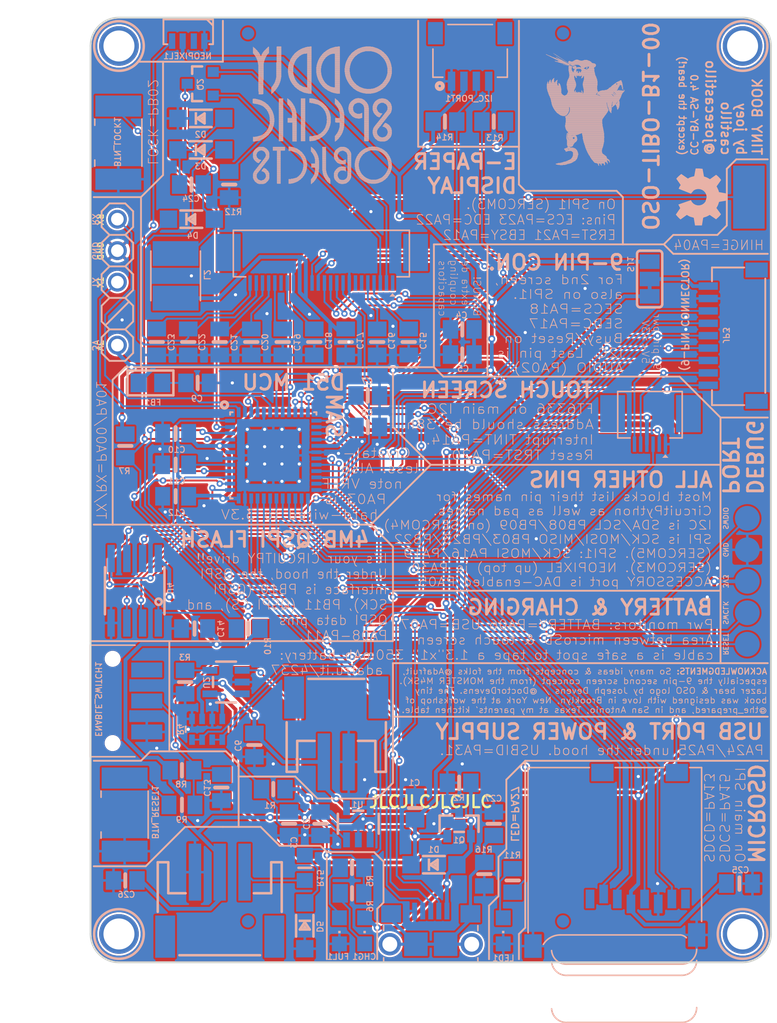
<source format=kicad_pcb>
(kicad_pcb (version 20171130) (host pcbnew 5.0.2+dfsg1-1)
  (title_block (title OSO-TIBO) (date 2020-10-10) (rev B1-00))
  (layers (0 Top signal) (31 Bottom signal) (34 B.Paste user hide) (35 F.Paste user hide) (36 B.SilkS user) (37 F.SilkS user) (38 B.Mask user) (39 F.Mask user) (44 Edge.Cuts user))
  (net 0 "")
  (net 1 GND)
  (net 2 D9_EINK_CS)
  (net 3 D10_EINK_DC)
  (net 4 EN)
  (net 5 +3V3)
  (net 6 VBAT)
  (net 7 D8_SWCLK_NEOPIX)
  (net 8 VBUS)
  (net 9 V+)
  (net 10 AVCC)
  (net 11 D1_SERCOM1_TX)
  (net 12 D0_SERCOM1_RX)
  (net 13 D7_SDCD)
  (net 14 D6_SDCS)
  (net 15 D12_EINK_BUSY)
  (net 16 D11_EINK_RST)
  (net 17 D29_SERCOM5_SCK)
  (net 18 D25_SERCOM4_SDA)
  (net 19 D26_SERCOM4_SCL)
  (net 20 D28_SERCOM5_MOSI)
  (net 21 D27_SERCOM5_MISO)
  (net 22 D14_TOUCH_RST)
  (net 23 D15_SERCOM3_MOSI)
  (net 24 D18_SERCOM3_SCK)
  (net 25 D4_TOUCHINT)
  (net 26 /OSO-TIBO-B1-00_1/D5_SWDIO_USBID)
  (net 27 /OSO-TIBO-B1-00_1/~RESET)
  (net 28 "Net-(C11-Pad2)")
  (net 29 "Net-(C27-Pad1)")
  (net 30 /OSO-TIBO-B1-00_1/USB_P)
  (net 31 /OSO-TIBO-B1-00_1/USB_N)
  (net 32 "Net-(R3-Pad1)")
  (net 33 "Net-(R5-Pad2)")
  (net 34 /OSO-TIBO-B1-00_1/D2_A3_ACCESSORY)
  (net 35 /OSO-TIBO-B1-00_1/D35_QSPI_DATA[3])
  (net 36 /OSO-TIBO-B1-00_1/D30_QSPI_SCK)
  (net 37 /OSO-TIBO-B1-00_1/D32_QSPI_DATA[0])
  (net 38 /OSO-TIBO-B1-00_1/D34_QSPI_DATA[2])
  (net 39 /OSO-TIBO-B1-00_1/D33_QSPI_DATA[1])
  (net 40 /OSO-TIBO-B1-00_1/D31_QSPI_CS)
  (net 41 /OSO-TIBO-B1-00_1/D13_LED)
  (net 42 /OSO-TIBO-B1-00_1/A5_VBUSMON)
  (net 43 /OSO-TIBO-B1-00_1/A4_VBATMON)
  (net 44 /OSO-TIBO-B1-00_1/D3_LOCK_BUTTON)
  (net 45 /OSO-TIBO-B1-00_1/D16_9PIN_CS)
  (net 46 /OSO-TIBO-B1-00_1/D17_9PIN_DC_SERCOM3_MISO)
  (net 47 /OSO-TIBO-B1-00_1/A2_HINGE_SENSOR)
  (net 48 /OSO-TIBO-B1-00_1/A0_AUDIO)
  (net 49 "Net-(JP3-Pad1)")
  (net 50 /OSO-TIBO-B1-00_2/VSL)
  (net 51 /OSO-TIBO-B1-00_2/VSH)
  (net 52 /OSO-TIBO-B1-00_2/VCOM)
  (net 53 /OSO-TIBO-B1-00_2/VDD)
  (net 54 /OSO-TIBO-B1-00_2/VGH)
  (net 55 /OSO-TIBO-B1-00_2/VGL)
  (net 56 /OSO-TIBO-B1-00_2/PREVGH)
  (net 57 /OSO-TIBO-B1-00_2/PREVGL)
  (net 58 "Net-(C24-Pad2)")
  (net 59 "Net-(C24-Pad1)")
  (net 60 /OSO-TIBO-B1-00_2/RESE)
  (net 61 /OSO-TIBO-B1-00_2/GDR)
  (net 62 "Net-(CHG1-PadC)")
  (net 63 "Net-(BTN_RESET1-PadP$2)")
  (net 64 "Net-(FUL1-PadA)")
  (net 65 "Net-(ACCESSORY_PORT1-Pad3)")
  (net 66 "Net-(LED1-PadA)")
  (module OSO-TIBO-B1-00:MICROBUILDER_INDUCTOR_4X4MM_NR401_BIGPADS (layer Bottom) (at 127.9271 87.7316 90)
    (fp_text reference L2 (at -0.4064 2.2479 270 unlocked) (layer B.SilkS) (effects (font (size 0.4826 0.4826) (thickness 0.086868)) (justify left bottom mirror)))
    (fp_text value 10uH)
    (pad P$2 smd rect (at 1.8 0 90) (size 2 3.7) (layers Bottom B.Paste B.Mask) (net 59 "Net-(C24-Pad1)"))
    (pad P$1 smd rect (at -1.8 0 90) (size 2 3.7) (layers Bottom B.Paste B.Mask) (net 5 +3V3))
  )
  (module OSO-TIBO-B1-00:WS2812B_4020 (layer Bottom) (at 128.9431 68.0466 180)
    (fp_text reference NEOPIXEL1 (at 2.0701 -1.6764 unlocked) (layer B.SilkS) (effects (font (size 0.4826 0.4826) (thickness 0.086868)) (justify right top mirror)))
    (fp_text value WS2812B_4020)
    (pad 1 smd rect (at 1.3 -0.75 270) (size 1.25 0.5) (layers Bottom B.Paste B.Mask) (net 7 D8_SWCLK_NEOPIX))
    (pad 2 smd rect (at 0.45 -0.75 270) (size 1.25 0.5) (layers Bottom B.Paste B.Mask) (net 5 +3V3))
    (pad 3 smd rect (at -0.45 -0.75 270) (size 1.25 0.5) (layers Bottom B.Paste B.Mask))
    (pad 4 smd rect (at -1.3 -0.75 270) (size 1.25 0.5) (layers Bottom B.Paste B.Mask) (net 1 GND))
  )
  (module OSO-TIBO-B1-00:JSTPH2 (layer Bottom) (at 140.8811 123.2408 180)
    (fp_text reference X1 hide)
    (fp_text value JSTPH hide)
    (pad NC2 smd rect (at 3.4 1.5 90) (size 3.4 1.6) (layers Bottom B.Paste B.Mask))
    (pad NC1 smd rect (at -3.4 1.5 90) (size 3.4 1.6) (layers Bottom B.Paste B.Mask))
    (pad 2 smd rect (at 1 -3.7 180) (size 1 4.6) (layers Bottom B.Paste B.Mask) (net 6 VBAT))
    (pad 1 smd rect (at -1 -3.7 180) (size 1 4.6) (layers Bottom B.Paste B.Mask) (net 1 GND))
  )
  (module OSO-TIBO-B1-00:MICROSD (layer Bottom) (at 170.3451 127.3556 180)
    (fp_text reference MICROSD1 hide)
    (fp_text value MICROSD hide)
    (pad MT1 smd rect (at 0.4 -13.54 180) (size 1.4 1.9) (layers Bottom B.Paste B.Mask) (net 1 GND))
    (pad MT2 smd rect (at 13.6 -14.44 180) (size 1.4 1.9) (layers Bottom B.Paste B.Mask) (net 1 GND))
    (pad CD1 smd rect (at 2 -0.44 90) (size 1.4 1.8) (layers Bottom B.Paste B.Mask) (net 13 D7_SDCD))
    (pad CD2 smd rect (at 8 -0.44 90) (size 1.4 1.8) (layers Bottom B.Paste B.Mask))
    (pad 8 smd rect (at 1.3 -10.64 180) (size 0.7 1.5) (layers Bottom B.Paste B.Mask))
    (pad 7 smd rect (at 2.4 -10.64 180) (size 0.7 1.5) (layers Bottom B.Paste B.Mask) (net 21 D27_SERCOM5_MISO))
    (pad 6 smd rect (at 3.5 -11.04 180) (size 0.7 1.5) (layers Bottom B.Paste B.Mask) (net 1 GND))
    (pad 5 smd rect (at 4.6 -10.64 180) (size 0.7 1.5) (layers Bottom B.Paste B.Mask) (net 17 D29_SERCOM5_SCK))
    (pad 4 smd rect (at 5.7 -11.04 180) (size 0.7 1.5) (layers Bottom B.Paste B.Mask) (net 5 +3V3))
    (pad 3 smd rect (at 6.8 -10.64 180) (size 0.7 1.5) (layers Bottom B.Paste B.Mask) (net 20 D28_SERCOM5_MOSI))
    (pad 2 smd rect (at 7.9 -10.24 180) (size 0.7 1.5) (layers Bottom B.Paste B.Mask) (net 14 D6_SDCS))
    (pad 1 smd rect (at 9 -10.64 180) (size 0.7 1.5) (layers Bottom B.Paste B.Mask))
  )
  (module OSO-TIBO-B1-00:JSTPH3 (layer Bottom) (at 131.4831 138.5316)
    (fp_text reference ACCESSORY_PORT1 hide)
    (fp_text value "JST PH 3" hide)
    (pad 3 smd rect (at 2 -2.7) (size 1 4.6) (layers Bottom B.Paste B.Mask) (net 65 "Net-(ACCESSORY_PORT1-Pad3)"))
    (pad NC2 smd rect (at 4.4 2.5 270) (size 3.4 1.6) (layers Bottom B.Paste B.Mask))
    (pad NC1 smd rect (at -4.4 2.5 270) (size 3.4 1.6) (layers Bottom B.Paste B.Mask))
    (pad 2 smd rect (at 0 -2.7) (size 1 4.6) (layers Bottom B.Paste B.Mask) (net 5 +3V3))
    (pad 1 smd rect (at -2 -2.7) (size 1 4.6) (layers Bottom B.Paste B.Mask) (net 1 GND))
  )
  (module OSO-TIBO-B1-00:0805_10MGAP (layer Bottom) (at 131.4831 93.0656 90)
    (fp_text reference C21 (at -0.7874 0.8509 270 unlocked) (layer B.SilkS) (effects (font (size 0.4826 0.4826) (thickness 0.086868)) (justify left bottom mirror)))
    (fp_text value 1uF/25V)
    (pad 2 smd rect (at 1.05 0 90) (size 1.2 1.5) (layers Bottom B.Paste B.Mask) (net 50 /OSO-TIBO-B1-00_2/VSL))
    (pad 1 smd rect (at -1.05 0 90) (size 1.2 1.5) (layers Bottom B.Paste B.Mask) (net 1 GND))
  )
  (module OSO-TIBO-B1-00:0805_10MGAP (layer Bottom) (at 136.5631 93.0656 90)
    (fp_text reference C19 (at -0.7874 0.8509 270 unlocked) (layer B.SilkS) (effects (font (size 0.4826 0.4826) (thickness 0.086868)) (justify left bottom mirror)))
    (fp_text value 1uF/25V)
    (pad 2 smd rect (at 1.05 0 90) (size 1.2 1.5) (layers Bottom B.Paste B.Mask) (net 51 /OSO-TIBO-B1-00_2/VSH))
    (pad 1 smd rect (at -1.05 0 90) (size 1.2 1.5) (layers Bottom B.Paste B.Mask) (net 1 GND))
  )
  (module OSO-TIBO-B1-00:0805_10MGAP (layer Bottom) (at 126.4031 93.0656 90)
    (fp_text reference C23 (at -0.7874 0.8509 270 unlocked) (layer B.SilkS) (effects (font (size 0.4826 0.4826) (thickness 0.086868)) (justify left bottom mirror)))
    (fp_text value 1uF/25V)
    (pad 2 smd rect (at 1.05 0 90) (size 1.2 1.5) (layers Bottom B.Paste B.Mask) (net 52 /OSO-TIBO-B1-00_2/VCOM))
    (pad 1 smd rect (at -1.05 0 90) (size 1.2 1.5) (layers Bottom B.Paste B.Mask) (net 1 GND))
  )
  (module OSO-TIBO-B1-00:0805_10MGAP (layer Bottom) (at 139.1031 93.0656 90)
    (fp_text reference C18 (at -0.6604 0.8509 270 unlocked) (layer B.SilkS) (effects (font (size 0.4826 0.4826) (thickness 0.086868)) (justify left bottom mirror)))
    (fp_text value 1uF/25V)
    (pad 2 smd rect (at 1.05 0 90) (size 1.2 1.5) (layers Bottom B.Paste B.Mask) (net 53 /OSO-TIBO-B1-00_2/VDD))
    (pad 1 smd rect (at -1.05 0 90) (size 1.2 1.5) (layers Bottom B.Paste B.Mask) (net 1 GND))
  )
  (module OSO-TIBO-B1-00:0805_10MGAP (layer Bottom) (at 141.6431 93.0656 90)
    (fp_text reference C17 (at -0.6604 0.8509 270 unlocked) (layer B.SilkS) (effects (font (size 0.4826 0.4826) (thickness 0.086868)) (justify left bottom mirror)))
    (fp_text value 1uF)
    (pad 2 smd rect (at 1.05 0 90) (size 1.2 1.5) (layers Bottom B.Paste B.Mask) (net 5 +3V3))
    (pad 1 smd rect (at -1.05 0 90) (size 1.2 1.5) (layers Bottom B.Paste B.Mask) (net 1 GND))
  )
  (module OSO-TIBO-B1-00:0805_10MGAP (layer Bottom) (at 144.1831 93.0656 90)
    (fp_text reference C16 (at -0.6604 0.8509 270 unlocked) (layer B.SilkS) (effects (font (size 0.4826 0.4826) (thickness 0.086868)) (justify left bottom mirror)))
    (fp_text value 1uF)
    (pad 2 smd rect (at 1.05 0 90) (size 1.2 1.5) (layers Bottom B.Paste B.Mask) (net 54 /OSO-TIBO-B1-00_2/VGH))
    (pad 1 smd rect (at -1.05 0 90) (size 1.2 1.5) (layers Bottom B.Paste B.Mask) (net 1 GND))
  )
  (module OSO-TIBO-B1-00:0805_10MGAP (layer Bottom) (at 146.7231 93.0656 90)
    (fp_text reference C15 (at -0.6604 0.8509 270 unlocked) (layer B.SilkS) (effects (font (size 0.4826 0.4826) (thickness 0.086868)) (justify left bottom mirror)))
    (fp_text value 1uF)
    (pad 2 smd rect (at 1.05 0 90) (size 1.2 1.5) (layers Bottom B.Paste B.Mask) (net 55 /OSO-TIBO-B1-00_2/VGL))
    (pad 1 smd rect (at -1.05 0 90) (size 1.2 1.5) (layers Bottom B.Paste B.Mask) (net 1 GND))
  )
  (module OSO-TIBO-B1-00:0805-NO (layer Bottom) (at 123.8631 136.4996 180)
    (fp_text reference C26 (at -0.8509 -1.4224) (layer B.SilkS) (effects (font (size 0.4826 0.4826) (thickness 0.086868)) (justify left bottom mirror)))
    (fp_text value 10uF)
    (pad 2 smd rect (at 0.95 0 180) (size 1.24 1.5) (layers Bottom B.Paste B.Mask) (net 1 GND))
    (pad 1 smd rect (at -0.95 0 180) (size 1.24 1.5) (layers Bottom B.Paste B.Mask) (net 5 +3V3))
  )
  (module OSO-TIBO-B1-00:_0805MP (layer Bottom) (at 138.3411 135.4836 90)
    (fp_text reference R15 (at -1.5875 0.9525 270 unlocked) (layer B.SilkS) (effects (font (size 0.4826 0.4826) (thickness 0.086868)) (justify left bottom mirror)))
    (fp_text value 1K)
    (pad 2 smd rect (at 1.016 0 90) (size 1.2 1.3) (layers Bottom B.Paste B.Mask) (net 34 /OSO-TIBO-B1-00_1/D2_A3_ACCESSORY))
    (pad 1 smd rect (at -1.016 0 90) (size 1.2 1.3) (layers Bottom B.Paste B.Mask) (net 65 "Net-(ACCESSORY_PORT1-Pad3)"))
  )
  (module OSO-TIBO-B1-00:SOD-123 (layer Bottom) (at 138.3411 140.1572 270)
    (fp_text reference D5 (at -0.4572 -1.4859 270 unlocked) (layer B.SilkS) (effects (font (size 0.4826 0.4826) (thickness 0.086868)) (justify right top mirror)))
    (fp_text value 3.6V)
    (pad A smd rect (at 1.85 0 180) (size 1.4 1.4) (layers Bottom B.Paste B.Mask) (net 1 GND))
    (pad C smd rect (at -1.85 0 180) (size 1.4 1.4) (layers Bottom B.Paste B.Mask) (net 34 /OSO-TIBO-B1-00_1/D2_A3_ACCESSORY))
  )
  (module OSO-TIBO-B1-00:0805_10MGAP (layer Bottom) (at 134.0231 93.0656 270)
    (fp_text reference C20 (at -0.7366 -1.3589 270 unlocked) (layer B.SilkS) (effects (font (size 0.4826 0.4826) (thickness 0.086868)) (justify right top mirror)))
    (fp_text value 1uF/25V)
    (pad 2 smd rect (at 1.05 0 270) (size 1.2 1.5) (layers Bottom B.Paste B.Mask) (net 1 GND))
    (pad 1 smd rect (at -1.05 0 270) (size 1.2 1.5) (layers Bottom B.Paste B.Mask) (net 56 /OSO-TIBO-B1-00_2/PREVGH))
  )
  (module OSO-TIBO-B1-00:0805_10MGAP (layer Bottom) (at 128.9431 93.0656 270)
    (fp_text reference C22 (at -0.7366 -1.3589 270 unlocked) (layer B.SilkS) (effects (font (size 0.4826 0.4826) (thickness 0.086868)) (justify right top mirror)))
    (fp_text value 1uF/25V)
    (pad 2 smd rect (at 1.05 0 270) (size 1.2 1.5) (layers Bottom B.Paste B.Mask) (net 1 GND))
    (pad 1 smd rect (at -1.05 0 270) (size 1.2 1.5) (layers Bottom B.Paste B.Mask) (net 57 /OSO-TIBO-B1-00_2/PREVGL))
  )
  (module OSO-TIBO-B1-00:SOD-123 (layer Bottom) (at 129.9591 75.0316)
    (fp_text reference D2 (at -0.5461 1.016) (layer B.SilkS) (effects (font (size 0.4826 0.4826) (thickness 0.086868)) (justify right top mirror)))
    (fp_text value MBR0530)
    (pad A smd rect (at 1.85 0 270) (size 1.4 1.4) (layers Bottom B.Paste B.Mask) (net 58 "Net-(C24-Pad2)"))
    (pad C smd rect (at -1.85 0 270) (size 1.4 1.4) (layers Bottom B.Paste B.Mask) (net 1 GND))
  )
  (module OSO-TIBO-B1-00:SOD-123 (layer Bottom) (at 129.9591 77.5716)
    (fp_text reference D3 (at -0.5461 1.0414) (layer B.SilkS) (effects (font (size 0.4826 0.4826) (thickness 0.086868)) (justify right top mirror)))
    (fp_text value MBR0530)
    (pad A smd rect (at 1.85 0 270) (size 1.4 1.4) (layers Bottom B.Paste B.Mask) (net 57 /OSO-TIBO-B1-00_2/PREVGL))
    (pad C smd rect (at -1.85 0 270) (size 1.4 1.4) (layers Bottom B.Paste B.Mask) (net 58 "Net-(C24-Pad2)"))
  )
  (module OSO-TIBO-B1-00:0805-NO (layer Bottom) (at 129.1971 80.3656 180)
    (fp_text reference C24 (at -0.7239 -1.4224) (layer B.SilkS) (effects (font (size 0.4826 0.4826) (thickness 0.086868)) (justify left bottom mirror)))
    (fp_text value 4.7uF/25V)
    (pad 2 smd rect (at 0.95 0 180) (size 1.24 1.5) (layers Bottom B.Paste B.Mask) (net 58 "Net-(C24-Pad2)"))
    (pad 1 smd rect (at -0.95 0 180) (size 1.24 1.5) (layers Bottom B.Paste B.Mask) (net 59 "Net-(C24-Pad1)"))
  )
  (module OSO-TIBO-B1-00:SOD-123 (layer Bottom) (at 129.1971 83.1596)
    (fp_text reference D4 (at -0.4191 1.0414) (layer B.SilkS) (effects (font (size 0.4826 0.4826) (thickness 0.086868)) (justify right top mirror)))
    (fp_text value MBR0530)
    (pad A smd rect (at 1.85 0 270) (size 1.4 1.4) (layers Bottom B.Paste B.Mask) (net 59 "Net-(C24-Pad1)"))
    (pad C smd rect (at -1.85 0 270) (size 1.4 1.4) (layers Bottom B.Paste B.Mask) (net 56 /OSO-TIBO-B1-00_2/PREVGH))
  )
  (module OSO-TIBO-B1-00:0805_10MGAP (layer Bottom) (at 132.2451 80.3656 270)
    (fp_text reference R12 (at 1.9304 0.4191 180) (layer B.SilkS) (effects (font (size 0.4826 0.4826) (thickness 0.086868)) (justify right top mirror)))
    (fp_text value 0.47ohm)
    (pad 2 smd rect (at 1.05 0 270) (size 1.2 1.5) (layers Bottom B.Paste B.Mask) (net 1 GND))
    (pad 1 smd rect (at -1.05 0 270) (size 1.2 1.5) (layers Bottom B.Paste B.Mask) (net 60 /OSO-TIBO-B1-00_2/RESE))
  )
  (module OSO-TIBO-B1-00:SOT23-3 (layer Bottom) (at 129.9591 72.2376 270)
    (fp_text reference Q2 (at -0.4826 -0.2159 270 unlocked) (layer B.SilkS) (effects (font (size 0.4826 0.4826) (thickness 0.086868)) (justify right top mirror)))
    (fp_text value IRLML0100)
    (pad 3 smd rect (at 0 1.1 270) (size 0.8 0.9) (layers Bottom B.Paste B.Mask) (net 59 "Net-(C24-Pad1)"))
    (pad 2 smd rect (at 0.95 -1 270) (size 0.8 0.9) (layers Bottom B.Paste B.Mask) (net 60 /OSO-TIBO-B1-00_2/RESE))
    (pad 1 smd rect (at -0.95 -1 270) (size 0.8 0.9) (layers Bottom B.Paste B.Mask) (net 61 /OSO-TIBO-B1-00_2/GDR))
  )
  (module OSO-TIBO-B1-00:1X03 (layer Bottom) (at 123.2281 85.6996 90)
    (fp_text reference JP1 hide)
    (fp_text value PINHD-1X3)
    (pad 3 thru_hole circle (at 2.54 0) (size 1.524 1.524) (drill 1.016) (layers *.Cu *.Mask) (net 12 D0_SERCOM1_RX))
    (pad 2 thru_hole circle (at 0 0) (size 1.524 1.524) (drill 1.016) (layers *.Cu *.Mask) (net 1 GND))
    (pad 1 thru_hole circle (at -2.54 0) (size 1.524 1.524) (drill 1.016) (layers *.Cu *.Mask) (net 11 D1_SERCOM1_TX))
  )
  (module OSO-TIBO-B1-00:OSHW_5MM (layer Bottom) (at 170.0911 81.3816 90)
    (fp_text reference GOLD_ORB_SM1 hide)
    (fp_text value OSHWLOGOLOGO5MM hide)
  )
  (module OSO-TIBO-B1-00:MOUNTINGHOLE_2.5_PLATED (layer Bottom) (at 123.3551 69.1896 90)
    (fp_text reference U$1 hide)
    (fp_text value MOUNTINGHOLE2.5 hide)
    (pad P$1 thru_hole circle (at 0 0 90) (size 3.2 3.2) (drill 2.5) (layers *.Cu *.Mask))
  )
  (module OSO-TIBO-B1-00:MOUNTINGHOLE_2.5_PLATED (layer Bottom) (at 123.3551 140.8176 90)
    (fp_text reference U$4 hide)
    (fp_text value MOUNTINGHOLE2.5 hide)
    (pad P$1 thru_hole circle (at 0 0 90) (size 3.2 3.2) (drill 2.5) (layers *.Cu *.Mask))
  )
  (module OSO-TIBO-B1-00:FIDUCIAL_1MM (layer Bottom) (at 159.1691 139.8016 90)
    (fp_text reference FID3 hide)
    (fp_text value FIDUCIAL_1MM hide)
    (pad 1 smd roundrect (at 0 0 90) (size 1 1) (layers Bottom B.Mask) (roundrect_rratio 0.5))
  )
  (module OSO-TIBO-B1-00:FIDUCIAL_1MM (layer Bottom) (at 159.1691 68.1736 90)
    (fp_text reference FID1 hide)
    (fp_text value FIDUCIAL_1MM hide)
    (pad 1 smd roundrect (at 0 0 90) (size 1 1) (layers Bottom B.Mask) (roundrect_rratio 0.5))
  )
  (module OSO-TIBO-B1-00:FIDUCIAL_1MM (layer Bottom) (at 133.7691 139.8016 270)
    (fp_text reference FID4 hide)
    (fp_text value FIDUCIAL_1MM hide)
    (pad 1 smd roundrect (at 0 0 270) (size 1 1) (layers Bottom B.Mask) (roundrect_rratio 0.5))
  )
  (module OSO-TIBO-B1-00:MOUNTINGHOLE_2.5_PLATED (layer Bottom) (at 173.6471 69.1896 90)
    (fp_text reference U$5 hide)
    (fp_text value MOUNTINGHOLE2.5 hide)
    (pad P$1 thru_hole circle (at 0 0 90) (size 3.2 3.2) (drill 2.5) (layers *.Cu *.Mask))
  )
  (module OSO-TIBO-B1-00:MOUNTINGHOLE_2.5_PLATED (layer Bottom) (at 173.6471 140.8176 90)
    (fp_text reference U$7 hide)
    (fp_text value MOUNTINGHOLE2.5 hide)
    (pad P$1 thru_hole circle (at 0 0 90) (size 3.2 3.2) (drill 2.5) (layers *.Cu *.Mask))
  )
  (module OSO-TIBO-B1-00:1X01 (layer Bottom) (at 123.2281 93.3196 90)
    (fp_text reference JP2 hide)
    (fp_text value PINHD-1X1)
    (pad 1 thru_hole circle (at 0 0 90) (size 1.524 1.524) (drill 1.016) (layers *.Cu *.Mask) (net 5 +3V3))
  )
  (module OSO-TIBO-B1-00:TESTPOINT_ROUND_2MM_NO (layer Bottom) (at 174.0281 114.9096 270)
    (fp_text reference TP4 hide)
    (fp_text value TESTPOINTROUND2MMNO hide)
    (pad P$1 smd roundrect (at 0 0 270) (size 2 2) (layers Bottom B.Mask) (roundrect_rratio 0.5) (net 7 D8_SWCLK_NEOPIX))
  )
  (module OSO-TIBO-B1-00:TESTPOINT_ROUND_2MM_NO (layer Bottom) (at 174.0281 107.2896 270)
    (fp_text reference TP1 hide)
    (fp_text value TESTPOINTROUND2MMNO hide)
    (pad P$1 smd roundrect (at 0 0 270) (size 2 2) (layers Bottom B.Mask) (roundrect_rratio 0.5) (net 26 /OSO-TIBO-B1-00_1/D5_SWDIO_USBID))
  )
  (module OSO-TIBO-B1-00:TESTPOINT_ROUND_2MM_NO (layer Bottom) (at 174.0281 117.4496 270)
    (fp_text reference TP5 hide)
    (fp_text value TESTPOINTROUND2MMNO hide)
    (pad P$1 smd roundrect (at 0 0 270) (size 2 2) (layers Bottom B.Mask) (roundrect_rratio 0.5) (net 27 /OSO-TIBO-B1-00_1/~RESET))
  )
  (module OSO-TIBO-B1-00:0805_10MGAP (layer Bottom) (at 127.9271 102.9716)
    (fp_text reference C11 (at -0.6731 1.0414) (layer B.SilkS) (effects (font (size 0.4826 0.4826) (thickness 0.086868)) (justify right top mirror)))
    (fp_text value 1uF)
    (pad 2 smd rect (at 1.05 0) (size 1.2 1.5) (layers Bottom B.Paste B.Mask) (net 28 "Net-(C11-Pad2)"))
    (pad 1 smd rect (at -1.05 0) (size 1.2 1.5) (layers Bottom B.Paste B.Mask) (net 1 GND))
  )
  (module OSO-TIBO-B1-00:FCI_10118193-0001LF (layer Bottom) (at 148.5011 141.6431 180)
    (fp_text reference J2 hide)
    (fp_text value 10118193-0001LF)
    (pad S6 thru_hole circle (at -3.302 0 180) (size 1.8 1.8) (drill 1.2) (layers *.Cu *.Mask) (net 29 "Net-(C27-Pad1)"))
    (pad S5 thru_hole circle (at 3.302 0 180) (size 1.8 1.8) (drill 1.2) (layers *.Cu *.Mask) (net 29 "Net-(C27-Pad1)"))
    (pad S4 smd rect (at -1.2 0 180) (size 1.9 1.9) (layers Bottom B.Paste B.Mask) (net 29 "Net-(C27-Pad1)"))
    (pad S3 smd rect (at 1.2 0 180) (size 1.9 1.9) (layers Bottom B.Paste B.Mask) (net 29 "Net-(C27-Pad1)"))
    (pad S2 smd rect (at 3.2 2.45 180) (size 1.6 1.4) (layers Bottom B.Paste B.Mask) (net 29 "Net-(C27-Pad1)"))
    (pad S1 smd rect (at -3.2 2.45 180) (size 1.6 1.4) (layers Bottom B.Paste B.Mask) (net 29 "Net-(C27-Pad1)"))
    (pad 5 smd rect (at 1.3 2.675 180) (size 0.4 1.35) (layers Bottom B.Paste B.Mask) (net 1 GND))
    (pad 4 smd rect (at 0.65 2.675 180) (size 0.4 1.35) (layers Bottom B.Paste B.Mask) (net 26 /OSO-TIBO-B1-00_1/D5_SWDIO_USBID))
    (pad 3 smd rect (at 0 2.675 180) (size 0.4 1.35) (layers Bottom B.Paste B.Mask) (net 30 /OSO-TIBO-B1-00_1/USB_P))
    (pad 2 smd rect (at -0.65 2.675 180) (size 0.4 1.35) (layers Bottom B.Paste B.Mask) (net 31 /OSO-TIBO-B1-00_1/USB_N))
    (pad 1 smd rect (at -1.3 2.675 180) (size 0.4 1.35) (layers Bottom B.Paste B.Mask) (net 8 VBUS))
  )
  (module OSO-TIBO-B1-00:0805-NO (layer Bottom) (at 147.2311 130.6576 90)
    (fp_text reference C1 (at 1.7526 0.4699 180) (layer B.SilkS) (effects (font (size 0.4826 0.4826) (thickness 0.086868)) (justify left bottom mirror)))
    (fp_text value 10µF)
    (pad 2 smd rect (at 0.95 0 90) (size 1.24 1.5) (layers Bottom B.Paste B.Mask) (net 1 GND))
    (pad 1 smd rect (at -0.95 0 90) (size 1.24 1.5) (layers Bottom B.Paste B.Mask) (net 9 V+))
  )
  (module OSO-TIBO-B1-00:0805-NO (layer Bottom) (at 137.0711 131.9276 270)
    (fp_text reference C3 (at 2.032 -0.127 90) (layer B.SilkS) (effects (font (size 0.4826 0.4826) (thickness 0.086868)) (justify right top mirror)))
    (fp_text value 1uF)
    (pad 2 smd rect (at 0.95 0 270) (size 1.24 1.5) (layers Bottom B.Paste B.Mask) (net 1 GND))
    (pad 1 smd rect (at -0.95 0 270) (size 1.24 1.5) (layers Bottom B.Paste B.Mask) (net 5 +3V3))
  )
  (module OSO-TIBO-B1-00:0805-NO (layer Bottom) (at 139.6111 131.9276 270)
    (fp_text reference C2 (at 0.5334 1.4351 270 unlocked) (layer B.SilkS) (effects (font (size 0.4826 0.4826) (thickness 0.086868)) (justify left bottom mirror)))
    (fp_text value 10µF)
    (pad 2 smd rect (at 0.95 0 270) (size 1.24 1.5) (layers Bottom B.Paste B.Mask) (net 1 GND))
    (pad 1 smd rect (at -0.95 0 270) (size 1.24 1.5) (layers Bottom B.Paste B.Mask) (net 5 +3V3))
  )
  (module OSO-TIBO-B1-00:SOT23-5 (layer Bottom) (at 142.6591 131.9276 180)
    (fp_text reference U1 (at -0.4699 1.2446) (layer B.SilkS) (effects (font (size 0.4826 0.4826) (thickness 0.086868)) (justify left bottom mirror)))
    (fp_text value AP2112-3.3)
    (pad 5 smd rect (at -0.95 1.3001 180) (size 0.55 1.2) (layers Bottom B.Paste B.Mask) (net 5 +3V3))
    (pad 4 smd rect (at 0.95 1.3001 180) (size 0.55 1.2) (layers Bottom B.Paste B.Mask))
    (pad 3 smd rect (at 0.95 -1.3001 180) (size 0.55 1.2) (layers Bottom B.Paste B.Mask) (net 4 EN))
    (pad 2 smd rect (at 0 -1.3001 180) (size 0.55 1.2) (layers Bottom B.Paste B.Mask) (net 1 GND))
    (pad 1 smd rect (at -0.95 -1.3001 180) (size 0.55 1.2) (layers Bottom B.Paste B.Mask) (net 9 V+))
  )
  (module OSO-TIBO-B1-00:0805-NO (layer Bottom) (at 143.4211 97.3836 180)
    (fp_text reference C7 (at -0.4699 0.8636) (layer B.SilkS) (effects (font (size 0.4826 0.4826) (thickness 0.086868)) (justify left bottom mirror)))
    (fp_text value 10uF)
    (pad 2 smd rect (at 0.95 0 180) (size 1.24 1.5) (layers Bottom B.Paste B.Mask) (net 5 +3V3))
    (pad 1 smd rect (at -0.95 0 180) (size 1.24 1.5) (layers Bottom B.Paste B.Mask) (net 1 GND))
  )
  (module OSO-TIBO-B1-00:0805-NO (layer Bottom) (at 143.4211 99.9236 180)
    (fp_text reference C8 (at -0.4699 0.8636) (layer B.SilkS) (effects (font (size 0.4826 0.4826) (thickness 0.086868)) (justify left bottom mirror)))
    (fp_text value 1uF)
    (pad 2 smd rect (at 0.95 0 180) (size 1.24 1.5) (layers Bottom B.Paste B.Mask) (net 5 +3V3))
    (pad 1 smd rect (at -0.95 0 180) (size 1.24 1.5) (layers Bottom B.Paste B.Mask) (net 1 GND))
  )
  (module OSO-TIBO-B1-00:SOD-123 (layer Bottom) (at 148.7551 135.2296)
    (fp_text reference D1 (at -0.5461 -1.4986) (layer B.SilkS) (effects (font (size 0.4826 0.4826) (thickness 0.086868)) (justify right top mirror)))
    (fp_text value MBR120)
    (pad A smd rect (at 1.85 0 270) (size 1.4 1.4) (layers Bottom B.Paste B.Mask) (net 8 VBUS))
    (pad C smd rect (at -1.85 0 270) (size 1.4 1.4) (layers Bottom B.Paste B.Mask) (net 9 V+))
  )
  (module OSO-TIBO-B1-00:SOT23-R (layer Bottom) (at 150.7871 131.9276 180)
    (fp_text reference Q1 (at 0.5461 -1.0414) (layer B.SilkS) (effects (font (size 0.4826 0.4826) (thickness 0.086868)) (justify right top mirror)))
    (fp_text value DMG341)
    (pad 1 smd rect (at -0.95 -1 180) (size 0.635 1.016) (layers Bottom B.Paste B.Mask) (net 8 VBUS))
    (pad 2 smd rect (at 0.95 -1 180) (size 0.635 1.016) (layers Bottom B.Paste B.Mask) (net 9 V+))
    (pad 3 smd rect (at 0 1 180) (size 0.635 1.016) (layers Bottom B.Paste B.Mask) (net 6 VBAT))
  )
  (module OSO-TIBO-B1-00:0805-NO (layer Bottom) (at 135.8011 129.1336)
    (fp_text reference R1 (at -0.8001 1.0414) (layer B.SilkS) (effects (font (size 0.4826 0.4826) (thickness 0.086868)) (justify right top mirror)))
    (fp_text value 10K)
    (pad 2 smd rect (at 0.95 0) (size 1.24 1.5) (layers Bottom B.Paste B.Mask) (net 9 V+))
    (pad 1 smd rect (at -0.95 0) (size 1.24 1.5) (layers Bottom B.Paste B.Mask) (net 4 EN))
  )
  (module OSO-TIBO-B1-00:SOT23-5 (layer Bottom) (at 131.9911 120.4976 270)
    (fp_text reference U2 (at -0.4826 1.3081 270 unlocked) (layer B.SilkS) (effects (font (size 0.4826 0.4826) (thickness 0.086868)) (justify right top mirror)))
    (fp_text value MCP73831T-2ACI/OT)
    (pad 5 smd rect (at -0.95 1.3001 270) (size 0.55 1.2) (layers Bottom B.Paste B.Mask) (net 32 "Net-(R3-Pad1)"))
    (pad 4 smd rect (at 0.95 1.3001 270) (size 0.55 1.2) (layers Bottom B.Paste B.Mask) (net 8 VBUS))
    (pad 3 smd rect (at 0.95 -1.3001 270) (size 0.55 1.2) (layers Bottom B.Paste B.Mask) (net 6 VBAT))
    (pad 2 smd rect (at 0 -1.3001 270) (size 0.55 1.2) (layers Bottom B.Paste B.Mask) (net 1 GND))
    (pad 1 smd rect (at -0.95 -1.3001 270) (size 0.55 1.2) (layers Bottom B.Paste B.Mask) (net 33 "Net-(R5-Pad2)"))
  )
  (module OSO-TIBO-B1-00:0805-NO (layer Bottom) (at 142.1511 137.541)
    (fp_text reference R6 (at 1.7399 0.508 -90) (layer B.SilkS) (effects (font (size 0.4826 0.4826) (thickness 0.086868)) (justify left bottom mirror)))
    (fp_text value 1K)
    (pad 2 smd rect (at 0.95 0) (size 1.24 1.5) (layers Bottom B.Paste B.Mask) (net 33 "Net-(R5-Pad2)"))
    (pad 1 smd rect (at -0.95 0) (size 1.24 1.5) (layers Bottom B.Paste B.Mask) (net 62 "Net-(CHG1-PadC)"))
  )
  (module OSO-TIBO-B1-00:0805-NO (layer Bottom) (at 134.2771 125.5776 270)
    (fp_text reference C6 (at -0.4826 1.0541 270 unlocked) (layer B.SilkS) (effects (font (size 0.4826 0.4826) (thickness 0.086868)) (justify right top mirror)))
    (fp_text value 10µF)
    (pad 2 smd rect (at 0.95 0 270) (size 1.24 1.5) (layers Bottom B.Paste B.Mask) (net 1 GND))
    (pad 1 smd rect (at -0.95 0 270) (size 1.24 1.5) (layers Bottom B.Paste B.Mask) (net 6 VBAT))
  )
  (module OSO-TIBO-B1-00:0805-NO (layer Bottom) (at 128.6891 120.4976 270)
    (fp_text reference R3 (at -2.2606 0.5461 180) (layer B.SilkS) (effects (font (size 0.4826 0.4826) (thickness 0.086868)) (justify right top mirror)))
    (fp_text value 10K)
    (pad 2 smd rect (at 0.95 0 270) (size 1.24 1.5) (layers Bottom B.Paste B.Mask) (net 1 GND))
    (pad 1 smd rect (at -0.95 0 270) (size 1.24 1.5) (layers Bottom B.Paste B.Mask) (net 32 "Net-(R3-Pad1)"))
  )
  (module OSO-TIBO-B1-00:0805-NO (layer Bottom) (at 150.7871 128.6256 180)
    (fp_text reference R2 (at 0.5461 -0.9144) (layer B.SilkS) (effects (font (size 0.4826 0.4826) (thickness 0.086868)) (justify right top mirror)))
    (fp_text value 100K)
    (pad 2 smd rect (at 0.95 0 180) (size 1.24 1.5) (layers Bottom B.Paste B.Mask) (net 1 GND))
    (pad 1 smd rect (at -0.95 0 180) (size 1.24 1.5) (layers Bottom B.Paste B.Mask) (net 8 VBUS))
  )
  (module OSO-TIBO-B1-00:0805-NO (layer Bottom) (at 155.1051 136.4996 90)
    (fp_text reference R11 (at 1.7526 0.7239 180) (layer B.SilkS) (effects (font (size 0.4826 0.4826) (thickness 0.086868)) (justify left bottom mirror)))
    (fp_text value 1K)
    (pad 2 smd rect (at 0.95 0 90) (size 1.24 1.5) (layers Bottom B.Paste B.Mask) (net 66 "Net-(LED1-PadA)"))
    (pad 1 smd rect (at -0.95 0 90) (size 1.24 1.5) (layers Bottom B.Paste B.Mask) (net 41 /OSO-TIBO-B1-00_1/D13_LED))
  )
  (module OSO-TIBO-B1-00:FIDUCIAL_1MM (layer Bottom) (at 133.7691 68.1736 270)
    (fp_text reference FID2 hide)
    (fp_text value FIDUCIAL_1MM hide)
    (pad 1 smd roundrect (at 0 0 270) (size 1 1) (layers Bottom B.Mask) (roundrect_rratio 0.5))
  )
  (module OSO-TIBO-B1-00:MICROBUILDER_SOIC8_150MIL (layer Bottom) (at 124.6251 113.1316 180)
    (fp_text reference U4 (at -3.1369 0.7366 270 unlocked) (layer B.SilkS) (effects (font (size 0.4826 0.4826) (thickness 0.086868)) (justify right top mirror)))
    (fp_text value GD25Q32C)
    (pad 8 smd rect (at -1.905 2.6 180) (size 0.6 2.2) (layers Bottom B.Paste B.Mask) (net 5 +3V3))
    (pad 7 smd rect (at -0.635 2.6 180) (size 0.6 2.2) (layers Bottom B.Paste B.Mask) (net 35 /OSO-TIBO-B1-00_1/D35_QSPI_DATA[3]))
    (pad 6 smd rect (at 0.635 2.6 180) (size 0.6 2.2) (layers Bottom B.Paste B.Mask) (net 36 /OSO-TIBO-B1-00_1/D30_QSPI_SCK))
    (pad 5 smd rect (at 1.905 2.6 180) (size 0.6 2.2) (layers Bottom B.Paste B.Mask) (net 37 /OSO-TIBO-B1-00_1/D32_QSPI_DATA[0]))
    (pad 4 smd rect (at 1.905 -2.6 180) (size 0.6 2.2) (layers Bottom B.Paste B.Mask) (net 1 GND))
    (pad 3 smd rect (at 0.635 -2.6 180) (size 0.6 2.2) (layers Bottom B.Paste B.Mask) (net 38 /OSO-TIBO-B1-00_1/D34_QSPI_DATA[2]))
    (pad 2 smd rect (at -0.635 -2.6 180) (size 0.6 2.2) (layers Bottom B.Paste B.Mask) (net 39 /OSO-TIBO-B1-00_1/D33_QSPI_DATA[1]))
    (pad 1 smd rect (at -1.905 -2.6 180) (size 0.6 2.2) (layers Bottom B.Paste B.Mask) (net 40 /OSO-TIBO-B1-00_1/D31_QSPI_CS))
  )
  (module OSO-TIBO-B1-00:0805_10MGAP (layer Bottom) (at 129.4511 116.1796 180)
    (fp_text reference C14 (at -2.3749 0.7366 270 unlocked) (layer B.SilkS) (effects (font (size 0.4826 0.4826) (thickness 0.086868)) (justify right top mirror)))
    (fp_text value 1uF)
    (pad 2 smd rect (at 1.05 0 180) (size 1.2 1.5) (layers Bottom B.Paste B.Mask) (net 1 GND))
    (pad 1 smd rect (at -1.05 0 180) (size 1.2 1.5) (layers Bottom B.Paste B.Mask) (net 5 +3V3))
  )
  (module OSO-TIBO-B1-00:TESTPOINT_ROUND_2MM_NO (layer Bottom) (at 174.0281 109.8296 270)
    (fp_text reference TP2 hide)
    (fp_text value TESTPOINTROUND2MMNO hide)
    (pad P$1 smd roundrect (at 0 0 270) (size 2 2) (layers Bottom B.Mask) (roundrect_rratio 0.5) (net 1 GND))
  )
  (module OSO-TIBO-B1-00:TESTPOINT_ROUND_2MM_NO (layer Bottom) (at 174.0281 112.3696 270)
    (fp_text reference TP3 hide)
    (fp_text value TESTPOINTROUND2MMNO hide)
    (pad P$1 smd roundrect (at 0 0 270) (size 2 2) (layers Bottom B.Mask) (roundrect_rratio 0.5) (net 5 +3V3))
  )
  (module OSO-TIBO-B1-00:CHIPLED_0805 (layer Bottom) (at 154.3431 140.5636)
    (fp_text reference LED1 (at -0.9271 1.9304) (layer B.SilkS) (effects (font (size 0.4826 0.4826) (thickness 0.086868)) (justify right top mirror)))
    (fp_text value RED)
    (pad A smd rect (at 0 -1.05) (size 1.2 1.2) (layers Bottom B.Paste B.Mask) (net 66 "Net-(LED1-PadA)"))
    (pad C smd rect (at 0 1.05) (size 1.2 1.2) (layers Bottom B.Paste B.Mask) (net 1 GND))
  )
  (module OSO-TIBO-B1-00:CHIPLED_0805 (layer Bottom) (at 143.1671 140.5636)
    (fp_text reference CHG1 (at -1.0541 1.8034) (layer B.SilkS) (effects (font (size 0.4826 0.4826) (thickness 0.086868)) (justify right top mirror)))
    (fp_text value AMBER)
    (pad A smd rect (at 0 -1.05) (size 1.2 1.2) (layers Bottom B.Paste B.Mask) (net 8 VBUS))
    (pad C smd rect (at 0 1.05) (size 1.2 1.2) (layers Bottom B.Paste B.Mask) (net 62 "Net-(CHG1-PadC)"))
  )
  (module OSO-TIBO-B1-00:0805_10MGAP (layer Bottom) (at 131.6101 129.0066 90)
    (fp_text reference C13 (at -0.7874 -1.4351 270 unlocked) (layer B.SilkS) (effects (font (size 0.4826 0.4826) (thickness 0.086868)) (justify left bottom mirror)))
    (fp_text value 0.1uF)
    (pad 2 smd rect (at 1.05 0 90) (size 1.2 1.5) (layers Bottom B.Paste B.Mask) (net 27 /OSO-TIBO-B1-00_1/~RESET))
    (pad 1 smd rect (at -1.05 0 90) (size 1.2 1.5) (layers Bottom B.Paste B.Mask) (net 1 GND))
  )
  (module OSO-TIBO-B1-00:0805_10MGAP (layer Bottom) (at 128.4351 130.4036)
    (fp_text reference R9 (at -0.5461 0.9144) (layer B.SilkS) (effects (font (size 0.4826 0.4826) (thickness 0.086868)) (justify right top mirror)))
    (fp_text value 100)
    (pad 2 smd rect (at 1.05 0) (size 1.2 1.5) (layers Bottom B.Paste B.Mask) (net 27 /OSO-TIBO-B1-00_1/~RESET))
    (pad 1 smd rect (at -1.05 0) (size 1.2 1.5) (layers Bottom B.Paste B.Mask) (net 63 "Net-(BTN_RESET1-PadP$2)"))
  )
  (module OSO-TIBO-B1-00:CHIPLED_0805 (layer Bottom) (at 141.1351 140.5636)
    (fp_text reference FUL1 (at -1.0541 1.8034) (layer B.SilkS) (effects (font (size 0.4826 0.4826) (thickness 0.086868)) (justify right top mirror)))
    (fp_text value GREEN)
    (pad A smd rect (at 0 -1.05) (size 1.2 1.2) (layers Bottom B.Paste B.Mask) (net 64 "Net-(FUL1-PadA)"))
    (pad C smd rect (at 0 1.05) (size 1.2 1.2) (layers Bottom B.Paste B.Mask) (net 1 GND))
  )
  (module OSO-TIBO-B1-00:0805-NO (layer Bottom) (at 142.1511 135.4836)
    (fp_text reference R5 (at 1.7399 0.5334 -90) (layer B.SilkS) (effects (font (size 0.4826 0.4826) (thickness 0.086868)) (justify left bottom mirror)))
    (fp_text value 1K)
    (pad 2 smd rect (at 0.95 0) (size 1.24 1.5) (layers Bottom B.Paste B.Mask) (net 33 "Net-(R5-Pad2)"))
    (pad 1 smd rect (at -0.95 0) (size 1.24 1.5) (layers Bottom B.Paste B.Mask) (net 64 "Net-(FUL1-PadA)"))
  )
  (module "OSO-TIBO-B1-00:JST_SM04B-SRSS-TB(LF)(SN)" (layer Bottom) (at 151.6761 72.0344)
    (fp_text reference I2C_PORT1 (at -2.0701 1.1176) (layer B.SilkS) (effects (font (size 0.4826 0.4826) (thickness 0.086868)) (justify right top mirror)))
    (fp_text value "SM04B-SRSS-TB(LF)(SN)")
    (pad 4 smd rect (at 1.5 0) (size 0.6 1.55) (layers Bottom B.Paste B.Mask) (net 19 D26_SERCOM4_SCL))
    (pad 3 smd rect (at 0.5 0) (size 0.6 1.55) (layers Bottom B.Paste B.Mask) (net 18 D25_SERCOM4_SDA))
    (pad 2 smd rect (at -0.5 0) (size 0.6 1.55) (layers Bottom B.Paste B.Mask) (net 5 +3V3))
    (pad 1 smd rect (at -1.5 0) (size 0.6 1.55) (layers Bottom B.Paste B.Mask) (net 1 GND))
    (pad S1 smd rect (at -2.8 -3.875 180) (size 1.2 1.8) (layers Bottom B.Paste B.Mask))
    (pad S2 smd rect (at 2.8 -3.875 180) (size 1.2 1.8) (layers Bottom B.Paste B.Mask))
  )
  (module OSO-TIBO-B1-00:0805_10MGAP (layer Bottom) (at 173.3931 136.7536)
    (fp_text reference C25 (at -0.6731 -1.3716) (layer B.SilkS) (effects (font (size 0.4826 0.4826) (thickness 0.086868)) (justify right top mirror)))
    (fp_text value 10uF)
    (pad 2 smd rect (at 1.05 0) (size 1.2 1.5) (layers Bottom B.Paste B.Mask) (net 1 GND))
    (pad 1 smd rect (at -1.05 0) (size 1.2 1.5) (layers Bottom B.Paste B.Mask) (net 5 +3V3))
  )
  (module OSO-TIBO-B1-00:0805-NO (layer Bottom) (at 123.8631 101.4476 90)
    (fp_text reference R7 (at -2.3114 0.4699 180) (layer B.SilkS) (effects (font (size 0.4826 0.4826) (thickness 0.086868)) (justify left bottom mirror)))
    (fp_text value 10K)
    (pad 2 smd rect (at 0.95 0 90) (size 1.24 1.5) (layers Bottom B.Paste B.Mask) (net 5 +3V3))
    (pad 1 smd rect (at -0.95 0 90) (size 1.24 1.5) (layers Bottom B.Paste B.Mask) (net 7 D8_SWCLK_NEOPIX))
  )
  (module OSO-TIBO-B1-00:0805 (layer Bottom) (at 125.8951 96.3676)
    (fp_text reference FB1 (at -0.5461 1.2954 unlocked) (layer B.SilkS) (effects (font (size 0.4826 0.4826) (thickness 0.086868)) (justify right top mirror)))
    (fp_text value Ferrite)
    (pad 2 smd rect (at 0.95 0) (size 1.3 1.5) (layers Bottom B.Paste B.Mask) (net 10 AVCC))
    (pad 1 smd rect (at -0.95 0) (size 1.3 1.5) (layers Bottom B.Paste B.Mask) (net 5 +3V3))
  )
  (module OSO-TIBO-B1-00:0805-NO (layer Bottom) (at 129.7051 96.3676 180)
    (fp_text reference C9 (at -0.4699 -1.5494) (layer B.SilkS) (effects (font (size 0.4826 0.4826) (thickness 0.086868)) (justify left bottom mirror)))
    (fp_text value 1uF)
    (pad 2 smd rect (at 0.95 0 180) (size 1.24 1.5) (layers Bottom B.Paste B.Mask) (net 10 AVCC))
    (pad 1 smd rect (at -0.95 0 180) (size 1.24 1.5) (layers Bottom B.Paste B.Mask) (net 1 GND))
  )
  (module OSO-TIBO-B1-00:EXBV8V (layer Bottom) (at 130.4671 124.3076 90)
    (fp_text reference R4 (at -0.5334 -2.4511 270 unlocked) (layer B.SilkS) (effects (font (size 0.4826 0.4826) (thickness 0.086868)) (justify left bottom mirror)))
    (fp_text value 100K hide)
    (pad 8 smd rect (at 0.8382 1.2192 270) (size 0.8382 0.4572) (layers Bottom B.Paste B.Mask) (net 8 VBUS))
    (pad 7 smd rect (at 0.8382 0.4064 270) (size 0.8382 0.4572) (layers Bottom B.Paste B.Mask) (net 1 GND))
    (pad 6 smd rect (at 0.8382 -0.4064 270) (size 0.8382 0.4572) (layers Bottom B.Paste B.Mask) (net 6 VBAT))
    (pad 5 smd rect (at 0.8382 -1.2192 270) (size 0.8382 0.4572) (layers Bottom B.Paste B.Mask) (net 1 GND))
    (pad 4 smd rect (at -0.8382 -1.2192 90) (size 0.8382 0.4572) (layers Bottom B.Paste B.Mask) (net 42 /OSO-TIBO-B1-00_1/A5_VBUSMON))
    (pad 3 smd rect (at -0.8382 -0.4064 90) (size 0.8382 0.4572) (layers Bottom B.Paste B.Mask) (net 42 /OSO-TIBO-B1-00_1/A5_VBUSMON))
    (pad 2 smd rect (at -0.8382 0.4064 90) (size 0.8382 0.4572) (layers Bottom B.Paste B.Mask) (net 43 /OSO-TIBO-B1-00_1/A4_VBATMON))
    (pad 1 smd rect (at -0.8382 1.2192 90) (size 0.8382 0.4572) (layers Bottom B.Paste B.Mask) (net 43 /OSO-TIBO-B1-00_1/A4_VBATMON))
  )
  (module OSO-TIBO-B1-00:0805-NO (layer Bottom) (at 153.5811 131.9276 90)
    (fp_text reference C27 (at 1.7526 0.7239 180) (layer B.SilkS) (effects (font (size 0.4826 0.4826) (thickness 0.086868)) (justify left bottom mirror)))
    (fp_text value 4.5nF)
    (pad 2 smd rect (at 0.95 0 90) (size 1.24 1.5) (layers Bottom B.Paste B.Mask) (net 1 GND))
    (pad 1 smd rect (at -0.95 0 90) (size 1.24 1.5) (layers Bottom B.Paste B.Mask) (net 29 "Net-(C27-Pad1)"))
  )
  (module OSO-TIBO-B1-00:0805-NO (layer Bottom) (at 152.8191 135.9916 270)
    (fp_text reference R16 (at -2.2606 0.8001 180) (layer B.SilkS) (effects (font (size 0.4826 0.4826) (thickness 0.086868)) (justify right top mirror)))
    (fp_text value 1M)
    (pad 2 smd rect (at 0.95 0 270) (size 1.24 1.5) (layers Bottom B.Paste B.Mask) (net 1 GND))
    (pad 1 smd rect (at -0.95 0 270) (size 1.24 1.5) (layers Bottom B.Paste B.Mask) (net 29 "Net-(C27-Pad1)"))
  )
  (module OSO-TIBO-B1-00:0805-NO (layer Bottom) (at 133.7691 116.1796)
    (fp_text reference R10 (at 1.8669 0.6604 -90) (layer B.SilkS) (effects (font (size 0.4826 0.4826) (thickness 0.086868)) (justify left bottom mirror)))
    (fp_text value 10K)
    (pad 2 smd rect (at 0.95 0) (size 1.24 1.5) (layers Bottom B.Paste B.Mask) (net 5 +3V3))
    (pad 1 smd rect (at -0.95 0) (size 1.24 1.5) (layers Bottom B.Paste B.Mask) (net 40 /OSO-TIBO-B1-00_1/D31_QSPI_CS))
  )
  (module OSO-TIBO-B1-00:QFN48_7X7MC (layer Bottom) (at 135.8011 102.2096 270)
    (fp_text reference U3 hide)
    (fp_text value ATSAMD51G18A-MUT hide)
    (pad 49 smd rect (at 0 0 270) (size 4.191 4.191) (layers Bottom B.Mask) (net 1 GND))
    (pad 48 smd rect (at -2.794 3.4798 90) (size 0.3048 0.8128) (layers Bottom B.Paste B.Mask) (net 17 D29_SERCOM5_SCK))
    (pad 47 smd rect (at -2.286 3.4798 90) (size 0.3048 0.8128) (layers Bottom B.Paste B.Mask) (net 44 /OSO-TIBO-B1-00_1/D3_LOCK_BUTTON))
    (pad 46 smd rect (at -1.778 3.4798 90) (size 0.3048 0.8128) (layers Bottom B.Paste B.Mask) (net 26 /OSO-TIBO-B1-00_1/D5_SWDIO_USBID))
    (pad 45 smd rect (at -1.27 3.4798 90) (size 0.3048 0.8128) (layers Bottom B.Paste B.Mask) (net 7 D8_SWCLK_NEOPIX))
    (pad 44 smd rect (at -0.762 3.4798 90) (size 0.3048 0.8128) (layers Bottom B.Paste B.Mask) (net 5 +3V3))
    (pad 43 smd rect (at -0.254 3.4798 90) (size 0.3048 0.8128) (layers Bottom B.Paste B.Mask))
    (pad 42 smd rect (at 0.254 3.4798 90) (size 0.3048 0.8128) (layers Bottom B.Paste B.Mask) (net 1 GND))
    (pad 41 smd rect (at 0.762 3.4798 90) (size 0.3048 0.8128) (layers Bottom B.Paste B.Mask) (net 28 "Net-(C11-Pad2)"))
    (pad 40 smd rect (at 1.27 3.4798 90) (size 0.3048 0.8128) (layers Bottom B.Paste B.Mask) (net 27 /OSO-TIBO-B1-00_1/~RESET))
    (pad 39 smd rect (at 1.778 3.4798 90) (size 0.3048 0.8128) (layers Bottom B.Paste B.Mask) (net 41 /OSO-TIBO-B1-00_1/D13_LED))
    (pad 38 smd rect (at 2.286 3.4798 90) (size 0.3048 0.8128) (layers Bottom B.Paste B.Mask) (net 20 D28_SERCOM5_MOSI))
    (pad 37 smd rect (at 2.794 3.4798 90) (size 0.3048 0.8128) (layers Bottom B.Paste B.Mask) (net 21 D27_SERCOM5_MISO))
    (pad 36 smd rect (at 3.4798 2.794) (size 0.3048 0.8128) (layers Bottom B.Paste B.Mask) (net 5 +3V3))
    (pad 35 smd rect (at 3.4798 2.286) (size 0.3048 0.8128) (layers Bottom B.Paste B.Mask) (net 1 GND))
    (pad 34 smd rect (at 3.4798 1.778) (size 0.3048 0.8128) (layers Bottom B.Paste B.Mask) (net 30 /OSO-TIBO-B1-00_1/USB_P))
    (pad 33 smd rect (at 3.4798 1.27) (size 0.3048 0.8128) (layers Bottom B.Paste B.Mask) (net 31 /OSO-TIBO-B1-00_1/USB_N))
    (pad 32 smd rect (at 3.4798 0.762) (size 0.3048 0.8128) (layers Bottom B.Paste B.Mask) (net 2 D9_EINK_CS))
    (pad 31 smd rect (at 3.4798 0.254) (size 0.3048 0.8128) (layers Bottom B.Paste B.Mask) (net 3 D10_EINK_DC))
    (pad 30 smd rect (at 3.4798 -0.254) (size 0.3048 0.8128) (layers Bottom B.Paste B.Mask) (net 16 D11_EINK_RST))
    (pad 29 smd rect (at 3.4798 -0.762) (size 0.3048 0.8128) (layers Bottom B.Paste B.Mask) (net 22 D14_TOUCH_RST))
    (pad 28 smd rect (at 3.4798 -1.27) (size 0.3048 0.8128) (layers Bottom B.Paste B.Mask) (net 23 D15_SERCOM3_MOSI))
    (pad 27 smd rect (at 3.4798 -1.778) (size 0.3048 0.8128) (layers Bottom B.Paste B.Mask) (net 45 /OSO-TIBO-B1-00_1/D16_9PIN_CS))
    (pad 26 smd rect (at 3.4798 -2.286) (size 0.3048 0.8128) (layers Bottom B.Paste B.Mask) (net 46 /OSO-TIBO-B1-00_1/D17_9PIN_DC_SERCOM3_MISO))
    (pad 25 smd rect (at 3.4798 -2.794) (size 0.3048 0.8128) (layers Bottom B.Paste B.Mask) (net 24 D18_SERCOM3_SCK))
    (pad 24 smd rect (at 2.794 -3.4798 90) (size 0.3048 0.8128) (layers Bottom B.Paste B.Mask) (net 14 D6_SDCS))
    (pad 23 smd rect (at 2.286 -3.4798 90) (size 0.3048 0.8128) (layers Bottom B.Paste B.Mask) (net 25 D4_TOUCHINT))
    (pad 22 smd rect (at 1.778 -3.4798 90) (size 0.3048 0.8128) (layers Bottom B.Paste B.Mask) (net 13 D7_SDCD))
    (pad 21 smd rect (at 1.27 -3.4798 90) (size 0.3048 0.8128) (layers Bottom B.Paste B.Mask) (net 15 D12_EINK_BUSY))
    (pad 20 smd rect (at 0.762 -3.4798 90) (size 0.3048 0.8128) (layers Bottom B.Paste B.Mask) (net 40 /OSO-TIBO-B1-00_1/D31_QSPI_CS))
    (pad 19 smd rect (at 0.254 -3.4798 90) (size 0.3048 0.8128) (layers Bottom B.Paste B.Mask) (net 36 /OSO-TIBO-B1-00_1/D30_QSPI_SCK))
    (pad 18 smd rect (at -0.254 -3.4798 90) (size 0.3048 0.8128) (layers Bottom B.Paste B.Mask) (net 1 GND))
    (pad 17 smd rect (at -0.762 -3.4798 90) (size 0.3048 0.8128) (layers Bottom B.Paste B.Mask) (net 5 +3V3))
    (pad 16 smd rect (at -1.27 -3.4798 90) (size 0.3048 0.8128) (layers Bottom B.Paste B.Mask) (net 35 /OSO-TIBO-B1-00_1/D35_QSPI_DATA[3]))
    (pad 15 smd rect (at -1.778 -3.4798 90) (size 0.3048 0.8128) (layers Bottom B.Paste B.Mask) (net 38 /OSO-TIBO-B1-00_1/D34_QSPI_DATA[2]))
    (pad 14 smd rect (at -2.286 -3.4798 90) (size 0.3048 0.8128) (layers Bottom B.Paste B.Mask) (net 39 /OSO-TIBO-B1-00_1/D33_QSPI_DATA[1]))
    (pad 13 smd rect (at -2.794 -3.4798 90) (size 0.3048 0.8128) (layers Bottom B.Paste B.Mask) (net 37 /OSO-TIBO-B1-00_1/D32_QSPI_DATA[0]))
    (pad 12 smd rect (at -3.4798 -2.794) (size 0.3048 0.8128) (layers Bottom B.Paste B.Mask) (net 42 /OSO-TIBO-B1-00_1/A5_VBUSMON))
    (pad 11 smd rect (at -3.4798 -2.286) (size 0.3048 0.8128) (layers Bottom B.Paste B.Mask) (net 43 /OSO-TIBO-B1-00_1/A4_VBATMON))
    (pad 10 smd rect (at -3.4798 -1.778) (size 0.3048 0.8128) (layers Bottom B.Paste B.Mask) (net 34 /OSO-TIBO-B1-00_1/D2_A3_ACCESSORY))
    (pad 9 smd rect (at -3.4798 -1.27) (size 0.3048 0.8128) (layers Bottom B.Paste B.Mask) (net 47 /OSO-TIBO-B1-00_1/A2_HINGE_SENSOR))
    (pad 8 smd rect (at -3.4798 -0.762) (size 0.3048 0.8128) (layers Bottom B.Paste B.Mask) (net 19 D26_SERCOM4_SCL))
    (pad 7 smd rect (at -3.4798 -0.254) (size 0.3048 0.8128) (layers Bottom B.Paste B.Mask) (net 18 D25_SERCOM4_SDA))
    (pad 6 smd rect (at -3.4798 0.254) (size 0.3048 0.8128) (layers Bottom B.Paste B.Mask) (net 10 AVCC))
    (pad 5 smd rect (at -3.4798 0.762) (size 0.3048 0.8128) (layers Bottom B.Paste B.Mask) (net 1 GND))
    (pad 4 smd rect (at -3.4798 1.27) (size 0.3048 0.8128) (layers Bottom B.Paste B.Mask) (net 10 AVCC))
    (pad 3 smd rect (at -3.4798 1.778) (size 0.3048 0.8128) (layers Bottom B.Paste B.Mask) (net 48 /OSO-TIBO-B1-00_1/A0_AUDIO))
    (pad 2 smd rect (at -3.4798 2.286) (size 0.3048 0.8128) (layers Bottom B.Paste B.Mask) (net 12 D0_SERCOM1_RX))
    (pad 1 smd rect (at -3.4798 2.794) (size 0.3048 0.8128) (layers Bottom B.Paste B.Mask) (net 11 D1_SERCOM1_TX))
  )
  (module OSO-TIBO-B1-00:0805_10MGAP (layer Bottom) (at 127.9271 100.4316)
    (fp_text reference C10 (at -0.6731 1.0414) (layer B.SilkS) (effects (font (size 0.4826 0.4826) (thickness 0.086868)) (justify right top mirror)))
    (fp_text value 1uF)
    (pad 2 smd rect (at 1.05 0) (size 1.2 1.5) (layers Bottom B.Paste B.Mask) (net 5 +3V3))
    (pad 1 smd rect (at -1.05 0) (size 1.2 1.5) (layers Bottom B.Paste B.Mask) (net 1 GND))
  )
  (module OSO-TIBO-B1-00:0805_10MGAP (layer Bottom) (at 127.9271 105.5116)
    (fp_text reference C12 (at -0.6731 1.0414) (layer B.SilkS) (effects (font (size 0.4826 0.4826) (thickness 0.086868)) (justify right top mirror)))
    (fp_text value 1uF)
    (pad 2 smd rect (at 1.05 0) (size 1.2 1.5) (layers Bottom B.Paste B.Mask) (net 5 +3V3))
    (pad 1 smd rect (at -1.05 0) (size 1.2 1.5) (layers Bottom B.Paste B.Mask) (net 1 GND))
  )
  (module OSO-TIBO-B1-00:OSO_WORDMARK_THREELINE_450MIL_1000DPI (layer Bottom) (at 139.7381 74.7776 180)
    (fp_text reference U$37 hide)
    (fp_text value "" hide)
  )
  (module OSO-TIBO-B1-00:0805-NO (layer Bottom) (at 128.4351 127.6096 180)
    (fp_text reference R8 (at -0.4699 -1.4224) (layer B.SilkS) (effects (font (size 0.4826 0.4826) (thickness 0.086868)) (justify left bottom mirror)))
    (fp_text value 10K)
    (pad 2 smd rect (at 0.95 0 180) (size 1.24 1.5) (layers Bottom B.Paste B.Mask) (net 5 +3V3))
    (pad 1 smd rect (at -0.95 0 180) (size 1.24 1.5) (layers Bottom B.Paste B.Mask) (net 27 /OSO-TIBO-B1-00_1/~RESET))
  )
  (module OSO-TIBO-B1-00:BTN_CK_KSS (layer Bottom) (at 123.8123 131.191 90)
    (fp_text reference BTN_RESET1 (at -2.032 2.1717 270 unlocked) (layer B.SilkS) (effects (font (size 0.4826 0.4826) (thickness 0.086868)) (justify left bottom mirror)))
    (fp_text value SWITCH_PUSHBUTTONC&K_KSS)
    (pad P$2 smd rect (at 2.95 0 90) (size 1.7 3.7) (layers Bottom B.Paste B.Mask) (net 63 "Net-(BTN_RESET1-PadP$2)"))
    (pad P$1 smd rect (at -2.95 0 90) (size 1.7 3.7) (layers Bottom B.Paste B.Mask) (net 1 GND))
  )
  (module OSO-TIBO-B1-00:EINK_DISPLAY_2_7_IN_TOUCH (layer Top) (at 171.1071 68.4276 270)
    (fp_text reference U$31 hide)
    (fp_text value EINK_DISPLAY_TOUCH)
    (pad SPRT4 smd rect (at 30.42 7.939 270) (size 3 2) (layers Bottom B.Paste B.Mask))
    (pad 30 smd rect (at 32.88 6.179 180) (size 0.275 1.25) (layers Bottom B.Paste B.Mask) (net 18 D25_SERCOM4_SDA))
    (pad SPRT3 smd rect (at 30.42 1.829 270) (size 3 2) (layers Bottom B.Paste B.Mask))
    (pad 29 smd rect (at 32.88 5.679 180) (size 0.275 1.25) (layers Bottom B.Paste B.Mask) (net 19 D26_SERCOM4_SCL))
    (pad 28 smd rect (at 32.88 5.179 180) (size 0.275 1.25) (layers Bottom B.Paste B.Mask) (net 5 +3V3))
    (pad 27 smd rect (at 32.88 4.679 180) (size 0.275 1.25) (layers Bottom B.Paste B.Mask) (net 22 D14_TOUCH_RST))
    (pad 26 smd rect (at 32.88 4.179 180) (size 0.275 1.25) (layers Bottom B.Paste B.Mask) (net 25 D4_TOUCHINT))
    (pad 25 smd rect (at 32.88 3.679 180) (size 0.275 1.25) (layers Bottom B.Paste B.Mask) (net 1 GND))
    (pad SPRT2 smd rect (at 17.42 38.939 270) (size 3 2) (layers Bottom B.Paste B.Mask))
    (pad SPRT1 smd rect (at 17.42 23.829 270) (size 3 2) (layers Bottom B.Paste B.Mask))
    (pad 24 smd rect (at 19.88 37.179 180) (size 0.275 1.25) (layers Bottom B.Paste B.Mask) (net 52 /OSO-TIBO-B1-00_2/VCOM))
    (pad 23 smd rect (at 19.88 36.679 180) (size 0.275 1.25) (layers Bottom B.Paste B.Mask) (net 57 /OSO-TIBO-B1-00_2/PREVGL))
    (pad 22 smd rect (at 19.88 36.179 180) (size 0.275 1.25) (layers Bottom B.Paste B.Mask) (net 50 /OSO-TIBO-B1-00_2/VSL))
    (pad 21 smd rect (at 19.88 35.679 180) (size 0.275 1.25) (layers Bottom B.Paste B.Mask) (net 56 /OSO-TIBO-B1-00_2/PREVGH))
    (pad 20 smd rect (at 19.88 35.179 180) (size 0.275 1.25) (layers Bottom B.Paste B.Mask) (net 51 /OSO-TIBO-B1-00_2/VSH))
    (pad 19 smd rect (at 19.88 34.679 180) (size 0.275 1.25) (layers Bottom B.Paste B.Mask))
    (pad 18 smd rect (at 19.88 34.179 180) (size 0.275 1.25) (layers Bottom B.Paste B.Mask) (net 53 /OSO-TIBO-B1-00_2/VDD))
    (pad 17 smd rect (at 19.88 33.679 180) (size 0.275 1.25) (layers Bottom B.Paste B.Mask) (net 1 GND))
    (pad 16 smd rect (at 19.88 33.179 180) (size 0.275 1.25) (layers Bottom B.Paste B.Mask) (net 5 +3V3))
    (pad 15 smd rect (at 19.88 32.679 180) (size 0.275 1.25) (layers Bottom B.Paste B.Mask) (net 5 +3V3))
    (pad 14 smd rect (at 19.88 32.179 180) (size 0.275 1.25) (layers Bottom B.Paste B.Mask) (net 23 D15_SERCOM3_MOSI))
    (pad 13 smd rect (at 19.88 31.679 180) (size 0.275 1.25) (layers Bottom B.Paste B.Mask) (net 24 D18_SERCOM3_SCK))
    (pad 12 smd rect (at 19.88 31.179 180) (size 0.275 1.25) (layers Bottom B.Paste B.Mask) (net 2 D9_EINK_CS))
    (pad 11 smd rect (at 19.88 30.679 180) (size 0.275 1.25) (layers Bottom B.Paste B.Mask) (net 3 D10_EINK_DC))
    (pad 10 smd rect (at 19.88 30.179 180) (size 0.275 1.25) (layers Bottom B.Paste B.Mask) (net 16 D11_EINK_RST))
    (pad 9 smd rect (at 19.88 29.679 180) (size 0.275 1.25) (layers Bottom B.Paste B.Mask) (net 15 D12_EINK_BUSY))
    (pad 8 smd rect (at 19.88 29.179 180) (size 0.275 1.25) (layers Bottom B.Paste B.Mask) (net 1 GND))
    (pad 7 smd rect (at 19.88 28.679 180) (size 0.275 1.25) (layers Bottom B.Paste B.Mask))
    (pad 6 smd rect (at 19.88 28.179 180) (size 0.275 1.25) (layers Bottom B.Paste B.Mask))
    (pad 5 smd rect (at 19.88 27.679 180) (size 0.275 1.25) (layers Bottom B.Paste B.Mask) (net 54 /OSO-TIBO-B1-00_2/VGH))
    (pad 4 smd rect (at 19.88 27.179 180) (size 0.275 1.25) (layers Bottom B.Paste B.Mask) (net 55 /OSO-TIBO-B1-00_2/VGL))
    (pad 3 smd rect (at 19.88 26.679 180) (size 0.275 1.25) (layers Bottom B.Paste B.Mask) (net 60 /OSO-TIBO-B1-00_2/RESE))
    (pad 2 smd rect (at 19.88 26.179 180) (size 0.275 1.25) (layers Bottom B.Paste B.Mask) (net 61 /OSO-TIBO-B1-00_2/GDR))
    (pad 1 smd rect (at 19.88 25.679 180) (size 0.275 1.25) (layers Bottom B.Paste B.Mask))
  )
  (module OSO-TIBO-B1-00:JST_SH9 (layer Bottom) (at 173.3931 92.5576 270)
    (fp_text reference JP3 (at -0.7366 0.8001 270 unlocked) (layer B.SilkS) (effects (font (size 0.4826 0.4826) (thickness 0.086868)) (justify right top mirror)))
    (fp_text value HEADER-1X9_JSTSH hide)
    (pad MT2 smd rect (at 5.3 -1.386 180) (size 1.8 1.2) (layers Bottom B.Paste B.Mask))
    (pad MT1 smd rect (at -5.3 -1.386 180) (size 1.8 1.2) (layers Bottom B.Paste B.Mask))
    (pad 9 smd rect (at 4 2.514 180) (size 1.55 0.6) (layers Bottom B.Paste B.Mask) (net 48 /OSO-TIBO-B1-00_1/A0_AUDIO))
    (pad 8 smd rect (at 3 2.514 180) (size 1.55 0.6) (layers Bottom B.Paste B.Mask) (net 19 D26_SERCOM4_SCL))
    (pad 7 smd rect (at 2 2.514 180) (size 1.55 0.6) (layers Bottom B.Paste B.Mask) (net 18 D25_SERCOM4_SDA))
    (pad 6 smd rect (at 1 2.514 180) (size 1.55 0.6) (layers Bottom B.Paste B.Mask) (net 24 D18_SERCOM3_SCK))
    (pad 5 smd rect (at 0 2.514 180) (size 1.55 0.6) (layers Bottom B.Paste B.Mask) (net 23 D15_SERCOM3_MOSI))
    (pad 4 smd rect (at -1 2.514 180) (size 1.55 0.6) (layers Bottom B.Paste B.Mask) (net 45 /OSO-TIBO-B1-00_1/D16_9PIN_CS))
    (pad 3 smd rect (at -2 2.514 180) (size 1.55 0.6) (layers Bottom B.Paste B.Mask) (net 46 /OSO-TIBO-B1-00_1/D17_9PIN_DC_SERCOM3_MISO))
    (pad 2 smd rect (at -3 2.514 180) (size 1.55 0.6) (layers Bottom B.Paste B.Mask) (net 1 GND))
    (pad 1 smd rect (at -4 2.514 180) (size 1.55 0.6) (layers Bottom B.Paste B.Mask) (net 49 "Net-(JP3-Pad1)"))
  )
  (module OSO-TIBO-B1-00:SW_JS102011SAQN (layer Bottom) (at 122.8471 122.0216 90)
    (fp_text reference ENABLE_SWITCH1 (at -2.9464 -1.4351 270 unlocked) (layer B.SilkS) (effects (font (size 0.4826 0.4826) (thickness 0.086868)) (justify left bottom mirror)))
    (fp_text value JS102011SAQN)
    (pad "" np_thru_hole circle (at 3.4 0 90) (size 1 1) (drill 1) (layers *.Cu *.Mask))
    (pad "" np_thru_hole circle (at -3.4 0 90) (size 1 1) (drill 1) (layers *.Cu *.Mask))
    (pad 3 smd rect (at 2.5 2.75 90) (size 1.2 2.5) (layers Bottom B.Paste B.Mask))
    (pad 2 smd rect (at 0 2.75 90) (size 1.2 2.5) (layers Bottom B.Paste B.Mask) (net 4 EN))
    (pad 1 smd rect (at -2.5 2.75 90) (size 1.2 2.5) (layers Bottom B.Paste B.Mask) (net 1 GND))
  )
  (module OSO-TIBO-B1-00:SOLDERJUMPER_2WAY_OPEN_NOPASTE (layer Bottom) (at 166.1541 87.9856 270)
    (fp_text reference SJ1 (at -1.905 1.27 270 unlocked) (layer B.SilkS) (effects (font (size 0.4826 0.4826) (thickness 0.086868)) (justify right top mirror)))
    (fp_text value SOLDERJUMPER_2WAY)
    (pad 3 smd rect (at 1.397 0 270) (size 1.1684 1.6002) (layers Bottom B.Mask) (net 9 V+))
    (pad 2 smd rect (at 0 0 270) (size 1.1684 1.6002) (layers Bottom B.Mask) (net 49 "Net-(JP3-Pad1)"))
    (pad 1 smd rect (at -1.397 0 270) (size 1.1684 1.6002) (layers Bottom B.Mask) (net 5 +3V3))
  )
  (module OSO-TIBO-B1-00:BTN_CK_KSS (layer Bottom) (at 123.3043 76.9874 90)
    (fp_text reference BTN_LOCK1 (at -2.0066 -0.3683 270 unlocked) (layer B.SilkS) (effects (font (size 0.4826 0.4826) (thickness 0.086868)) (justify left bottom mirror)))
    (fp_text value SWITCH_PUSHBUTTONC&K_KSS)
    (pad P$2 smd rect (at 2.95 0 90) (size 1.7 3.7) (layers Bottom B.Paste B.Mask) (net 44 /OSO-TIBO-B1-00_1/D3_LOCK_BUTTON))
    (pad P$1 smd rect (at -2.95 0 90) (size 1.7 3.7) (layers Bottom B.Paste B.Mask) (net 1 GND))
  )
  (module OSO-TIBO-B1-00:0805-NO (layer Bottom) (at 151.0411 92.0496 180)
    (fp_text reference C4 (at -0.4699 0.8636) (layer B.SilkS) (effects (font (size 0.4826 0.4826) (thickness 0.086868)) (justify left bottom mirror)))
    (fp_text value 10uF)
    (pad 2 smd rect (at 0.95 0 180) (size 1.24 1.5) (layers Bottom B.Paste B.Mask) (net 1 GND))
    (pad 1 smd rect (at -0.95 0 180) (size 1.24 1.5) (layers Bottom B.Paste B.Mask) (net 5 +3V3))
  )
  (module OSO-TIBO-B1-00:0805-NO (layer Bottom) (at 151.0411 94.0816 180)
    (fp_text reference C5 (at -0.5969 -1.4224) (layer B.SilkS) (effects (font (size 0.4826 0.4826) (thickness 0.086868)) (justify left bottom mirror)))
    (fp_text value 1µF)
    (pad 2 smd rect (at 0.95 0 180) (size 1.24 1.5) (layers Bottom B.Paste B.Mask) (net 1 GND))
    (pad 1 smd rect (at -0.95 0 180) (size 1.24 1.5) (layers Bottom B.Paste B.Mask) (net 5 +3V3))
  )
  (module OSO-TIBO-B1-00:SMD2,54-5,08 (layer Bottom) (at 174.1551 81.3816 180)
    (fp_text reference SENSE1 hide)
    (fp_text value SMD5)
    (pad 1 smd rect (at 0 0 180) (size 2.54 5.08) (layers Bottom B.Mask) (net 47 /OSO-TIBO-B1-00_1/A2_HINGE_SENSOR))
  )
  (module OSO-TIBO-B1-00:0805-NO (layer Bottom) (at 153.5811 75.2856 180)
    (fp_text reference R13 (at 0.6731 -1.0414) (layer B.SilkS) (effects (font (size 0.4826 0.4826) (thickness 0.086868)) (justify right top mirror)))
    (fp_text value 10K)
    (pad 2 smd rect (at 0.95 0 180) (size 1.24 1.5) (layers Bottom B.Paste B.Mask) (net 19 D26_SERCOM4_SCL))
    (pad 1 smd rect (at -0.95 0 180) (size 1.24 1.5) (layers Bottom B.Paste B.Mask) (net 5 +3V3))
  )
  (module OSO-TIBO-B1-00:0805-NO (layer Bottom) (at 149.6441 75.2856)
    (fp_text reference R14 (at 0.7239 1.5494) (layer B.SilkS) (effects (font (size 0.4826 0.4826) (thickness 0.086868)) (justify left bottom mirror)))
    (fp_text value 10K)
    (pad 2 smd rect (at 0.95 0) (size 1.24 1.5) (layers Bottom B.Paste B.Mask) (net 18 D25_SERCOM4_SDA))
    (pad 1 smd rect (at -0.95 0) (size 1.24 1.5) (layers Bottom B.Paste B.Mask) (net 5 +3V3))
  )
  (module OSO-TIBO-B1-00:OSO_BEAR_250X360MIL_1000DPI (layer Bottom) (at 160.9471 74.2696 180)
    (fp_text reference U$44 hide)
    (fp_text value "" hide)
  )
  (gr_line (start 175.9331 69.1896) (end 175.9331 140.8176) (layer Edge.Cuts) (width 0.15))
  (gr_line (start 173.6471 143.1036) (end 123.3551 143.1036) (layer Edge.Cuts) (width 0.15))
  (gr_line (start 121.0691 140.8176) (end 121.0691 69.1896) (layer Edge.Cuts) (width 0.15))
  (gr_line (start 123.3551 66.9036) (end 173.6471 66.9036) (layer Edge.Cuts) (width 0.15))
  (gr_text "ALL OTHER PINS" (at 171.3611 103.4796) (layer B.SilkS) (effects (font (size 1.2065 1.2065) (thickness 0.2286)) (justify left top mirror)))
  (gr_text OSO-TIBO-B1-00 (at 165.481 84.201 -90) (layer B.SilkS) (effects (font (size 1.2065 1.2065) (thickness 0.2286)) (justify left bottom mirror)))
  (gr_text "" (at 113.9571 86.2076 -90) (layer B.SilkS) (effects (font (size 0.77216 0.77216) (thickness 0.065024)) (justify left top mirror)))
  (gr_text GND (at 121.4501 85.725 -90) (layer B.SilkS) (effects (font (size 0.4826 0.4826) (thickness 0.09144)) (justify mirror)))
  (gr_text RX (at 121.4501 83.185 -90) (layer B.SilkS) (effects (font (size 0.4826 0.4826) (thickness 0.09144)) (justify mirror)))
  (gr_text TX (at 121.4501 88.265 -90) (layer B.SilkS) (effects (font (size 0.4826 0.4826) (thickness 0.09144)) (justify mirror)))
  (gr_text 3V (at 121.4501 93.345 -90) (layer B.SilkS) (effects (font (size 0.4826 0.4826) (thickness 0.09144)) (justify mirror)))
  (gr_line (start 124.4981 91.4146) (end 124.4981 90.1446) (layer B.SilkS) (width 0.15))
  (gr_line (start 124.4981 90.1446) (end 124.1679 89.8144) (layer B.SilkS) (width 0.15))
  (gr_line (start 124.1679 89.8144) (end 123.8631 89.5096) (layer B.SilkS) (width 0.15))
  (gr_line (start 123.8631 89.5096) (end 122.5931 89.5096) (layer B.SilkS) (width 0.15))
  (gr_line (start 122.5931 89.5096) (end 121.9581 90.1446) (layer B.SilkS) (width 0.15))
  (gr_line (start 121.9581 90.1446) (end 121.9581 91.4146) (layer B.SilkS) (width 0.15))
  (gr_line (start 123.8631 92.0496) (end 122.5931 92.0496) (layer B.SilkS) (width 0.15))
  (gr_line (start 122.5931 92.0496) (end 122.2629 91.7194) (layer B.SilkS) (width 0.15))
  (gr_line (start 122.2629 91.7194) (end 121.9581 91.4146) (layer B.SilkS) (width 0.15))
  (gr_line (start 123.8631 92.0496) (end 124.4981 91.4146) (layer B.SilkS) (width 0.15))
  (gr_line (start 122.2629 91.7194) (end 124.1679 89.8144) (layer B.SilkS) (width 0.15))
  (gr_arc (start 173.6471 140.8176) (end 175.9331 140.8176) (angle 90) (layer Edge.Cuts) (width 0.15))
  (gr_arc (start 123.3551 140.8176) (end 121.0691 140.8176) (angle -90) (layer Edge.Cuts) (width 0.15))
  (gr_text "BATTERY & CHARGING" (at 171.3611 113.7666) (layer B.SilkS) (effects (font (size 1.2065 1.2065) (thickness 0.2286)) (justify left top mirror)))
  (gr_text "E-PAPER\nDISPLAY" (at 155.575 77.8256) (layer B.SilkS) (effects (font (size 1.2065 1.2065) (thickness 0.2286)) (justify left top mirror)))
  (gr_text "DEBUG\nPORT" (at 175.2981 105.5116 -90) (layer B.SilkS) (effects (font (size 1.2065 1.2065) (thickness 0.2286)) (justify left top mirror)))
  (gr_text MICROSD (at 175.4251 135.255 -90) (layer B.SilkS) (effects (font (size 1.2065 1.2065) (thickness 0.2286)) (justify left top mirror)))
  (gr_text "On main SPI\nSDCS=PA15\nSDCD=PA13" (at 173.8757 135.128 -90) (layer B.SilkS) (effects (font (size 0.77216 0.8128) (thickness 0.065024)) (justify left top mirror)))
  (gr_text RESET (at 172.5041 117.4496 -90) (layer B.SilkS) (effects (font (size 0.38608 0.38608) (thickness 0.073152)) (justify top mirror)))
  (gr_text SWCLK (at 172.5041 114.9096 -90) (layer B.SilkS) (effects (font (size 0.38608 0.38608) (thickness 0.073152)) (justify top mirror)))
  (gr_text 3V3 (at 172.5041 112.3696 -90) (layer B.SilkS) (effects (font (size 0.38608 0.38608) (thickness 0.073152)) (justify top mirror)))
  (gr_text GND (at 172.5041 109.8296 -90) (layer B.SilkS) (effects (font (size 0.38608 0.38608) (thickness 0.073152)) (justify top mirror)))
  (gr_text SWDIO (at 172.5041 107.2896 -90) (layer B.SilkS) (effects (font (size 0.38608 0.38608) (thickness 0.073152)) (justify top mirror)))
  (gr_arc (start 173.6471 69.1896) (end 175.9331 69.1896) (angle -90) (layer Edge.Cuts) (width 0.15))
  (gr_arc (start 123.3551 69.1896) (end 121.0691 69.1896) (angle 90) (layer Edge.Cuts) (width 0.15))
  (gr_text "TINY BOOK\nby joey\ncastillo\n@josecastillo" (at 175.2346 78.0796 -90) (layer B.SilkS) (effects (font (size 0.77216 0.77216) (thickness 0.146304)) (justify left top mirror)))
  (gr_text "4MB QSPI FLASH" (at 143.6751 108.3056) (layer B.SilkS) (effects (font (size 1.2065 1.2065) (thickness 0.2286)) (justify left top mirror)))
  (gr_text "It's your CIRCUITPY drive!!\nUnder the hood, the QSPI\ninterface is PB10 (QSPI \nSCK), PB11 (QSPI CS), and \nQSPI data pins \nPA08-PA11." (at 145.0721 110.0836) (layer B.SilkS) (effects (font (size 0.77216 0.77216) (thickness 0.065024)) (justify left top mirror)))
  (gr_text "9-PIN CON." (at 164.211 85.9536) (layer B.SilkS) (effects (font (size 1.2065 1.2065) (thickness 0.2286)) (justify left top mirror)))
  (gr_text "Most blocks list their pin names for \nCircuitPython as well as pad names.\nI2C is SDA/SCL PB08/PB09 (on SERCOM4).\nSPI is SCK/MOSI/MISO PB03/PB23/PB22\n(SERCOM5). SPI1: SCK/MOSI PA16/PA19\n(SERCOM3). NEOPIXEL (up top) is PA30.\nACCESSORY port is DAC-enabled PA05." (at 171.2341 105.1306) (layer B.SilkS) (effects (font (size 0.7112 0.8001) (thickness 0.065024)) (justify left top mirror)))
  (gr_line (start 125.1331 95.0976) (end 125.1331 81.3816) (layer B.SilkS) (width 0.15))
  (gr_line (start 125.1331 81.3816) (end 126.9111 79.6036) (layer B.SilkS) (width 0.15))
  (gr_line (start 126.9111 79.6036) (end 126.9111 70.4596) (layer B.SilkS) (width 0.15))
  (gr_text "PA24/PA25 under the hood. USBID=PA31." (at 175.4251 125.5522) (layer B.SilkS) (effects (font (size 0.77216 0.8128) (thickness 0.065024)) (justify left top mirror)))
  (gr_text "CC-BY-SA 4.0 \n(except the bear!)" (at 169.2656 78.0796 -90) (layer B.SilkS) (effects (font (size 0.57912 0.57912) (thickness 0.109728)) (justify left mirror)))
  (gr_line (start 124.8791 70.4596) (end 126.9111 70.4596) (layer B.SilkS) (width 0.15))
  (gr_line (start 126.9111 70.4596) (end 131.7371 70.4596) (layer B.SilkS) (width 0.15))
  (gr_line (start 131.7371 70.4596) (end 131.7371 67.1576) (layer B.SilkS) (width 0.15))
  (gr_text "TOUCH SCREEN" (at 161.7091 96.2406) (layer B.SilkS) (effects (font (size 1.2065 1.2065) (thickness 0.2286)) (justify left top mirror)))
  (gr_text "FT6336 on main I2C. \nAddress should be 38h.\nInterrupt TINT=PA14.\nReset TRST=PA20." (at 161.7091 98.0186) (layer B.SilkS) (effects (font (size 0.77216 0.8636) (thickness 0.065024)) (justify left top mirror)))
  (gr_text TX/RX=PA00/PA01 (at 122.3645 107.4166 -90) (layer B.SilkS) (effects (font (size 0.77216 0.77216) (thickness 0.065024)) (justify left top mirror)))
  (gr_text "On SPI1 (SERCOM3). \nPins: ECS=PA23 EDC=PA22\nERST=PA21 EBSY=PA12" (at 163.4871 81.5086) (layer B.SilkS) (effects (font (size 0.77216 0.77216) (thickness 0.065024)) (justify left top mirror)))
  (gr_text ACKNOWLEDGMENTS: (at 175.6791 119.3546) (layer B.SilkS) (effects (font (size 0.4826 0.4826) (thickness 0.09144)) (justify left top mirror)))
  (gr_text GND (at 121.8311 85.725 270) (layer F.SilkS) (effects (font (size 0.4826 0.4826) (thickness 0.09144))))
  (gr_text RX (at 121.8311 83.185 270) (layer F.SilkS) (effects (font (size 0.4826 0.4826) (thickness 0.09144))))
  (gr_text TX (at 121.8311 88.265 270) (layer F.SilkS) (effects (font (size 0.4826 0.4826) (thickness 0.09144))))
  (gr_text 3V (at 121.8311 93.345 270) (layer F.SilkS) (effects (font (size 0.4826 0.4826) (thickness 0.09144))))
  (gr_text "                   So many ideas & concepts from the folks @Adafruit,\nespecially the 9-pin second screen concept (from the MONSTER M4SK).\nLazer bear & OSO logo by Joseph Devens / @DoctorDevens. The tiny \nbook was designed with love in Brooklyn, New York at the workshop of \n@the_prepared, and in San Antonio, Texas at my parents' kitchen table." (at 175.6791 119.3546) (layer B.SilkS) (effects (font (size 0.4826 0.5334) (thickness 0.06096)) (justify left top mirror)))
  (gr_line (start 125.1331 81.3816) (end 121.3231 81.3816) (layer B.SilkS) (width 0.15))
  (gr_line (start 156.1211 126.8476) (end 156.1211 140.3096) (layer B.SilkS) (width 0.15))
  (gr_line (start 156.1211 140.3096) (end 155.6131 140.8176) (layer B.SilkS) (width 0.15))
  (gr_line (start 155.6131 140.8176) (end 155.6131 142.8496) (layer B.SilkS) (width 0.15))
  (gr_line (start 154.5971 133.9596) (end 153.9621 134.5946) (layer B.SilkS) (width 0.15))
  (gr_line (start 153.9621 134.5946) (end 153.9621 137.7696) (layer B.SilkS) (width 0.15))
  (gr_line (start 153.9621 137.7696) (end 153.2001 138.5316) (layer B.SilkS) (width 0.15))
  (gr_line (start 153.2001 138.5316) (end 153.2001 142.8496) (layer B.SilkS) (width 0.15))
  (gr_line (start 144.1831 142.8496) (end 144.1831 138.7856) (layer B.SilkS) (width 0.15))
  (gr_line (start 144.1831 138.7856) (end 144.6911 138.2776) (layer B.SilkS) (width 0.15))
  (gr_line (start 144.6911 138.2776) (end 144.6911 134.9756) (layer B.SilkS) (width 0.15))
  (gr_line (start 144.6911 134.9756) (end 143.9291 134.2136) (layer B.SilkS) (width 0.15))
  (gr_line (start 143.9291 134.2136) (end 140.1191 134.2136) (layer B.SilkS) (width 0.15))
  (gr_line (start 140.1191 134.2136) (end 139.6111 133.7056) (layer B.SilkS) (width 0.15))
  (gr_line (start 139.6111 133.7056) (end 136.3091 133.7056) (layer B.SilkS) (width 0.15))
  (gr_line (start 136.3091 133.7056) (end 134.7851 132.1816) (layer B.SilkS) (width 0.15))
  (gr_line (start 133.0071 130.9116) (end 133.0071 128.1176) (layer B.SilkS) (width 0.15))
  (gr_line (start 133.0071 128.1176) (end 133.0071 127.1016) (layer B.SilkS) (width 0.15))
  (gr_line (start 133.0071 127.1016) (end 131.9911 126.0856) (layer B.SilkS) (width 0.15))
  (gr_line (start 131.9911 126.0856) (end 127.4191 126.0856) (layer B.SilkS) (width 0.15))
  (gr_line (start 127.4191 126.0856) (end 125.8951 126.0856) (layer B.SilkS) (width 0.15))
  (gr_line (start 125.8951 126.0856) (end 125.1331 126.8476) (layer B.SilkS) (width 0.15))
  (gr_line (start 125.1331 126.8476) (end 121.3231 126.8476) (layer B.SilkS) (width 0.15))
  (gr_line (start 131.7371 132.1816) (end 128.6891 132.1816) (layer B.SilkS) (width 0.15))
  (gr_line (start 128.6891 132.1816) (end 125.5141 135.3566) (layer B.SilkS) (width 0.15))
  (gr_line (start 125.5141 135.3566) (end 121.3231 135.3566) (layer B.SilkS) (width 0.15))
  (gr_line (start 121.0691 117.1956) (end 127.4191 117.1956) (layer B.SilkS) (width 0.15))
  (gr_line (start 127.4191 117.1956) (end 145.4531 117.1956) (layer B.SilkS) (width 0.15))
  (gr_line (start 145.4531 113.1316) (end 145.4531 109.5756) (layer B.SilkS) (width 0.15))
  (gr_line (start 143.1671 107.7976) (end 122.8471 107.7976) (layer B.SilkS) (width 0.15))
  (gr_line (start 122.8471 107.7976) (end 121.3231 107.7976) (layer B.SilkS) (width 0.15))
  (gr_line (start 145.4531 99.9236) (end 145.4531 95.0976) (layer B.SilkS) (width 0.15))
  (gr_line (start 145.4531 95.0976) (end 125.1331 95.0976) (layer B.SilkS) (width 0.15))
  (gr_line (start 156.1211 126.8476) (end 175.6791 126.8476) (layer B.SilkS) (width 0.15))
  (gr_line (start 145.4531 128.6256) (end 144.1831 129.8956) (layer B.SilkS) (width 0.15))
  (gr_line (start 144.1831 129.8956) (end 139.3571 129.8956) (layer B.SilkS) (width 0.15))
  (gr_line (start 139.3571 129.8956) (end 137.5791 128.1176) (layer B.SilkS) (width 0.15))
  (gr_line (start 137.5791 128.1176) (end 133.0071 128.1176) (layer B.SilkS) (width 0.15))
  (gr_line (start 145.4531 95.0976) (end 148.7551 95.0976) (layer B.SilkS) (width 0.15))
  (gr_line (start 148.7551 95.0976) (end 148.7551 85.1916) (layer B.SilkS) (width 0.15))
  (gr_line (start 175.6791 99.1616) (end 171.8691 99.1616) (layer B.SilkS) (width 0.15))
  (gr_line (start 171.8691 99.1616) (end 168.5671 95.8596) (layer B.SilkS) (width 0.15))
  (gr_line (start 168.5671 95.8596) (end 153.0731 95.8596) (layer B.SilkS) (width 0.15))
  (gr_line (start 153.0731 95.8596) (end 149.5171 95.8596) (layer B.SilkS) (width 0.15))
  (gr_line (start 175.6791 85.9536) (end 168.0591 85.9536) (layer B.SilkS) (width 0.15))
  (gr_line (start 168.0591 85.9536) (end 167.2971 85.1916) (layer B.SilkS) (width 0.15))
  (gr_line (start 167.2971 85.1916) (end 163.9951 85.1916) (layer B.SilkS) (width 0.15))
  (gr_line (start 163.9951 85.1916) (end 153.0731 85.1916) (layer B.SilkS) (width 0.15))
  (gr_line (start 153.0731 85.1916) (end 148.7551 85.1916) (layer B.SilkS) (width 0.15))
  (gr_line (start 163.9951 85.1916) (end 163.9951 81.3816) (layer B.SilkS) (width 0.15))
  (gr_line (start 163.4871 80.8736) (end 156.1211 80.8736) (layer B.SilkS) (width 0.15))
  (gr_line (start 156.1211 80.8736) (end 155.6131 80.3656) (layer B.SilkS) (width 0.15))
  (gr_line (start 155.6131 80.3656) (end 155.6131 77.3176) (layer B.SilkS) (width 0.15))
  (gr_line (start 155.6131 77.3176) (end 155.6131 67.1576) (layer B.SilkS) (width 0.15))
  (gr_line (start 171.8691 102.9716) (end 148.5011 102.9716) (layer B.SilkS) (width 0.15))
  (gr_line (start 148.7551 95.0976) (end 149.5171 95.8596) (layer B.SilkS) (width 0.15))
  (gr_line (start 153.0731 95.8596) (end 153.0731 85.1916) (layer B.SilkS) (width 0.15))
  (gr_text "BONUS! \n  extra de-\n  coupling\ncapacitors" (at 152.5651 91.0336 -90) (layer B.SilkS) (effects (font (size 0.57912 0.57912) (thickness 0.048768)) (justify left top mirror)))
  (gr_line (start 145.4531 117.1956) (end 145.4531 113.1316) (layer B.SilkS) (width 0.15))
  (gr_line (start 155.6131 77.3176) (end 147.4851 77.3176) (layer B.SilkS) (width 0.15))
  (gr_line (start 147.4851 77.3176) (end 147.4851 67.1576) (layer B.SilkS) (width 0.15))
  (gr_line (start 127.4191 126.0856) (end 127.4191 117.1956) (layer B.SilkS) (width 0.15))
  (gr_text "9-pin pwr\n5V<>3V" (at 166.2811 93.0656 -90) (layer B.SilkS) (effects (font (size 0.57912 0.57912) (thickness 0.048768)) (justify mirror)))
  (gr_text "For 2nd screen,\nalso on SPI1.\nSECS=PA18\nSEDC=PA17\nBusy/Reset on\nI2C. Last pin is\nAUDIO (PA02)." (at 164.084 87.6046) (layer B.SilkS) (effects (font (size 0.7366 0.8636) (thickness 0.065024)) (justify left top mirror)))
  (gr_line (start 140.1191 142.8496) (end 140.1191 134.2136) (layer B.SilkS) (width 0.15))
  (gr_line (start 175.6791 118.9736) (end 171.8691 118.9736) (layer B.SilkS) (width 0.15))
  (gr_line (start 171.8691 118.9736) (end 171.8691 113.1316) (layer B.SilkS) (width 0.15))
  (gr_line (start 171.8691 113.1316) (end 171.8691 102.9716) (layer B.SilkS) (width 0.15))
  (gr_line (start 171.8691 102.9716) (end 171.8691 99.1616) (layer B.SilkS) (width 0.15))
  (gr_text "(9-PIN CONNECTOR)" (at 169.3291 95.4786 -90) (layer B.SilkS) (effects (font (size 0.57912 0.57912) (thickness 0.109728)) (justify left top mirror)))
  (gr_text "USB PORT & POWER SUPPLY" (at 175.4251 123.7996) (layer B.SilkS) (effects (font (size 1.2065 1.2065) (thickness 0.2286)) (justify left top mirror)))
  (gr_text LED=PA27 (at 155.6131 133.4516 -90) (layer B.SilkS) (effects (font (size 0.57912 0.57912) (thickness 0.109728)) (justify left top mirror)))
  (gr_line (start 156.1211 126.8476) (end 154.5971 128.3716) (layer B.SilkS) (width 0.15))
  (gr_line (start 154.5971 128.3716) (end 154.5971 133.9596) (layer B.SilkS) (width 0.15))
  (gr_line (start 145.4531 123.2916) (end 175.6791 123.2916) (layer B.SilkS) (width 0.15))
  (gr_text "Pwr monitors: BATTERY=PA06 USB=PA07.\nArea between microSD & touch screen \ncable is a safe spot to tape a 1.3\"x1\" 350mAh battery:\n                                           adafru.it/4237" (at 171.3611 115.4176) (layer B.SilkS) (effects (font (size 0.762 0.8128) (thickness 0.065024)) (justify left top mirror)))
  (gr_line (start 145.4531 123.2916) (end 145.4531 128.6256) (layer B.SilkS) (width 0.15))
  (gr_line (start 145.4531 123.2916) (end 145.4531 118.9736) (layer B.SilkS) (width 0.15))
  (gr_line (start 171.8691 118.9736) (end 145.4531 118.9736) (layer B.SilkS) (width 0.15))
  (gr_line (start 171.8691 113.1316) (end 145.4531 113.1316) (layer B.SilkS) (width 0.15))
  (gr_line (start 148.5011 102.9716) (end 145.4531 99.9236) (layer B.SilkS) (width 0.15))
  (gr_text LOCK=PB02 (at 126.5301 78.8416 -90) (layer B.SilkS) (effects (font (size 0.77216 0.77216) (thickness 0.065024)) (justify left top mirror)))
  (gr_line (start 163.9951 81.3816) (end 163.4871 80.8736) (layer B.SilkS) (width 0.15))
  (gr_line (start 125.1331 95.0976) (end 123.8631 95.0976) (layer B.SilkS) (width 0.15))
  (gr_line (start 123.8631 95.0976) (end 122.8471 96.1136) (layer B.SilkS) (width 0.15))
  (gr_line (start 122.8471 96.1136) (end 122.8471 107.7976) (layer B.SilkS) (width 0.15))
  (gr_line (start 145.4531 109.5756) (end 143.6751 107.7976) (layer B.SilkS) (width 0.15))
  (gr_line (start 143.6751 107.7976) (end 143.1671 107.7976) (layer B.SilkS) (width 0.15))
  (gr_line (start 131.7371 132.1816) (end 133.0071 132.1816) (layer B.SilkS) (width 0.15))
  (gr_line (start 133.0071 132.1816) (end 134.7851 132.1816) (layer B.SilkS) (width 0.15))
  (gr_line (start 133.0071 130.9116) (end 133.0071 132.1816) (layer B.SilkS) (width 0.15))
  (gr_text HINGE=PA04 (at 175.4251 84.8106) (layer B.SilkS) (effects (font (size 0.77216 0.77216) (thickness 0.065024)) (justify left top mirror)))
  (gr_line (start 167.2971 85.1916) (end 168.0591 84.4296) (layer B.SilkS) (width 0.15))
  (gr_line (start 168.0591 84.4296) (end 171.6151 84.4296) (layer B.SilkS) (width 0.15))
  (gr_line (start 171.6151 84.4296) (end 172.3771 83.6676) (layer B.SilkS) (width 0.15))
  (gr_line (start 172.3771 83.6676) (end 172.3771 79.0956) (layer B.SilkS) (width 0.15))
  (gr_line (start 172.3771 79.0956) (end 173.1391 78.3336) (layer B.SilkS) (width 0.15))
  (gr_line (start 173.1391 78.3336) (end 175.6791 78.3336) (layer B.SilkS) (width 0.15))
  (gr_text "D51 MCU" (at 141.732 95.631) (layer B.SilkS) (effects (font (size 1.2065 1.2065) (thickness 0.2286)) (justify left top mirror)))
  (gr_line (start 148.5011 102.9716) (end 143.6751 107.7976) (layer B.SilkS) (width 0.15))
  (gr_text SAM (at 141.3891 100.9396 -90) (layer B.SilkS) (effects (font (size 1.2065 1.2065) (thickness 0.2286)) (justify left top mirror)))
  (gr_text " Crystal-\nless. Also\n  note VREF\n    PA03 is\n     hard-wired to 3.3V" (at 147.6121 101.5746) (layer B.SilkS) (effects (font (size 0.77216 0.8636) (thickness 0.065024)) (justify left top mirror)))
  (gr_text JLCJLCJLCJLC (at 148.5011 130.1496) (layer F.SilkS) (effects (font (size 0.9652 0.9652) (thickness 0.18288))))
  (via (at 166.7891 136.7536) (size 0.508) (drill 0.254) (layers Top Bottom) (net 1))
  (via (at 137.8966 100.1141) (size 0.508) (drill 0.254) (layers Top Bottom) (net 1))
  (via (at 136.4996 100.1141) (size 0.508) (drill 0.254) (layers Top Bottom) (net 1))
  (via (at 133.7056 100.1141) (size 0.508) (drill 0.254) (layers Top Bottom) (net 1))
  (via (at 133.7056 101.5111) (size 0.508) (drill 0.254) (layers Top Bottom) (net 1))
  (via (at 133.7056 104.3051) (size 0.508) (drill 0.254) (layers Top Bottom) (net 1))
  (via (at 137.8966 104.3051) (size 0.508) (drill 0.254) (layers Top Bottom) (net 1))
  (via (at 136.4996 101.5111) (size 0.508) (drill 0.254) (layers Top Bottom) (net 1))
  (via (at 141.0589 102.0572) (size 0.508) (drill 0.254) (layers Top Bottom) (net 1))
  (via (at 142.9639 101.092) (size 0.508) (drill 0.254) (layers Top Bottom) (net 1))
  (via (at 144.1831 101.3206) (size 0.508) (drill 0.254) (layers Top Bottom) (net 1))
  (via (at 132.4991 96.3676) (size 0.508) (drill 0.254) (layers Top Bottom) (net 1))
  (via (at 135.2931 90.7796) (size 0.508) (drill 0.254) (layers Top Bottom) (net 1))
  (via (at 123.6091 91.2876) (size 0.508) (drill 0.254) (layers Top Bottom) (net 1))
  (via (at 138.7221 90.8304) (size 0.508) (drill 0.254) (layers Top Bottom) (net 1))
  (via (at 143.6751 90.932) (size 0.508) (drill 0.254) (layers Top Bottom) (net 1))
  (via (at 143.6751 82.55) (size 0.508) (drill 0.254) (layers Top Bottom) (net 1))
  (via (at 132.7531 89.2556) (size 0.508) (drill 0.254) (layers Top Bottom) (net 1))
  (via (at 129.1971 87.7316) (size 0.508) (drill 0.254) (layers Top Bottom) (net 1))
  (via (at 128.9431 124.3076) (size 0.508) (drill 0.254) (layers Top Bottom) (net 1))
  (via (at 126.4031 125.8316) (size 0.508) (drill 0.254) (layers Top Bottom) (net 1))
  (via (at 135.8011 127.1016) (size 0.508) (drill 0.254) (layers Top Bottom) (net 1))
  (via (at 129.7051 131.6736) (size 0.508) (drill 0.254) (layers Top Bottom) (net 1))
  (via (at 130.7211 122.2756) (size 0.508) (drill 0.254) (layers Top Bottom) (net 1))
  (via (at 142.1511 113.6396) (size 0.508) (drill 0.254) (layers Top Bottom) (net 1))
  (via (at 157.0101 108.9406) (size 0.508) (drill 0.254) (layers Top Bottom) (net 1))
  (via (at 160.1851 106.2736) (size 0.508) (drill 0.254) (layers Top Bottom) (net 1))
  (via (at 169.0751 92.0496) (size 0.508) (drill 0.254) (layers Top Bottom) (net 1))
  (via (at 169.0751 91.059) (size 0.508) (drill 0.254) (layers Top Bottom) (net 1))
  (via (at 160.9471 88.7476) (size 0.508) (drill 0.254) (layers Top Bottom) (net 1))
  (via (at 156.1211 92.3036) (size 0.508) (drill 0.254) (layers Top Bottom) (net 1))
  (via (at 145.4531 91.7956) (size 0.508) (drill 0.254) (layers Top Bottom) (net 1))
  (via (at 141.8971 93.0656) (size 0.508) (drill 0.254) (layers Top Bottom) (net 1))
  (via (at 143.1671 128.3716) (size 0.508) (drill 0.254) (layers Top Bottom) (net 1))
  (via (at 146.4691 128.3716) (size 0.508) (drill 0.254) (layers Top Bottom) (net 1))
  (via (at 151.0411 127.1016) (size 0.508) (drill 0.254) (layers Top Bottom) (net 1))
  (via (at 148.7551 131.9276) (size 0.508) (drill 0.254) (layers Top Bottom) (net 1))
  (via (at 143.0401 131.5466) (size 0.508) (drill 0.254) (layers Top Bottom) (net 1))
  (via (at 141.0081 133.5786) (size 0.508) (drill 0.254) (layers Top Bottom) (net 1))
  (via (at 138.3411 132.8166) (size 0.508) (drill 0.254) (layers Top Bottom) (net 1))
  (via (at 126.6571 101.7016) (size 0.508) (drill 0.254) (layers Top Bottom) (net 1))
  (via (at 127.0889 106.7816) (size 0.508) (drill 0.254) (layers Top Bottom) (net 1))
  (via (at 130.2131 106.2736) (size 0.508) (drill 0.254) (layers Top Bottom) (net 1))
  (via (at 130.4671 102.4636) (size 0.508) (drill 0.254) (layers Top Bottom) (net 1))
  (via (at 165.2397 128.1176) (size 0.508) (drill 0.254) (layers Top Bottom) (net 1))
  (via (at 130.6195 109.8804) (size 0.508) (drill 0.254) (layers Top Bottom) (net 1))
  (via (at 171.6151 111.3028) (size 0.508) (drill 0.254) (layers Top Bottom) (net 1))
  (via (at 170.8023 113.6396) (size 0.508) (drill 0.254) (layers Top Bottom) (net 1))
  (via (at 135.1026 101.5111) (size 0.508) (drill 0.254) (layers Top Bottom) (net 1))
  (via (at 135.1026 102.9081) (size 0.508) (drill 0.254) (layers Top Bottom) (net 1))
  (via (at 136.4996 102.9081) (size 0.508) (drill 0.254) (layers Top Bottom) (net 1))
  (via (at 135.1026 104.3051) (size 0.508) (drill 0.254) (layers Top Bottom) (net 1))
  (via (at 136.4996 104.3051) (size 0.508) (drill 0.254) (layers Top Bottom) (net 1))
  (via (at 133.7056 102.9081) (size 0.508) (drill 0.254) (layers Top Bottom) (net 1))
  (via (at 137.8966 102.9081) (size 0.508) (drill 0.254) (layers Top Bottom) (net 1))
  (via (at 137.8966 101.5111) (size 0.508) (drill 0.254) (layers Top Bottom) (net 1))
  (via (at 135.1026 100.1141) (size 0.508) (drill 0.254) (layers Top Bottom) (net 1))
  (via (at 140.8811 90.7796) (size 0.508) (drill 0.254) (layers Top Bottom) (net 2))
  (via (at 136.8171 110.3884) (size 0.508) (drill 0.254) (layers Top Bottom) (net 2))
  (segment (start 136.6172 110.2106) (end 136.6393 110.2106) (width 0.1524) (layer Bottom) (net 2))
  (segment (start 136.6393 110.2106) (end 136.8171 110.3884) (width 0.1524) (layer Bottom) (net 2))
  (segment (start 135.0391 105.6894) (end 135.0391 108.6325) (width 0.1524) (layer Bottom) (net 2))
  (segment (start 135.0391 108.6325) (end 136.6172 110.2106) (width 0.1524) (layer Bottom) (net 2))
  (segment (start 146.2151 102.894657) (end 138.721356 110.3884) (width 0.1524) (layer Top) (net 2))
  (segment (start 136.8171 110.3884) (end 138.721356 110.3884) (width 0.1524) (layer Top) (net 2))
  (segment (start 146.2151 102.894657) (end 146.2151 101.9556) (width 0.1524) (layer Top) (net 2))
  (segment (start 140.8811 90.7796) (end 140.8811 90.5035) (width 0.1524) (layer Top) (net 2))
  (segment (start 142.231228 89.153372) (end 140.8811 90.5035) (width 0.1524) (layer Top) (net 2))
  (segment (start 146.422343 89.2048) (end 146.443112 89.184032) (width 0.1524) (layer Top) (net 2))
  (via (at 146.443112 89.184032) (size 0.508) (drill 0.254) (layers Top Bottom) (net 2))
  (segment (start 146.161 89.153372) (end 146.212428 89.2048) (width 0.1524) (layer Top) (net 2))
  (segment (start 146.212428 89.2048) (end 146.422343 89.2048) (width 0.1524) (layer Top) (net 2))
  (segment (start 146.443112 89.184032) (end 146.768053 89.508972) (width 0.1524) (layer Bottom) (net 2))
  (segment (start 146.768053 89.508972) (end 152.156584 89.508972) (width 0.1524) (layer Bottom) (net 2))
  (segment (start 142.231228 89.153372) (end 146.161 89.153372) (width 0.1524) (layer Top) (net 2))
  (segment (start 155.4607 92.813088) (end 155.4607 94.842113) (width 0.1524) (layer Bottom) (net 2))
  (segment (start 146.467612 97.7392) (end 146.2151 97.991713) (width 0.1524) (layer Bottom) (net 2))
  (segment (start 152.156584 89.508972) (end 155.4607 92.813088) (width 0.1524) (layer Bottom) (net 2))
  (segment (start 155.4607 94.842113) (end 152.563612 97.7392) (width 0.1524) (layer Bottom) (net 2))
  (segment (start 152.563612 97.7392) (end 146.467612 97.7392) (width 0.1524) (layer Bottom) (net 2))
  (via (at 146.2151 101.9556) (size 0.508) (drill 0.254) (layers Top Bottom) (net 2))
  (segment (start 146.2151 97.991713) (end 146.2151 101.9556) (width 0.1524) (layer Bottom) (net 2))
  (segment (start 139.9281 88.3076) (end 139.9281 89.8266) (width 0.1524) (layer Bottom) (net 2))
  (segment (start 139.9281 89.8266) (end 140.8811 90.7796) (width 0.1524) (layer Bottom) (net 2))
  (via (at 141.5415 90.7796) (size 0.508) (drill 0.254) (layers Top Bottom) (net 3))
  (segment (start 141.5415 90.754944) (end 141.5415 90.7796) (width 0.1524) (layer Bottom) (net 3))
  (via (at 137.2235 109.728) (size 0.508) (drill 0.254) (layers Top Bottom) (net 3))
  (segment (start 136.795 109.728) (end 137.2235 109.728) (width 0.1524) (layer Bottom) (net 3))
  (segment (start 135.5471 105.6894) (end 135.5471 108.4801) (width 0.1524) (layer Bottom) (net 3))
  (segment (start 135.5471 108.4801) (end 136.795 109.728) (width 0.1524) (layer Bottom) (net 3))
  (segment (start 137.2235 109.728) (end 138.9507 109.728) (width 0.1524) (layer Top) (net 3))
  (segment (start 145.4531 103.2256) (end 145.4531 101.9556) (width 0.1524) (layer Top) (net 3))
  (segment (start 138.9507 109.728) (end 145.4531 103.2256) (width 0.1524) (layer Top) (net 3))
  (segment (start 141.5415 90.7796) (end 141.5415 90.5035) (width 0.1524) (layer Top) (net 3))
  (segment (start 142.4338 89.6112) (end 141.5415 90.5035) (width 0.1524) (layer Top) (net 3))
  (segment (start 145.936328 89.6112) (end 145.9611 89.635972) (width 0.1524) (layer Top) (net 3))
  (via (at 145.9611 89.635972) (size 0.508) (drill 0.254) (layers Top Bottom) (net 3))
  (segment (start 145.9611 89.635972) (end 146.1389 89.813772) (width 0.1524) (layer Bottom) (net 3))
  (segment (start 142.4338 89.6112) (end 145.936328 89.6112) (width 0.1524) (layer Top) (net 3))
  (segment (start 155.1559 92.939344) (end 155.1559 94.715857) (width 0.1524) (layer Bottom) (net 3))
  (segment (start 146.1389 89.813772) (end 152.030328 89.813772) (width 0.1524) (layer Bottom) (net 3))
  (segment (start 152.030328 89.813772) (end 155.1559 92.939344) (width 0.1524) (layer Bottom) (net 3))
  (segment (start 155.1559 94.715857) (end 152.437356 97.4344) (width 0.1524) (layer Bottom) (net 3))
  (segment (start 152.437356 97.4344) (end 146.341356 97.4344) (width 0.1524) (layer Bottom) (net 3))
  (segment (start 146.341356 97.4344) (end 145.9055 97.870257) (width 0.1524) (layer Bottom) (net 3))
  (segment (start 145.9055 101.3762) (end 145.4531 101.8286) (width 0.1524) (layer Bottom) (net 3))
  (segment (start 145.4531 101.8286) (end 145.4531 101.9556) (width 0.1524) (layer Bottom) (net 3))
  (via (at 145.4531 101.9556) (size 0.508) (drill 0.254) (layers Top Bottom) (net 3))
  (segment (start 145.9055 97.870257) (end 145.9055 101.3762) (width 0.1524) (layer Bottom) (net 3))
  (segment (start 140.4281 88.3076) (end 140.4281 89.641544) (width 0.1524) (layer Bottom) (net 3))
  (segment (start 140.4281 89.641544) (end 141.5415 90.754944) (width 0.1524) (layer Bottom) (net 3))
  (segment (start 127.8377 123.318913) (end 127.8377 124.8156) (width 0.1524) (layer Bottom) (net 4))
  (segment (start 125.5971 122.0216) (end 126.540387 122.0216) (width 0.1524) (layer Bottom) (net 4))
  (segment (start 127.8377 123.318913) (end 126.540387 122.0216) (width 0.1524) (layer Bottom) (net 4))
  (segment (start 128.9431 125.921) (end 127.8377 124.8156) (width 0.1524) (layer Bottom) (net 4))
  (segment (start 134.8511 129.1336) (end 134.8511 128.9456) (width 0.1524) (layer Bottom) (net 4))
  (segment (start 131.8265 125.921) (end 128.9431 125.921) (width 0.1524) (layer Bottom) (net 4))
  (segment (start 134.8511 128.9456) (end 131.8265 125.921) (width 0.1524) (layer Bottom) (net 4))
  (segment (start 136.0925 130.629) (end 134.8511 129.3876) (width 0.1524) (layer Bottom) (net 4))
  (segment (start 134.8511 129.1336) (end 134.8511 129.3876) (width 0.1524) (layer Bottom) (net 4))
  (segment (start 136.0925 130.629) (end 136.0925 131.711) (width 0.1524) (layer Bottom) (net 4))
  (segment (start 141.654487 133.2277) (end 141.7091 133.2277) (width 0.1524) (layer Bottom) (net 4))
  (segment (start 140.455787 132.029) (end 141.654487 133.2277) (width 0.1524) (layer Bottom) (net 4))
  (segment (start 136.4105 132.029) (end 140.455787 132.029) (width 0.1524) (layer Bottom) (net 4))
  (segment (start 136.0925 131.711) (end 136.4105 132.029) (width 0.1524) (layer Bottom) (net 4))
  (segment (start 140.981025 92.110725) (end 141.6431 92.0156) (width 0.3048) (layer Bottom) (net 5))
  (segment (start 134.73915 86.2076) (end 137.8331 86.2076) (width 0.3048) (layer Bottom) (net 5))
  (segment (start 137.8331 86.2076) (end 138.0871 86.2076) (width 0.3048) (layer Bottom) (net 5))
  (segment (start 137.9281 89.0578) (end 138.4281 89.5578) (width 0.3048) (layer Bottom) (net 5))
  (segment (start 138.4281 89.5578) (end 140.3925 91.5222) (width 0.3048) (layer Bottom) (net 5))
  (segment (start 140.981025 92.110725) (end 140.3925 91.5222) (width 0.3048) (layer Bottom) (net 5))
  (segment (start 140.3925 91.5222) (end 140.3925 95.0334) (width 0.3048) (layer Bottom) (net 5))
  (segment (start 153.42125 92.8116) (end 153.42125 95.25745) (width 0.3048) (layer Bottom) (net 5))
  (segment (start 153.42125 95.25745) (end 153.3271 95.3516) (width 0.3048) (layer Bottom) (net 5))
  (via (at 153.3271 95.3516) (size 0.5588) (drill 0.3048) (layers Top Bottom) (net 5))
  (via (at 145.4531 95.3516) (size 0.5588) (drill 0.3048) (layers Top Bottom) (net 5))
  (segment (start 145.4531 95.3516) (end 151.9301 95.3516) (width 0.3048) (layer Bottom) (net 5))
  (segment (start 151.9301 95.3516) (end 153.3271 95.3516) (width 0.3048) (layer Bottom) (net 5))
  (segment (start 126.5301 110.5316) (end 127.4191 111.4206) (width 0.3048) (layer Bottom) (net 5))
  (segment (start 127.4191 111.4206) (end 127.4191 113.6396) (width 0.3048) (layer Bottom) (net 5))
  (via (at 127.4191 113.6396) (size 0.5588) (drill 0.3048) (layers Top Bottom) (net 5))
  (segment (start 127.4191 113.6396) (end 131.2291 117.4496) (width 0.3048) (layer Top) (net 5))
  (via (at 131.2291 117.4496) (size 0.5588) (drill 0.3048) (layers Top Bottom) (net 5))
  (segment (start 131.2291 117.4496) (end 131.2291 116.9076) (width 0.3048) (layer Bottom) (net 5))
  (segment (start 131.2291 116.9076) (end 130.5011 116.1796) (width 0.3048) (layer Bottom) (net 5))
  (via (at 145.9611 82.9056) (size 0.5588) (drill 0.3048) (layers Top Bottom) (net 5))
  (segment (start 153.42125 89.8398) (end 151.89725 88.3158) (width 0.3048) (layer Bottom) (net 5))
  (segment (start 151.89725 87.31775) (end 151.89725 88.3158) (width 0.3048) (layer Bottom) (net 5))
  (segment (start 145.9611 82.9056) (end 147.4851 82.9056) (width 0.3048) (layer Bottom) (net 5))
  (segment (start 151.89725 87.31775) (end 147.4851 82.9056) (width 0.3048) (layer Bottom) (net 5))
  (segment (start 128.4931 68.7966) (end 128.4931 69.7556) (width 0.3048) (layer Bottom) (net 5))
  (segment (start 128.9431 70.2056) (end 136.5631 70.2056) (width 0.3048) (layer Bottom) (net 5))
  (segment (start 136.5631 70.2056) (end 145.9611 79.6036) (width 0.3048) (layer Bottom) (net 5))
  (segment (start 145.9611 79.6036) (end 145.9611 82.9056) (width 0.3048) (layer Bottom) (net 5))
  (segment (start 128.4931 69.7556) (end 128.9431 70.2056) (width 0.3048) (layer Bottom) (net 5))
  (segment (start 124.9451 96.3676) (end 126.2793 95.0334) (width 0.3048) (layer Bottom) (net 5))
  (segment (start 140.3925 95.0334) (end 126.2793 95.0334) (width 0.3048) (layer Bottom) (net 5))
  (segment (start 145.4531 95.3516) (end 140.8303 95.3516) (width 0.3048) (layer Top) (net 5))
  (segment (start 128.9771 105.5116) (end 128.9279 105.4608) (width 0.3048) (layer Bottom) (net 5))
  (segment (start 133.0071 105.6894) (end 131.7371 105.6894) (width 0.3048) (layer Bottom) (net 5))
  (segment (start 131.7371 105.6894) (end 131.5085 105.4608) (width 0.3048) (layer Bottom) (net 5))
  (segment (start 131.5085 105.4608) (end 128.9279 105.4608) (width 0.3048) (layer Bottom) (net 5))
  (segment (start 132.3213 101.4476) (end 131.4831 101.4476) (width 0.3048) (layer Bottom) (net 5))
  (via (at 140.8303 95.3516) (size 0.5588) (drill 0.3048) (layers Top Bottom) (net 5))
  (segment (start 142.4711 99.9236) (end 140.9471 101.4476) (width 0.3048) (layer Bottom) (net 5))
  (segment (start 140.9471 101.4476) (end 139.2809 101.4476) (width 0.3048) (layer Bottom) (net 5))
  (segment (start 142.4711 97.3836) (end 141.7091 98.1456) (width 0.3048) (layer Bottom) (net 5))
  (segment (start 141.7091 98.1456) (end 141.7091 98.6536) (width 0.3048) (layer Bottom) (net 5))
  (segment (start 141.7091 98.6536) (end 141.7091 99.1616) (width 0.3048) (layer Bottom) (net 5))
  (segment (start 141.7091 99.1616) (end 142.4711 99.9236) (width 0.3048) (layer Bottom) (net 5))
  (segment (start 143.2331 100.1776) (end 141.7091 98.6536) (width 0.3048) (layer Top) (net 5))
  (via (at 141.7091 98.6536) (size 0.5588) (drill 0.3048) (layers Top Bottom) (net 5))
  (segment (start 141.6583 98.6028) (end 141.7091 98.6536) (width 0.3048) (layer Top) (net 5))
  (via (at 131.4831 101.4476) (size 0.5588) (drill 0.3048) (layers Top Bottom) (net 5))
  (via (at 131.7371 105.6894) (size 0.5588) (drill 0.3048) (layers Top Bottom) (net 5))
  (segment (start 140.815168 95.3516) (end 140.496968 95.0334) (width 0.3048) (layer Bottom) (net 5))
  (segment (start 140.496968 95.0334) (end 140.3925 95.0334) (width 0.3048) (layer Bottom) (net 5))
  (segment (start 140.8303 95.3516) (end 140.815168 95.3516) (width 0.3048) (layer Bottom) (net 5))
  (via (at 153.42125 92.8116) (size 0.5588) (drill 0.3048) (layers Top Bottom) (net 5))
  (segment (start 153.42125 92.8116) (end 153.42125 89.8398) (width 0.3048) (layer Top) (net 5))
  (via (at 153.42125 89.8398) (size 0.5588) (drill 0.3048) (layers Top Bottom) (net 5))
  (segment (start 128.9771 100.4316) (end 128.9771 100.7196) (width 0.3048) (layer Bottom) (net 5))
  (segment (start 129.7051 101.4476) (end 128.9771 100.7196) (width 0.3048) (layer Bottom) (net 5))
  (segment (start 129.7051 101.4476) (end 131.4831 101.4476) (width 0.3048) (layer Bottom) (net 5))
  (via (at 123.6091 99.1616) (size 0.5588) (drill 0.3048) (layers Top Bottom) (net 5))
  (segment (start 123.6091 99.1616) (end 123.6091 95.8596) (width 0.3048) (layer Top) (net 5))
  (segment (start 123.6091 95.8596) (end 124.3711 95.0976) (width 0.3048) (layer Top) (net 5))
  (via (at 124.3711 95.0976) (size 0.5588) (drill 0.3048) (layers Top Bottom) (net 5))
  (segment (start 126.2793 95.0334) (end 124.4353 95.0334) (width 0.3048) (layer Bottom) (net 5))
  (segment (start 124.4353 95.0334) (end 124.3711 95.0976) (width 0.3048) (layer Bottom) (net 5))
  (segment (start 138.4281 88.3076) (end 138.4281 86.5486) (width 0.3048) (layer Bottom) (net 5))
  (segment (start 138.4281 86.5486) (end 138.0871 86.2076) (width 0.3048) (layer Bottom) (net 5))
  (segment (start 137.9281 88.3076) (end 137.9281 86.3026) (width 0.3048) (layer Bottom) (net 5))
  (segment (start 137.9281 86.3026) (end 137.8331 86.2076) (width 0.3048) (layer Bottom) (net 5))
  (segment (start 137.9281 89.0578) (end 137.9281 88.3076) (width 0.3048) (layer Bottom) (net 5))
  (segment (start 138.4281 88.3076) (end 138.4281 89.5578) (width 0.3048) (layer Bottom) (net 5))
  (segment (start 153.3271 95.3516) (end 148.5011 100.1776) (width 0.3048) (layer Top) (net 5))
  (segment (start 148.5011 100.1776) (end 143.2331 100.1776) (width 0.3048) (layer Top) (net 5))
  (segment (start 165.9281 101.3076) (end 165.9281 99.1696) (width 0.3048) (layer Bottom) (net 5))
  (segment (start 165.9281 99.1696) (end 165.9361 99.1616) (width 0.3048) (layer Bottom) (net 5))
  (via (at 165.9361 99.1616) (size 0.5588) (drill 0.3048) (layers Top Bottom) (net 5))
  (segment (start 165.9361 99.1616) (end 157.1371 99.1616) (width 0.3048) (layer Top) (net 5))
  (segment (start 157.1371 99.1616) (end 153.3271 95.3516) (width 0.3048) (layer Top) (net 5))
  (segment (start 123.8631 100.4976) (end 123.6091 100.2436) (width 0.3048) (layer Bottom) (net 5))
  (segment (start 123.6091 100.2436) (end 123.6091 99.1616) (width 0.3048) (layer Bottom) (net 5))
  (segment (start 172.3431 136.7536) (end 171.8691 136.7536) (width 0.3048) (layer Bottom) (net 5))
  (segment (start 164.6451 138.9276) (end 164.6451 138.3956) (width 0.3048) (layer Bottom) (net 5))
  (segment (start 171.8691 136.7536) (end 168.5671 140.0556) (width 0.3048) (layer Bottom) (net 5))
  (segment (start 168.5671 140.0556) (end 165.7731 140.0556) (width 0.3048) (layer Bottom) (net 5))
  (segment (start 165.7731 140.0556) (end 164.6451 138.9276) (width 0.3048) (layer Bottom) (net 5))
  (segment (start 123.2281 93.3196) (end 123.2281 93.9546) (width 0.3048) (layer Bottom) (net 5))
  (segment (start 123.2281 93.9546) (end 124.3711 95.0976) (width 0.3048) (layer Bottom) (net 5))
  (segment (start 127.9271 89.5316) (end 131.41515 89.5316) (width 0.3048) (layer Bottom) (net 5))
  (segment (start 131.41515 89.5316) (end 134.73915 86.2076) (width 0.3048) (layer Bottom) (net 5))
  (segment (start 166.1541 86.5886) (end 156.67245 86.5886) (width 0.3048) (layer Bottom) (net 5))
  (segment (start 153.42125 89.8398) (end 156.67245 86.5886) (width 0.3048) (layer Bottom) (net 5))
  (segment (start 131.4831 101.4476) (end 132.2451 102.2096) (width 0.3048) (layer Top) (net 5))
  (segment (start 132.2451 105.1814) (end 131.7371 105.6894) (width 0.3048) (layer Top) (net 5))
  (segment (start 132.2451 102.2096) (end 132.2451 105.1814) (width 0.3048) (layer Top) (net 5))
  (segment (start 131.4831 101.4476) (end 134.3279 98.6028) (width 0.3048) (layer Top) (net 5))
  (segment (start 134.3279 98.6028) (end 141.6583 98.6028) (width 0.3048) (layer Top) (net 5))
  (segment (start 127.4851 127.6096) (end 127.4851 128.6256) (width 0.3048) (layer Bottom) (net 5))
  (segment (start 128.4351 129.5756) (end 127.4851 128.6256) (width 0.3048) (layer Bottom) (net 5))
  (segment (start 128.4351 129.5756) (end 128.4351 131.4196) (width 0.3048) (layer Bottom) (net 5))
  (segment (start 128.4351 131.4196) (end 129.7051 132.6896) (width 0.3048) (layer Bottom) (net 5))
  (segment (start 129.7051 132.6896) (end 131.4831 134.4676) (width 0.3048) (layer Bottom) (net 5))
  (segment (start 131.4831 134.4676) (end 131.4831 135.8316) (width 0.3048) (layer Bottom) (net 5))
  (segment (start 131.4831 135.8316) (end 131.4831 138.0236) (width 0.3048) (layer Bottom) (net 5))
  (segment (start 131.4831 138.0236) (end 130.7211 138.7856) (width 0.3048) (layer Bottom) (net 5))
  (segment (start 130.7211 138.7856) (end 127.4191 138.7856) (width 0.3048) (layer Bottom) (net 5))
  (segment (start 125.1331 136.4996) (end 124.8131 136.4996) (width 0.3048) (layer Bottom) (net 5))
  (segment (start 127.4191 138.7856) (end 125.1331 136.4996) (width 0.3048) (layer Bottom) (net 5))
  (segment (start 127.4851 127.6096) (end 126.4691 126.5936) (width 0.3048) (layer Bottom) (net 5))
  (segment (start 126.4691 126.5936) (end 125.38805 126.5936) (width 0.3048) (layer Bottom) (net 5))
  (segment (start 123.8805 125.08605) (end 123.8805 118.7196) (width 0.3048) (layer Bottom) (net 5))
  (segment (start 125.38805 126.5936) (end 123.8805 125.08605) (width 0.3048) (layer Bottom) (net 5))
  (segment (start 133.4491 117.4496) (end 131.2291 117.4496) (width 0.3048) (layer Bottom) (net 5))
  (segment (start 134.7191 116.1796) (end 133.4491 117.4496) (width 0.3048) (layer Bottom) (net 5))
  (segment (start 131.2291 117.4496) (end 125.1505 117.4496) (width 0.3048) (layer Bottom) (net 5))
  (segment (start 125.1505 117.4496) (end 123.8805 118.7196) (width 0.3048) (layer Bottom) (net 5))
  (segment (start 143.6091 130.6275) (end 143.0702 130.6275) (width 0.3048) (layer Bottom) (net 5))
  (segment (start 143.0702 130.6275) (end 142.0241 131.6736) (width 0.3048) (layer Bottom) (net 5))
  (segment (start 142.0241 131.6736) (end 141.1351 131.6736) (width 0.3048) (layer Bottom) (net 5))
  (segment (start 140.4391 130.9776) (end 139.6111 130.9776) (width 0.3048) (layer Bottom) (net 5))
  (segment (start 141.1351 131.6736) (end 140.4391 130.9776) (width 0.3048) (layer Bottom) (net 5))
  (segment (start 139.6111 130.9776) (end 138.7831 130.9776) (width 0.3048) (layer Bottom) (net 5))
  (segment (start 138.7831 130.9776) (end 138.3411 131.4196) (width 0.3048) (layer Bottom) (net 5))
  (via (at 138.3411 131.4196) (size 0.5588) (drill 0.3048) (layers Top Bottom) (net 5))
  (segment (start 138.3411 131.4196) (end 135.5471 131.4196) (width 0.3048) (layer Top) (net 5))
  (via (at 135.5471 131.4196) (size 0.5588) (drill 0.3048) (layers Top Bottom) (net 5))
  (segment (start 135.5471 131.4196) (end 130.9751 131.4196) (width 0.3048) (layer Bottom) (net 5))
  (segment (start 130.9751 131.4196) (end 129.7051 132.6896) (width 0.3048) (layer Bottom) (net 5))
  (segment (start 137.0711 130.9776) (end 137.8991 130.9776) (width 0.3048) (layer Bottom) (net 5))
  (segment (start 137.8991 130.9776) (end 138.3411 131.4196) (width 0.3048) (layer Bottom) (net 5))
  (segment (start 143.6091 130.6275) (end 143.6091 129.7076) (width 0.3048) (layer Bottom) (net 5))
  (segment (start 143.6091 129.7076) (end 143.9291 129.3876) (width 0.3048) (layer Bottom) (net 5))
  (via (at 143.9291 129.3876) (size 0.5588) (drill 0.3048) (layers Top Bottom) (net 5))
  (segment (start 143.9291 129.3876) (end 164.9831 129.3876) (width 0.3048) (layer Top) (net 5))
  (segment (start 164.9831 129.3876) (end 165.2371 129.6416) (width 0.3048) (layer Top) (net 5))
  (via (at 165.2371 129.6416) (size 0.5588) (drill 0.3048) (layers Top Bottom) (net 5))
  (segment (start 165.2371 129.6416) (end 165.2371 136.7816) (width 0.3048) (layer Bottom) (net 5))
  (segment (start 164.6451 137.3736) (end 164.6451 138.3956) (width 0.3048) (layer Bottom) (net 5))
  (segment (start 165.2371 136.7816) (end 164.6451 137.3736) (width 0.3048) (layer Bottom) (net 5))
  (segment (start 165.2371 129.6416) (end 171.3611 123.5176) (width 0.3048) (layer Top) (net 5))
  (segment (start 171.3611 123.5176) (end 171.3611 112.3696) (width 0.3048) (layer Top) (net 5))
  (via (at 171.3611 112.3696) (size 0.5588) (drill 0.3048) (layers Top Bottom) (net 5))
  (segment (start 171.3611 112.3696) (end 174.0281 112.3696) (width 0.3048) (layer Bottom) (net 5))
  (segment (start 171.3611 112.3696) (end 168.3131 109.3216) (width 0.3048) (layer Top) (net 5))
  (segment (start 168.3131 109.3216) (end 168.3131 99.9236) (width 0.3048) (layer Top) (net 5))
  (segment (start 168.3131 99.9236) (end 167.5511 99.1616) (width 0.3048) (layer Top) (net 5))
  (segment (start 167.5511 99.1616) (end 165.9361 99.1616) (width 0.3048) (layer Top) (net 5))
  (segment (start 151.9911 92.0496) (end 151.9911 94.0816) (width 0.3048) (layer Bottom) (net 5))
  (segment (start 151.9911 94.0816) (end 151.9911 95.2906) (width 0.3048) (layer Bottom) (net 5))
  (segment (start 151.9911 95.2906) (end 151.9301 95.3516) (width 0.3048) (layer Bottom) (net 5))
  (segment (start 151.1761 72.0344) (end 151.1761 72.8646) (width 0.3048) (layer Bottom) (net 5))
  (segment (start 148.7551 75.2856) (end 148.6941 75.2856) (width 0.3048) (layer Bottom) (net 5))
  (segment (start 151.1761 72.8646) (end 148.7551 75.2856) (width 0.3048) (layer Bottom) (net 5))
  (segment (start 148.6941 75.2856) (end 148.6941 76.8706) (width 0.3048) (layer Bottom) (net 5))
  (segment (start 148.6941 76.8706) (end 148.2471 77.3176) (width 0.3048) (layer Bottom) (net 5))
  (segment (start 148.2471 77.3176) (end 145.9611 79.6036) (width 0.3048) (layer Bottom) (net 5))
  (segment (start 154.5311 75.2856) (end 154.5311 76.6216) (width 0.3048) (layer Bottom) (net 5))
  (segment (start 154.5311 76.6216) (end 153.8351 77.3176) (width 0.3048) (layer Bottom) (net 5))
  (via (at 153.8351 77.3176) (size 0.5588) (drill 0.3048) (layers Top Bottom) (net 5))
  (segment (start 153.8351 77.3176) (end 148.2471 77.3176) (width 0.3048) (layer Top) (net 5))
  (via (at 148.2471 77.3176) (size 0.5588) (drill 0.3048) (layers Top Bottom) (net 5))
  (segment (start 129.7862 121.84885) (end 129.7862 121.04635) (width 0.3048) (layer Bottom) (net 6))
  (segment (start 129.7862 121.04635) (end 130.23335 120.5992) (width 0.3048) (layer Bottom) (net 6))
  (segment (start 131.725087 120.5992) (end 130.23335 120.5992) (width 0.3048) (layer Bottom) (net 6))
  (segment (start 130.0607 123.4694) (end 130.0607 122.12335) (width 0.3048) (layer Bottom) (net 6))
  (segment (start 130.0607 122.12335) (end 129.7862 121.84885) (width 0.3048) (layer Bottom) (net 6))
  (segment (start 133.2912 121.4476) (end 132.573487 121.4476) (width 0.3048) (layer Bottom) (net 6))
  (segment (start 132.573487 121.4476) (end 131.725087 120.5992) (width 0.3048) (layer Bottom) (net 6))
  (segment (start 139.8811 126.9408) (end 136.5903 126.9408) (width 0.3048) (layer Bottom) (net 6))
  (segment (start 136.5903 126.9408) (end 134.2771 124.6276) (width 0.3048) (layer Bottom) (net 6))
  (segment (start 139.8811 126.9408) (end 139.8811 128.8956) (width 0.3048) (layer Bottom) (net 6))
  (segment (start 139.8811 128.8956) (end 140.8811 129.8956) (width 0.3048) (layer Bottom) (net 6))
  (via (at 140.8811 129.8956) (size 0.5588) (drill 0.3048) (layers Top Bottom) (net 6))
  (segment (start 140.8811 129.8956) (end 141.8971 130.9116) (width 0.3048) (layer Top) (net 6))
  (segment (start 141.8971 130.9116) (end 149.7711 130.9116) (width 0.3048) (layer Top) (net 6))
  (via (at 149.7711 130.9116) (size 0.5588) (drill 0.3048) (layers Top Bottom) (net 6))
  (segment (start 149.7711 130.9116) (end 150.7711 130.9116) (width 0.3048) (layer Bottom) (net 6))
  (segment (start 150.7711 130.9116) (end 150.7871 130.9276) (width 0.3048) (layer Bottom) (net 6))
  (segment (start 134.2771 124.6276) (end 134.2771 123.1646) (width 0.3048) (layer Bottom) (net 6))
  (via (at 134.2771 123.1646) (size 0.5588) (drill 0.3048) (layers Top Bottom) (net 6))
  (segment (start 134.2771 123.1646) (end 134.2771 123.151213) (width 0.3048) (layer Top) (net 6))
  (segment (start 134.2771 123.151213) (end 131.725087 120.5992) (width 0.3048) (layer Top) (net 6))
  (via (at 131.725087 120.5992) (size 0.5588) (drill 0.3048) (layers Top Bottom) (net 6))
  (via (at 158.1531 116.4336) (size 0.508) (drill 0.254) (layers Top Bottom) (net 7))
  (segment (start 158.1531 116.4336) (end 142.9131 116.4336) (width 0.1524) (layer Top) (net 7))
  (segment (start 142.9131 116.4336) (end 140.8811 114.4016) (width 0.1524) (layer Top) (net 7))
  (segment (start 140.8811 114.4016) (end 133.7691 114.4016) (width 0.1524) (layer Top) (net 7))
  (via (at 133.7691 114.4016) (size 0.508) (drill 0.254) (layers Top Bottom) (net 7))
  (segment (start 133.7691 114.4016) (end 133.158756 114.4016) (width 0.1524) (layer Bottom) (net 7))
  (segment (start 125.081928 106.324772) (end 133.158756 114.4016) (width 0.1524) (layer Bottom) (net 7))
  (segment (start 132.3213 100.9396) (end 130.5179 100.9396) (width 0.1524) (layer Bottom) (net 7))
  (segment (start 130.5179 100.9396) (end 130.4671 100.8888) (width 0.1524) (layer Bottom) (net 7))
  (via (at 130.4671 100.8888) (size 0.508) (drill 0.254) (layers Top Bottom) (net 7))
  (segment (start 130.4671 100.8888) (end 125.4379 100.8888) (width 0.1524) (layer Top) (net 7))
  (via (at 125.4379 100.8888) (size 0.508) (drill 0.254) (layers Top Bottom) (net 7))
  (via (at 126.134206 83.652707) (size 0.508) (drill 0.254) (layers Top Bottom) (net 7))
  (segment (start 125.4379 100.8888) (end 125.3881 100.839) (width 0.1524) (layer Top) (net 7))
  (segment (start 125.3881 84.398813) (end 125.3881 100.839) (width 0.1524) (layer Top) (net 7))
  (segment (start 125.3881 84.398813) (end 126.134206 83.652707) (width 0.1524) (layer Top) (net 7))
  (segment (start 126.134206 70.305494) (end 126.134206 83.652707) (width 0.1524) (layer Bottom) (net 7))
  (segment (start 126.134206 70.305494) (end 127.6431 68.7966) (width 0.1524) (layer Bottom) (net 7))
  (segment (start 125.4379 100.8888) (end 125.4379 101.1174) (width 0.1524) (layer Bottom) (net 7))
  (segment (start 125.4379 101.1174) (end 124.1577 102.3976) (width 0.1524) (layer Bottom) (net 7))
  (segment (start 124.1577 102.3976) (end 123.8631 102.3976) (width 0.1524) (layer Bottom) (net 7))
  (segment (start 123.8631 102.3976) (end 124.0155 102.3976) (width 0.1524) (layer Bottom) (net 7))
  (segment (start 125.081928 103.464029) (end 124.0155 102.3976) (width 0.1524) (layer Bottom) (net 7))
  (segment (start 125.081928 103.464029) (end 125.081928 106.324772) (width 0.1524) (layer Bottom) (net 7))
  (segment (start 174.0281 114.9096) (end 172.5041 116.4336) (width 0.1524) (layer Bottom) (net 7))
  (segment (start 172.5041 116.4336) (end 158.1531 116.4336) (width 0.1524) (layer Bottom) (net 7))
  (segment (start 150.6051 135.2296) (end 151.7371 134.0976) (width 0.3048) (layer Bottom) (net 8))
  (segment (start 151.7371 132.9276) (end 151.7371 134.0976) (width 0.3048) (layer Bottom) (net 8))
  (via (at 131.7371 121.6914) (size 0.5588) (drill 0.3048) (layers Top Bottom) (net 8))
  (segment (start 131.7371 121.6914) (end 131.4933 121.4476) (width 0.3048) (layer Bottom) (net 8))
  (segment (start 131.4933 121.4476) (end 130.691 121.4476) (width 0.3048) (layer Bottom) (net 8))
  (segment (start 131.6863 123.4694) (end 131.6863 121.7422) (width 0.3048) (layer Bottom) (net 8))
  (segment (start 131.6863 121.7422) (end 131.7371 121.6914) (width 0.3048) (layer Bottom) (net 8))
  (segment (start 147.1549 135.0518) (end 150.5331 131.6736) (width 0.3048) (layer Top) (net 8))
  (segment (start 147.1549 135.0518) (end 137.6553 135.0518) (width 0.3048) (layer Top) (net 8))
  (segment (start 132.7531 122.7074) (end 131.7371 121.6914) (width 0.3048) (layer Top) (net 8))
  (segment (start 137.6553 135.0518) (end 132.7531 130.1496) (width 0.3048) (layer Top) (net 8))
  (segment (start 132.7531 130.1496) (end 132.7531 122.7074) (width 0.3048) (layer Top) (net 8))
  (segment (start 151.7371 128.6256) (end 151.7371 131.6736) (width 0.3048) (layer Bottom) (net 8))
  (segment (start 151.7371 131.6736) (end 151.7371 132.9276) (width 0.3048) (layer Bottom) (net 8))
  (segment (start 150.5331 131.6736) (end 151.7371 131.6736) (width 0.3048) (layer Top) (net 8))
  (via (at 151.7371 131.6736) (size 0.5588) (drill 0.3048) (layers Top Bottom) (net 8))
  (segment (start 143.1671 139.5136) (end 143.3871 139.5136) (width 0.3048) (layer Bottom) (net 8))
  (segment (start 143.3871 139.5136) (end 144.1831 140.3096) (width 0.3048) (layer Bottom) (net 8))
  (via (at 144.1831 140.3096) (size 0.5588) (drill 0.3048) (layers Top Bottom) (net 8))
  (segment (start 150.6051 135.2296) (end 149.8011 136.0336) (width 0.3048) (layer Bottom) (net 8))
  (segment (start 149.8011 136.0336) (end 149.8011 136.7536) (width 0.3048) (layer Bottom) (net 8))
  (segment (start 149.8011 136.7536) (end 149.8011 138.9681) (width 0.3048) (layer Bottom) (net 8))
  (segment (start 146.2451 140.3096) (end 149.8011 136.7536) (width 0.3048) (layer Top) (net 8))
  (via (at 149.8011 136.7536) (size 0.5588) (drill 0.3048) (layers Top Bottom) (net 8))
  (segment (start 144.1831 140.3096) (end 146.2451 140.3096) (width 0.3048) (layer Top) (net 8))
  (via (at 143.5989 132.1816) (size 0.5588) (drill 0.3048) (layers Top Bottom) (net 9))
  (segment (start 166.1541 89.3826) (end 164.1221 89.3826) (width 0.3048) (layer Bottom) (net 9))
  (segment (start 164.1221 89.3826) (end 151.5491 101.9556) (width 0.3048) (layer Bottom) (net 9))
  (segment (start 151.5491 101.9556) (end 149.7711 101.9556) (width 0.3048) (layer Bottom) (net 9))
  (via (at 149.7711 101.9556) (size 0.5588) (drill 0.3048) (layers Top Bottom) (net 9))
  (segment (start 149.7711 114.111675) (end 149.736453 114.146322) (width 0.3048) (layer Top) (net 9))
  (via (at 149.736453 114.146322) (size 0.5588) (drill 0.3048) (layers Top Bottom) (net 9))
  (segment (start 149.736453 114.146322) (end 149.736453 114.592685) (width 0.3048) (layer Bottom) (net 9))
  (segment (start 148.9123 129.9264) (end 147.2311 131.6076) (width 0.3048) (layer Bottom) (net 9))
  (segment (start 149.736453 114.592685) (end 150.0759 114.932132) (width 0.3048) (layer Bottom) (net 9))
  (segment (start 148.9123 127.74935) (end 148.9123 129.9264) (width 0.3048) (layer Bottom) (net 9))
  (segment (start 150.0759 114.932132) (end 150.0759 126.58575) (width 0.3048) (layer Bottom) (net 9))
  (segment (start 150.0759 126.58575) (end 148.9123 127.74935) (width 0.3048) (layer Bottom) (net 9))
  (segment (start 149.7711 101.9556) (end 149.7711 114.111675) (width 0.3048) (layer Top) (net 9))
  (segment (start 143.6091 133.2277) (end 143.5989 133.2175) (width 0.3048) (layer Bottom) (net 9))
  (segment (start 143.5989 132.1816) (end 143.5989 133.2175) (width 0.3048) (layer Bottom) (net 9))
  (segment (start 147.2311 132.9436) (end 146.4691 132.1816) (width 0.3048) (layer Top) (net 9))
  (segment (start 146.4691 132.1816) (end 143.5989 132.1816) (width 0.3048) (layer Top) (net 9))
  (via (at 147.2311 132.9436) (size 0.5588) (drill 0.3048) (layers Top Bottom) (net 9))
  (segment (start 147.2311 132.9436) (end 149.8211 132.9436) (width 0.3048) (layer Bottom) (net 9))
  (segment (start 149.8211 132.9436) (end 149.8371 132.9276) (width 0.3048) (layer Bottom) (net 9))
  (segment (start 147.2311 131.6076) (end 147.2311 132.9436) (width 0.3048) (layer Bottom) (net 9))
  (segment (start 147.2311 132.9436) (end 147.2311 134.9036) (width 0.3048) (layer Bottom) (net 9))
  (segment (start 147.2311 134.9036) (end 146.9051 135.2296) (width 0.3048) (layer Bottom) (net 9))
  (segment (start 143.5989 132.1816) (end 140.8811 132.1816) (width 0.3048) (layer Top) (net 9))
  (segment (start 140.8811 132.1816) (end 138.5951 129.8956) (width 0.3048) (layer Top) (net 9))
  (via (at 138.5951 129.8956) (size 0.5588) (drill 0.3048) (layers Top Bottom) (net 9))
  (segment (start 138.5951 129.8956) (end 137.8331 129.1336) (width 0.3048) (layer Bottom) (net 9))
  (segment (start 137.8331 129.1336) (end 136.7511 129.1336) (width 0.3048) (layer Bottom) (net 9))
  (segment (start 135.5471 98.7298) (end 135.5471 98.1456) (width 0.1524) (layer Bottom) (net 10))
  (segment (start 128.7551 96.3676) (end 128.7551 96.4336) (width 0.1524) (layer Bottom) (net 10))
  (segment (start 129.7051 97.3836) (end 128.7551 96.4336) (width 0.1524) (layer Bottom) (net 10))
  (segment (start 128.7551 96.3676) (end 126.8451 96.3676) (width 0.1524) (layer Bottom) (net 10))
  (segment (start 134.0231 97.3836) (end 134.5311 97.8916) (width 0.1524) (layer Bottom) (net 10))
  (segment (start 134.5311 98.7298) (end 134.5311 97.8916) (width 0.1524) (layer Bottom) (net 10))
  (segment (start 129.7051 97.3836) (end 134.0231 97.3836) (width 0.1524) (layer Bottom) (net 10))
  (segment (start 135.5471 98.1456) (end 134.7851 97.3836) (width 0.1524) (layer Bottom) (net 10))
  (segment (start 134.7851 97.3836) (end 134.0231 97.3836) (width 0.1524) (layer Bottom) (net 10))
  (segment (start 133.0071 98.7298) (end 133.0071 98.4758) (width 0.1524) (layer Bottom) (net 11))
  (segment (start 133.0071 98.4758) (end 132.7785 98.2472) (width 0.1524) (layer Bottom) (net 11))
  (segment (start 132.7785 98.2472) (end 123.7107 98.2472) (width 0.1524) (layer Bottom) (net 11))
  (segment (start 121.8311 96.3676) (end 123.7107 98.2472) (width 0.1524) (layer Bottom) (net 11))
  (segment (start 123.2281 88.2396) (end 121.8311 89.6366) (width 0.1524) (layer Bottom) (net 11))
  (segment (start 121.8311 89.6366) (end 121.8311 96.3676) (width 0.1524) (layer Bottom) (net 11))
  (segment (start 133.5151 98.7298) (end 133.5151 98.3234) (width 0.1524) (layer Bottom) (net 12))
  (segment (start 133.5151 98.3234) (end 133.1341 97.9424) (width 0.1524) (layer Bottom) (net 12))
  (segment (start 129.502643 97.6122) (end 124.0917 97.6122) (width 0.1524) (layer Bottom) (net 12))
  (segment (start 133.1341 97.9424) (end 129.832843 97.9424) (width 0.1524) (layer Bottom) (net 12))
  (segment (start 129.832843 97.9424) (end 129.502643 97.6122) (width 0.1524) (layer Bottom) (net 12))
  (segment (start 122.2375 95.758) (end 122.2375 90.8812) (width 0.1524) (layer Bottom) (net 12))
  (segment (start 122.2375 90.8812) (end 124.3711 88.7476) (width 0.1524) (layer Bottom) (net 12))
  (segment (start 124.3711 88.7476) (end 124.3711 84.3026) (width 0.1524) (layer Bottom) (net 12))
  (segment (start 124.3711 84.3026) (end 123.2281 83.1596) (width 0.1524) (layer Bottom) (net 12))
  (segment (start 124.0917 97.6122) (end 122.2375 95.758) (width 0.1524) (layer Bottom) (net 12))
  (segment (start 139.2809 103.9876) (end 141.212043 103.9876) (width 0.1524) (layer Bottom) (net 13))
  (via (at 168.3131 123.5456) (size 0.508) (drill 0.254) (layers Top Bottom) (net 13))
  (segment (start 168.3451 127.7956) (end 168.3131 127.7636) (width 0.1524) (layer Bottom) (net 13))
  (segment (start 168.3131 123.5456) (end 168.3131 127.7636) (width 0.1524) (layer Bottom) (net 13))
  (segment (start 168.3131 118.7196) (end 152.3111 102.7176) (width 0.1524) (layer Top) (net 13))
  (segment (start 168.3131 118.7196) (end 168.3131 123.5456) (width 0.1524) (layer Top) (net 13))
  (via (at 152.3111 102.7176) (size 0.508) (drill 0.254) (layers Top Bottom) (net 13))
  (segment (start 142.710643 102.489) (end 152.0825 102.489) (width 0.1524) (layer Bottom) (net 13))
  (segment (start 152.0825 102.489) (end 152.3111 102.7176) (width 0.1524) (layer Bottom) (net 13))
  (segment (start 141.212043 103.9876) (end 142.710643 102.489) (width 0.1524) (layer Bottom) (net 13))
  (segment (start 139.2809 105.0036) (end 140.8811 105.0036) (width 0.1524) (layer Bottom) (net 14))
  (via (at 144.311378 108.431322) (size 0.508) (drill 0.254) (layers Top Bottom) (net 14))
  (segment (start 145.454378 113.638322) (end 144.311378 112.495322) (width 0.1524) (layer Top) (net 14))
  (segment (start 144.311378 112.495322) (end 144.311378 108.431322) (width 0.1524) (layer Top) (net 14))
  (via (at 145.454378 113.638322) (size 0.508) (drill 0.254) (layers Top Bottom) (net 14))
  (segment (start 144.311378 108.431322) (end 144.308821 108.431322) (width 0.1524) (layer Bottom) (net 14))
  (segment (start 144.308821 108.431322) (end 140.8811 105.0036) (width 0.1524) (layer Bottom) (net 14))
  (segment (start 150.305778 113.638322) (end 145.454378 113.638322) (width 0.1524) (layer Bottom) (net 14))
  (segment (start 162.4451 137.5956) (end 162.4451 136.8336) (width 0.1524) (layer Bottom) (net 14))
  (segment (start 163.7483 135.5304) (end 162.4451 136.8336) (width 0.1524) (layer Bottom) (net 14))
  (segment (start 163.7483 135.5304) (end 163.7483 127.080844) (width 0.1524) (layer Bottom) (net 14))
  (segment (start 163.7483 127.080844) (end 150.305778 113.638322) (width 0.1524) (layer Bottom) (net 14))
  (segment (start 141.2588 103.4796) (end 139.2809 103.4796) (width 0.1524) (layer Bottom) (net 15))
  (segment (start 143.165362 90.942063) (end 143.165362 95.8596) (width 0.1524) (layer Bottom) (net 15))
  (segment (start 143.165362 95.8596) (end 143.5155 96.209738) (width 0.1524) (layer Bottom) (net 15))
  (segment (start 141.4281 88.3076) (end 141.4281 89.2048) (width 0.1524) (layer Bottom) (net 15))
  (segment (start 141.4281 89.2048) (end 143.165362 90.942063) (width 0.1524) (layer Bottom) (net 15))
  (segment (start 143.5155 101.2229) (end 141.2588 103.4796) (width 0.1524) (layer Bottom) (net 15))
  (segment (start 143.5155 96.209738) (end 143.5155 101.2229) (width 0.1524) (layer Bottom) (net 15))
  (via (at 142.2019 90.7796) (size 0.508) (drill 0.254) (layers Top Bottom) (net 16))
  (segment (start 142.2019 90.730288) (end 142.2019 90.7796) (width 0.1524) (layer Bottom) (net 16))
  (segment (start 136.0551 105.6894) (end 136.0551 108.3056) (width 0.1524) (layer Bottom) (net 16))
  (segment (start 136.0551 108.3056) (end 136.8171 109.0676) (width 0.1524) (layer Bottom) (net 16))
  (via (at 136.8171 109.0676) (size 0.508) (drill 0.254) (layers Top Bottom) (net 16))
  (segment (start 136.8171 109.0676) (end 139.180043 109.0676) (width 0.1524) (layer Top) (net 16))
  (segment (start 144.6911 103.556544) (end 144.6911 101.9556) (width 0.1524) (layer Top) (net 16))
  (segment (start 139.180043 109.0676) (end 144.6911 103.556544) (width 0.1524) (layer Top) (net 16))
  (segment (start 142.2019 90.7796) (end 142.862928 90.118572) (width 0.1524) (layer Top) (net 16))
  (segment (start 142.862928 90.118572) (end 145.508571 90.118572) (width 0.1524) (layer Top) (net 16))
  (via (at 145.508571 90.118572) (size 0.508) (drill 0.254) (layers Top Bottom) (net 16))
  (segment (start 145.508571 90.118572) (end 151.904071 90.118572) (width 0.1524) (layer Bottom) (net 16))
  (segment (start 151.904071 90.118572) (end 154.8511 93.0656) (width 0.1524) (layer Bottom) (net 16))
  (segment (start 154.8511 93.0656) (end 154.8511 94.5896) (width 0.1524) (layer Bottom) (net 16))
  (segment (start 154.8511 94.5896) (end 152.3111 97.1296) (width 0.1524) (layer Bottom) (net 16))
  (segment (start 152.3111 97.1296) (end 146.2151 97.1296) (width 0.1524) (layer Bottom) (net 16))
  (segment (start 146.2151 97.1296) (end 145.6007 97.744) (width 0.1524) (layer Bottom) (net 16))
  (segment (start 145.6007 100.9698) (end 144.6911 101.8794) (width 0.1524) (layer Bottom) (net 16))
  (segment (start 144.6911 101.8794) (end 144.6911 101.9556) (width 0.1524) (layer Bottom) (net 16))
  (via (at 144.6911 101.9556) (size 0.508) (drill 0.254) (layers Top Bottom) (net 16))
  (segment (start 145.6007 97.744) (end 145.6007 100.9698) (width 0.1524) (layer Bottom) (net 16))
  (segment (start 140.9281 88.3076) (end 140.9281 89.456488) (width 0.1524) (layer Bottom) (net 16))
  (segment (start 140.9281 89.456488) (end 142.2019 90.730288) (width 0.1524) (layer Bottom) (net 16))
  (via (at 141.3891 112.1156) (size 0.508) (drill 0.254) (layers Top Bottom) (net 17))
  (segment (start 141.3891 112.1156) (end 150.633212 112.1156) (width 0.1524) (layer Bottom) (net 17))
  (segment (start 141.3891 112.1156) (end 141.2367 111.9632) (width 0.1524) (layer Top) (net 17))
  (segment (start 141.2367 111.9632) (end 132.2705 111.9632) (width 0.1524) (layer Top) (net 17))
  (via (at 132.2705 111.9632) (size 0.508) (drill 0.254) (layers Top Bottom) (net 17))
  (segment (start 132.2705 111.9632) (end 132.013525 111.9632) (width 0.1524) (layer Bottom) (net 17))
  (segment (start 132.013525 111.9632) (end 127.7421 107.691775) (width 0.1524) (layer Bottom) (net 17))
  (segment (start 127.7421 107.691775) (end 127.7421 99.993313) (width 0.1524) (layer Bottom) (net 17))
  (segment (start 127.7421 99.993313) (end 128.319812 99.4156) (width 0.1524) (layer Bottom) (net 17))
  (segment (start 132.3213 99.4156) (end 128.319812 99.4156) (width 0.1524) (layer Bottom) (net 17))
  (segment (start 165.7451 127.227488) (end 165.7451 137.9956) (width 0.1524) (layer Bottom) (net 17))
  (segment (start 150.633212 112.1156) (end 165.7451 127.227488) (width 0.1524) (layer Bottom) (net 17))
  (segment (start 136.0551 98.7298) (end 136.0551 96.3676) (width 0.1524) (layer Bottom) (net 18))
  (segment (start 136.0551 96.3676) (end 136.7917 95.631) (width 0.1524) (layer Bottom) (net 18))
  (segment (start 140.0503 95.631) (end 136.7917 95.631) (width 0.1524) (layer Bottom) (net 18))
  (via (at 140.0503 95.631) (size 0.508) (drill 0.254) (layers Top Bottom) (net 18))
  (segment (start 146.038043 95.8596) (end 140.2789 95.8596) (width 0.1524) (layer Top) (net 18))
  (segment (start 140.0503 95.631) (end 140.2789 95.8596) (width 0.1524) (layer Top) (net 18))
  (segment (start 152.1761 72.0344) (end 152.1761 73.1186) (width 0.1524) (layer Bottom) (net 18))
  (via (at 152.833234 86.955466) (size 0.508) (drill 0.254) (layers Top Bottom) (net 18))
  (segment (start 152.833234 86.955466) (end 152.833234 86.995) (width 0.1524) (layer Top) (net 18))
  (segment (start 146.038043 95.8596) (end 153.849234 88.04841) (width 0.1524) (layer Top) (net 18))
  (segment (start 170.8791 94.5576) (end 166.7449 94.5576) (width 0.1524) (layer Bottom) (net 18))
  (segment (start 166.7449 94.5576) (end 166.7383 94.5642) (width 0.1524) (layer Bottom) (net 18))
  (via (at 166.7383 94.5642) (size 0.508) (drill 0.254) (layers Top Bottom) (net 18))
  (segment (start 154.924 86.995) (end 153.849234 86.995) (width 0.1524) (layer Top) (net 18))
  (segment (start 153.849234 86.995) (end 152.833234 86.995) (width 0.1524) (layer Top) (net 18))
  (segment (start 166.7383 94.5642) (end 162.4932 94.5642) (width 0.1524) (layer Top) (net 18))
  (segment (start 162.4932 94.5642) (end 154.924 86.995) (width 0.1524) (layer Top) (net 18))
  (segment (start 166.7383 94.5642) (end 164.9281 96.3744) (width 0.1524) (layer Bottom) (net 18))
  (segment (start 164.9281 96.3744) (end 164.9281 101.3076) (width 0.1524) (layer Bottom) (net 18))
  (segment (start 153.849234 88.04841) (end 153.849234 86.995) (width 0.1524) (layer Top) (net 18))
  (segment (start 150.5941 75.2856) (end 150.5941 84.716332) (width 0.1524) (layer Bottom) (net 18))
  (segment (start 150.5941 84.716332) (end 152.833234 86.955466) (width 0.1524) (layer Bottom) (net 18))
  (segment (start 152.1761 73.1186) (end 150.5941 74.7006) (width 0.1524) (layer Bottom) (net 18))
  (segment (start 150.5941 74.7006) (end 150.5941 75.2856) (width 0.1524) (layer Bottom) (net 18))
  (segment (start 136.5631 98.7298) (end 136.5631 96.6216) (width 0.1524) (layer Bottom) (net 19))
  (segment (start 136.5631 96.6216) (end 137.0711 96.1136) (width 0.1524) (layer Bottom) (net 19))
  (segment (start 139.3571 96.1136) (end 137.0711 96.1136) (width 0.1524) (layer Bottom) (net 19))
  (via (at 139.3571 96.1136) (size 0.508) (drill 0.254) (layers Top Bottom) (net 19))
  (segment (start 146.1643 96.1644) (end 139.4079 96.1644) (width 0.1524) (layer Top) (net 19))
  (segment (start 139.3571 96.1136) (end 139.4079 96.1644) (width 0.1524) (layer Top) (net 19))
  (via (at 154.3431 87.4776) (size 0.508) (drill 0.254) (layers Top Bottom) (net 19))
  (segment (start 153.1761 72.0344) (end 153.1761 74.120632) (width 0.1524) (layer Bottom) (net 19))
  (segment (start 154.3431 87.9856) (end 146.1643 96.1644) (width 0.1524) (layer Top) (net 19))
  (segment (start 154.3431 87.9856) (end 154.3431 87.4776) (width 0.1524) (layer Top) (net 19))
  (segment (start 167.2717 95.5548) (end 167.2745 95.5576) (width 0.1524) (layer Bottom) (net 19))
  (segment (start 170.8791 95.5576) (end 167.2745 95.5576) (width 0.1524) (layer Bottom) (net 19))
  (via (at 167.2717 95.5548) (size 0.508) (drill 0.254) (layers Top Bottom) (net 19))
  (segment (start 167.2717 95.5548) (end 162.4203 95.5548) (width 0.1524) (layer Top) (net 19))
  (segment (start 162.4203 95.5548) (end 154.3431 87.4776) (width 0.1524) (layer Top) (net 19))
  (segment (start 165.4281 101.3076) (end 165.4281 97.3984) (width 0.1524) (layer Bottom) (net 19))
  (segment (start 165.4281 97.3984) (end 167.2717 95.5548) (width 0.1524) (layer Bottom) (net 19))
  (segment (start 153.1761 74.120632) (end 152.6311 74.665632) (width 0.1524) (layer Bottom) (net 19))
  (segment (start 152.6311 74.665632) (end 152.6311 75.2856) (width 0.1524) (layer Bottom) (net 19))
  (segment (start 154.331834 87.466335) (end 154.3431 87.4776) (width 0.1524) (layer Bottom) (net 19))
  (segment (start 154.331834 86.755566) (end 154.331834 87.466335) (width 0.1524) (layer Bottom) (net 19))
  (segment (start 152.6311 75.2856) (end 152.6311 85.054832) (width 0.1524) (layer Bottom) (net 19))
  (segment (start 152.6311 85.054832) (end 154.331834 86.755566) (width 0.1524) (layer Bottom) (net 19))
  (segment (start 132.3213 104.4956) (end 131.4831 104.4956) (width 0.1524) (layer Bottom) (net 20))
  (via (at 131.4831 104.4956) (size 0.508) (drill 0.254) (layers Top Bottom) (net 20))
  (segment (start 131.4831 104.4956) (end 131.2291 104.2416) (width 0.1524) (layer Top) (net 20))
  (via (at 141.3891 112.8776) (size 0.508) (drill 0.254) (layers Top Bottom) (net 20))
  (segment (start 141.3891 112.8776) (end 132.7531 112.8776) (width 0.1524) (layer Top) (net 20))
  (via (at 132.7531 112.8776) (size 0.508) (drill 0.254) (layers Top Bottom) (net 20))
  (segment (start 132.7531 112.8776) (end 132.496868 112.8776) (width 0.1524) (layer Bottom) (net 20))
  (segment (start 132.496868 112.8776) (end 125.766984 106.147716) (width 0.1524) (layer Bottom) (net 20))
  (segment (start 141.3891 112.8776) (end 141.4399 112.8268) (width 0.1524) (layer Bottom) (net 20))
  (segment (start 150.405356 112.8268) (end 141.4399 112.8268) (width 0.1524) (layer Bottom) (net 20))
  (via (at 126.9111 104.2416) (size 0.508) (drill 0.254) (layers Top Bottom) (net 20))
  (segment (start 126.219812 104.2416) (end 126.9111 104.2416) (width 0.1524) (layer Bottom) (net 20))
  (segment (start 126.219812 104.2416) (end 125.766984 104.694429) (width 0.1524) (layer Bottom) (net 20))
  (segment (start 125.766984 106.147716) (end 125.766984 104.694429) (width 0.1524) (layer Bottom) (net 20))
  (segment (start 126.9111 104.2416) (end 131.2291 104.2416) (width 0.1524) (layer Top) (net 20))
  (segment (start 164.6881 127.109544) (end 164.6881 136.0906) (width 0.1524) (layer Bottom) (net 20))
  (segment (start 164.6881 136.0906) (end 163.5451 137.2336) (width 0.1524) (layer Bottom) (net 20))
  (segment (start 163.5451 137.2336) (end 163.5451 137.9956) (width 0.1524) (layer Bottom) (net 20))
  (segment (start 150.405356 112.8268) (end 164.6881 127.109544) (width 0.1524) (layer Bottom) (net 20))
  (segment (start 132.3213 105.0036) (end 131.05715 105.0036) (width 0.1524) (layer Bottom) (net 21))
  (segment (start 131.05715 105.0036) (end 130.889125 104.835575) (width 0.1524) (layer Bottom) (net 21))
  (via (at 130.889125 104.835575) (size 0.508) (drill 0.254) (layers Top Bottom) (net 21))
  (segment (start 130.889125 104.835575) (end 130.889125 105.933625) (width 0.1524) (layer Top) (net 21))
  (segment (start 130.889125 105.933625) (end 131.6863 106.7308) (width 0.1524) (layer Top) (net 21))
  (segment (start 131.6863 106.7308) (end 138.193487 106.7308) (width 0.1524) (layer Top) (net 21))
  (segment (start 138.193487 106.7308) (end 139.257893 105.666394) (width 0.1524) (layer Top) (net 21))
  (via (at 139.257893 105.666394) (size 0.508) (drill 0.254) (layers Top Bottom) (net 21))
  (segment (start 139.257893 105.666394) (end 140.273893 105.666394) (width 0.1524) (layer Bottom) (net 21))
  (segment (start 142.4051 107.7976) (end 140.273893 105.666394) (width 0.1524) (layer Bottom) (net 21))
  (via (at 142.4051 107.7976) (size 0.508) (drill 0.254) (layers Top Bottom) (net 21))
  (segment (start 144.711712 107.7976) (end 142.4051 107.7976) (width 0.1524) (layer Top) (net 21))
  (segment (start 147.114406 110.200294) (end 144.711712 107.7976) (width 0.1524) (layer Top) (net 21))
  (segment (start 147.114406 110.200294) (end 147.114406 111.470294) (width 0.1524) (layer Top) (net 21))
  (via (at 147.114406 111.470294) (size 0.508) (drill 0.254) (layers Top Bottom) (net 21))
  (segment (start 167.9451 137.9956) (end 167.9451 136.997432) (width 0.1524) (layer Bottom) (net 21))
  (segment (start 166.7891 135.841432) (end 166.7891 127.3556) (width 0.1524) (layer Bottom) (net 21))
  (segment (start 166.7891 127.3556) (end 150.903793 111.470294) (width 0.1524) (layer Bottom) (net 21))
  (segment (start 167.9451 136.997432) (end 166.7891 135.841432) (width 0.1524) (layer Bottom) (net 21))
  (segment (start 150.903793 111.470294) (end 147.114406 111.470294) (width 0.1524) (layer Bottom) (net 21))
  (segment (start 166.4281 101.3076) (end 166.4281 102.893388) (width 0.1524) (layer Bottom) (net 22))
  (segment (start 166.4281 102.893388) (end 158.679087 110.6424) (width 0.1524) (layer Bottom) (net 22))
  (segment (start 139.992843 110.6424) (end 136.5631 107.212657) (width 0.1524) (layer Bottom) (net 22))
  (segment (start 136.5631 107.212657) (end 136.5631 105.6894) (width 0.1524) (layer Bottom) (net 22))
  (segment (start 158.679087 110.6424) (end 139.992843 110.6424) (width 0.1524) (layer Bottom) (net 22))
  (segment (start 137.0711 105.6894) (end 137.0711 107.2896) (width 0.1524) (layer Bottom) (net 23))
  (segment (start 140.1191 110.3376) (end 137.0711 107.2896) (width 0.1524) (layer Bottom) (net 23))
  (segment (start 170.8791 92.5576) (end 166.7891 92.5576) (width 0.1524) (layer Bottom) (net 23))
  (segment (start 148.7551 110.3376) (end 140.1191 110.3376) (width 0.1524) (layer Bottom) (net 23))
  (segment (start 166.7891 92.5576) (end 166.5351 92.5576) (width 0.1524) (layer Bottom) (net 23))
  (segment (start 166.5351 92.5576) (end 148.7551 110.3376) (width 0.1524) (layer Bottom) (net 23))
  (via (at 139.8016 85.9536) (size 0.508) (drill 0.254) (layers Top Bottom) (net 23))
  (segment (start 138.9281 88.3076) (end 138.9281 86.8431) (width 0.1524) (layer Bottom) (net 23))
  (segment (start 139.8016 85.9536) (end 139.8016 85.9696) (width 0.1524) (layer Bottom) (net 23))
  (segment (start 139.8016 85.9696) (end 138.9281 86.8431) (width 0.1524) (layer Bottom) (net 23))
  (segment (start 155.9306 85.7631) (end 139.9921 85.7631) (width 0.1524) (layer Top) (net 23))
  (segment (start 139.9921 85.7631) (end 139.8016 85.9536) (width 0.1524) (layer Top) (net 23))
  (segment (start 166.7891 92.5576) (end 162.7251 92.5576) (width 0.1524) (layer Top) (net 23))
  (segment (start 162.7251 92.5576) (end 155.9306 85.7631) (width 0.1524) (layer Top) (net 23))
  (via (at 166.7891 92.5576) (size 0.508) (drill 0.254) (layers Top Bottom) (net 23))
  (segment (start 138.5951 107.5182) (end 138.5951 105.6894) (width 0.1524) (layer Bottom) (net 24))
  (segment (start 140.5001 109.4232) (end 138.5951 107.5182) (width 0.1524) (layer Bottom) (net 24))
  (segment (start 162.689393 93.563294) (end 146.829487 109.4232) (width 0.1524) (layer Bottom) (net 24))
  (via (at 162.689393 93.563294) (size 0.508) (drill 0.254) (layers Top Bottom) (net 24))
  (segment (start 167.6781 93.5736) (end 162.6997 93.5736) (width 0.1524) (layer Top) (net 24))
  (segment (start 162.6997 93.5736) (end 162.689393 93.563294) (width 0.1524) (layer Top) (net 24))
  (via (at 167.6781 93.5736) (size 0.508) (drill 0.254) (layers Top Bottom) (net 24))
  (segment (start 167.8151 93.5736) (end 167.6781 93.5736) (width 0.1524) (layer Bottom) (net 24))
  (segment (start 167.8311 93.5576) (end 170.8791 93.5576) (width 0.1524) (layer Bottom) (net 24))
  (segment (start 167.8311 93.5576) (end 167.8151 93.5736) (width 0.1524) (layer Bottom) (net 24))
  (segment (start 140.5001 109.4232) (end 146.829487 109.4232) (width 0.1524) (layer Bottom) (net 24))
  (segment (start 139.4281 88.3076) (end 139.4281 87.6606) (width 0.1524) (layer Bottom) (net 24))
  (segment (start 140.3731 86.7156) (end 140.5001 86.7156) (width 0.1524) (layer Bottom) (net 24))
  (segment (start 140.3731 86.7156) (end 139.4281 87.6606) (width 0.1524) (layer Bottom) (net 24))
  (via (at 140.5001 86.7156) (size 0.508) (drill 0.254) (layers Top Bottom) (net 24))
  (segment (start 162.689393 93.563294) (end 155.5877 86.4616) (width 0.1524) (layer Top) (net 24))
  (segment (start 155.5877 86.4616) (end 140.7541 86.4616) (width 0.1524) (layer Top) (net 24))
  (segment (start 140.7541 86.4616) (end 140.5001 86.7156) (width 0.1524) (layer Top) (net 24))
  (segment (start 139.2809 104.4956) (end 141.1351 104.4956) (width 0.1524) (layer Bottom) (net 25))
  (segment (start 151.8031 103.2256) (end 142.4051 103.2256) (width 0.1524) (layer Bottom) (net 25))
  (via (at 151.8031 103.2256) (size 0.508) (drill 0.254) (layers Top Bottom) (net 25))
  (segment (start 151.8031 103.2256) (end 151.8031 102.4636) (width 0.1524) (layer Top) (net 25))
  (segment (start 154.0891 100.1776) (end 151.8031 102.4636) (width 0.1524) (layer Top) (net 25))
  (segment (start 166.7891 100.1776) (end 154.0891 100.1776) (width 0.1524) (layer Top) (net 25))
  (via (at 166.7891 100.1776) (size 0.508) (drill 0.254) (layers Top Bottom) (net 25))
  (segment (start 166.7891 100.1776) (end 166.9281 100.3166) (width 0.1524) (layer Bottom) (net 25))
  (segment (start 166.9281 100.3166) (end 166.9281 101.3076) (width 0.1524) (layer Bottom) (net 25))
  (segment (start 141.1351 104.4956) (end 142.4051 103.2256) (width 0.1524) (layer Bottom) (net 25))
  (via (at 157.6451 115.9256) (size 0.508) (drill 0.254) (layers Top Bottom) (net 26))
  (segment (start 157.6451 115.9256) (end 147.2311 115.9256) (width 0.1524) (layer Top) (net 26))
  (segment (start 147.2311 115.9256) (end 143.1671 115.9256) (width 0.1524) (layer Top) (net 26))
  (segment (start 143.1671 115.9256) (end 140.8811 113.6396) (width 0.1524) (layer Top) (net 26))
  (segment (start 140.8811 113.6396) (end 133.2611 113.6396) (width 0.1524) (layer Top) (net 26))
  (via (at 133.2611 113.6396) (size 0.508) (drill 0.254) (layers Top Bottom) (net 26))
  (segment (start 133.2611 113.6396) (end 132.827812 113.6396) (width 0.1524) (layer Bottom) (net 26))
  (segment (start 132.827812 113.6396) (end 125.462184 106.273972) (width 0.1524) (layer Bottom) (net 26))
  (via (at 125.8707 100.1776) (size 0.508) (drill 0.254) (layers Top Bottom) (net 26))
  (segment (start 125.9205 101.0887) (end 125.9205 100.4349) (width 0.1524) (layer Bottom) (net 26))
  (segment (start 125.9205 100.4349) (end 125.8707 100.3851) (width 0.1524) (layer Bottom) (net 26))
  (segment (start 125.8707 100.3851) (end 125.8707 100.1776) (width 0.1524) (layer Bottom) (net 26))
  (segment (start 125.462184 106.273972) (end 125.462184 101.547016) (width 0.1524) (layer Bottom) (net 26))
  (segment (start 125.462184 101.547016) (end 125.9205 101.0887) (width 0.1524) (layer Bottom) (net 26))
  (segment (start 125.8707 100.1776) (end 129.9591 100.1776) (width 0.1524) (layer Top) (net 26))
  (segment (start 129.9591 100.1776) (end 130.101725 100.320225) (width 0.1524) (layer Top) (net 26))
  (via (at 130.101725 100.320225) (size 0.508) (drill 0.254) (layers Top Bottom) (net 26))
  (segment (start 130.101725 100.320225) (end 130.2131 100.4316) (width 0.1524) (layer Bottom) (net 26))
  (segment (start 130.2131 100.4316) (end 130.2418 100.4316) (width 0.1524) (layer Bottom) (net 26))
  (segment (start 130.2418 100.4316) (end 130.2672 100.4062) (width 0.1524) (layer Bottom) (net 26))
  (segment (start 130.2672 100.4062) (end 132.191 100.4062) (width 0.1524) (layer Bottom) (net 26))
  (segment (start 132.191 100.4062) (end 132.2164 100.4316) (width 0.1524) (layer Bottom) (net 26))
  (segment (start 132.2164 100.4316) (end 132.3213 100.4316) (width 0.1524) (layer Bottom) (net 26))
  (segment (start 147.2311 123.7996) (end 144.9451 126.0856) (width 0.1524) (layer Bottom) (net 26))
  (segment (start 147.2311 123.7996) (end 147.2311 115.9256) (width 0.1524) (layer Bottom) (net 26))
  (via (at 147.2311 115.9256) (size 0.508) (drill 0.254) (layers Top Bottom) (net 26))
  (segment (start 147.8511 138.9681) (end 147.8511 138.3331) (width 0.1524) (layer Bottom) (net 26))
  (segment (start 147.8511 138.3331) (end 147.4701 137.9521) (width 0.1524) (layer Bottom) (net 26))
  (segment (start 147.4701 137.9521) (end 146.0166 137.9521) (width 0.1524) (layer Bottom) (net 26))
  (segment (start 146.0166 137.9521) (end 144.9451 136.8806) (width 0.1524) (layer Bottom) (net 26))
  (segment (start 144.9451 136.8806) (end 144.9451 126.0856) (width 0.1524) (layer Bottom) (net 26))
  (segment (start 174.0281 107.2896) (end 165.3921 115.9256) (width 0.1524) (layer Bottom) (net 26))
  (segment (start 165.3921 115.9256) (end 157.6451 115.9256) (width 0.1524) (layer Bottom) (net 26))
  (via (at 157.6451 116.9416) (size 0.508) (drill 0.254) (layers Top Bottom) (net 27))
  (via (at 133.7691 115.1636) (size 0.508) (drill 0.254) (layers Top Bottom) (net 27))
  (segment (start 133.4897 115.1636) (end 133.7691 115.1636) (width 0.1524) (layer Bottom) (net 27))
  (via (at 130.2131 103.4796) (size 0.508) (drill 0.254) (layers Top Bottom) (net 27))
  (segment (start 157.6451 116.9416) (end 142.6591 116.9416) (width 0.1524) (layer Top) (net 27))
  (segment (start 142.6591 116.9416) (end 140.8811 115.1636) (width 0.1524) (layer Top) (net 27))
  (segment (start 140.8811 115.1636) (end 133.7691 115.1636) (width 0.1524) (layer Top) (net 27))
  (segment (start 130.2131 103.4796) (end 132.3213 103.4796) (width 0.1524) (layer Bottom) (net 27))
  (segment (start 124.599328 106.273229) (end 133.4897 115.1636) (width 0.1524) (layer Bottom) (net 27))
  (segment (start 124.599328 106.273229) (end 124.599328 105.5116) (width 0.1524) (layer Bottom) (net 27))
  (via (at 124.599328 105.5116) (size 0.508) (drill 0.254) (layers Top Bottom) (net 27))
  (segment (start 130.2131 103.4796) (end 126.631328 103.4796) (width 0.1524) (layer Top) (net 27))
  (segment (start 126.631328 103.4796) (end 124.599328 105.5116) (width 0.1524) (layer Top) (net 27))
  (segment (start 157.6451 116.9416) (end 165.3921 116.9416) (width 0.1524) (layer Bottom) (net 27))
  (segment (start 165.9001 117.4496) (end 165.3921 116.9416) (width 0.1524) (layer Bottom) (net 27))
  (segment (start 165.9001 117.4496) (end 174.0281 117.4496) (width 0.1524) (layer Bottom) (net 27))
  (segment (start 129.4851 130.4036) (end 129.3851 130.3036) (width 0.1524) (layer Bottom) (net 27))
  (segment (start 129.3851 130.3036) (end 129.3851 127.6096) (width 0.1524) (layer Bottom) (net 27))
  (segment (start 131.6101 127.9566) (end 131.2631 127.6096) (width 0.1524) (layer Bottom) (net 27))
  (segment (start 131.2631 127.6096) (end 129.3851 127.6096) (width 0.1524) (layer Bottom) (net 27))
  (segment (start 129.3851 127.6096) (end 129.3851 127.1016) (width 0.1524) (layer Bottom) (net 27))
  (segment (start 129.3851 127.1016) (end 127.92215 125.63865) (width 0.1524) (layer Bottom) (net 27))
  (segment (start 127.92215 125.63865) (end 127.92215 125.58255) (width 0.1524) (layer Bottom) (net 27))
  (via (at 127.92215 125.58255) (size 0.508) (drill 0.254) (layers Top Bottom) (net 27))
  (segment (start 127.92215 125.58255) (end 127.92215 122.02655) (width 0.1524) (layer Top) (net 27))
  (segment (start 127.92215 122.02655) (end 130.9751 118.9736) (width 0.1524) (layer Top) (net 27))
  (segment (start 130.9751 118.9736) (end 133.7691 118.9736) (width 0.1524) (layer Top) (net 27))
  (segment (start 133.7691 115.1636) (end 133.7691 118.9736) (width 0.1524) (layer Top) (net 27))
  (segment (start 132.3213 102.9716) (end 128.9771 102.9716) (width 0.1524) (layer Bottom) (net 28))
  (segment (start 145.3011 139.1931) (end 145.3011 139.6431) (width 0.254) (layer Bottom) (net 29))
  (segment (start 145.3011 139.6431) (end 147.3011 141.6431) (width 0.254) (layer Bottom) (net 29))
  (segment (start 147.3011 141.6431) (end 149.7011 141.6431) (width 0.254) (layer Bottom) (net 29))
  (segment (start 149.7011 141.6431) (end 151.7011 139.6431) (width 0.254) (layer Bottom) (net 29))
  (segment (start 151.7011 139.6431) (end 151.7011 139.1931) (width 0.254) (layer Bottom) (net 29))
  (segment (start 145.1991 141.6431) (end 147.3011 141.6431) (width 0.254) (layer Bottom) (net 29))
  (segment (start 151.8031 141.6431) (end 149.7011 141.6431) (width 0.254) (layer Bottom) (net 29))
  (segment (start 152.8191 135.0416) (end 151.7011 136.1596) (width 0.254) (layer Bottom) (net 29))
  (segment (start 151.7011 136.1596) (end 151.7011 139.1931) (width 0.254) (layer Bottom) (net 29))
  (segment (start 152.8191 135.0416) (end 152.8191 133.6396) (width 0.254) (layer Bottom) (net 29))
  (segment (start 153.5811 132.8776) (end 152.8191 133.6396) (width 0.254) (layer Bottom) (net 29))
  (segment (start 134.0231 105.6894) (end 134.0231 111.7821) (width 0.1524) (layer Bottom) (net 30))
  (segment (start 134.0231 111.7821) (end 140.28585 118.04485) (width 0.1524) (layer Bottom) (net 30))
  (via (at 140.28585 118.04485) (size 0.508) (drill 0.254) (layers Top Bottom) (net 30))
  (segment (start 145.4531 123.2121) (end 140.28585 118.04485) (width 0.1524) (layer Top) (net 30))
  (segment (start 148.5011 138.9681) (end 148.5011 138.2776) (width 0.1524) (layer Bottom) (net 30))
  (segment (start 147.4851 137.2616) (end 145.9103 137.2616) (width 0.1524) (layer Bottom) (net 30))
  (segment (start 145.9103 137.2616) (end 145.2499 136.6012) (width 0.1524) (layer Bottom) (net 30))
  (segment (start 145.2499 126.5428) (end 145.2499 136.6012) (width 0.1524) (layer Bottom) (net 30))
  (segment (start 145.2499 126.5428) (end 145.4531 126.3396) (width 0.1524) (layer Bottom) (net 30))
  (via (at 145.4531 126.3396) (size 0.508) (drill 0.254) (layers Top Bottom) (net 30))
  (segment (start 145.4531 126.3396) (end 145.4531 123.2121) (width 0.1524) (layer Top) (net 30))
  (segment (start 148.5011 138.2776) (end 147.4851 137.2616) (width 0.1524) (layer Bottom) (net 30))
  (segment (start 134.5311 105.6894) (end 134.5311 111.7346) (width 0.1524) (layer Bottom) (net 31))
  (via (at 140.1191 117.1956) (size 0.508) (drill 0.254) (layers Top Bottom) (net 31))
  (segment (start 145.9611 123.0376) (end 140.1191 117.1956) (width 0.1524) (layer Top) (net 31))
  (segment (start 139.9921 117.1956) (end 134.5311 111.7346) (width 0.1524) (layer Bottom) (net 31))
  (segment (start 139.9921 117.1956) (end 140.1191 117.1956) (width 0.1524) (layer Bottom) (net 31))
  (segment (start 145.9611 123.0376) (end 145.9611 126.8476) (width 0.1524) (layer Top) (net 31))
  (via (at 145.9611 126.8476) (size 0.508) (drill 0.254) (layers Top Bottom) (net 31))
  (segment (start 145.9611 126.8476) (end 145.7579 127.0508) (width 0.1524) (layer Bottom) (net 31))
  (segment (start 145.7579 127.0508) (end 145.7579 136.119344) (width 0.1524) (layer Bottom) (net 31))
  (segment (start 145.7579 136.119344) (end 146.303628 136.665072) (width 0.1524) (layer Bottom) (net 31))
  (segment (start 146.303628 136.665072) (end 147.650571 136.665072) (width 0.1524) (layer Bottom) (net 31))
  (segment (start 149.1511 138.1656) (end 149.1511 138.9681) (width 0.1524) (layer Bottom) (net 31))
  (segment (start 147.650571 136.665072) (end 149.1511 138.1656) (width 0.1524) (layer Bottom) (net 31))
  (segment (start 128.6891 119.5476) (end 130.691 119.5476) (width 0.1524) (layer Bottom) (net 32))
  (segment (start 143.1011 137.541) (end 143.1011 135.4836) (width 0.1524) (layer Bottom) (net 33))
  (segment (start 133.2912 119.5476) (end 134.5971 119.5476) (width 0.1524) (layer Bottom) (net 33))
  (segment (start 134.5971 119.5476) (end 134.7851 119.7356) (width 0.1524) (layer Bottom) (net 33))
  (via (at 134.7851 119.7356) (size 0.508) (drill 0.254) (layers Top Bottom) (net 33))
  (via (at 140.1191 134.4676) (size 0.508) (drill 0.254) (layers Top Bottom) (net 33))
  (segment (start 142.0851 134.4676) (end 140.1191 134.4676) (width 0.1524) (layer Bottom) (net 33))
  (segment (start 143.1011 135.4836) (end 142.0851 134.4676) (width 0.1524) (layer Bottom) (net 33))
  (segment (start 140.1191 134.4676) (end 140.1191 132.1816) (width 0.1524) (layer Top) (net 33))
  (segment (start 140.1191 132.1816) (end 137.8331 129.8956) (width 0.1524) (layer Top) (net 33))
  (segment (start 137.8331 122.7836) (end 134.7851 119.7356) (width 0.1524) (layer Top) (net 33))
  (segment (start 137.8331 129.8956) (end 137.8331 122.7836) (width 0.1524) (layer Top) (net 33))
  (segment (start 138.3411 134.4676) (end 139.3571 135.4836) (width 0.1524) (layer Bottom) (net 34))
  (segment (start 139.3571 137.2912) (end 138.3411 138.3072) (width 0.1524) (layer Bottom) (net 34))
  (segment (start 139.3571 135.4836) (end 139.3571 137.2912) (width 0.1524) (layer Bottom) (net 34))
  (segment (start 137.5791 98.7298) (end 137.5791 97.8916) (width 0.1524) (layer Bottom) (net 34))
  (via (at 137.5791 97.8916) (size 0.508) (drill 0.254) (layers Top Bottom) (net 34))
  (segment (start 141.8971 97.8916) (end 143.6751 99.6696) (width 0.1524) (layer Top) (net 34))
  (segment (start 137.5791 97.8916) (end 138.274475 97.8916) (width 0.1524) (layer Top) (net 34))
  (segment (start 138.274475 97.8916) (end 138.452275 98.0694) (width 0.1524) (layer Top) (net 34))
  (segment (start 138.452275 98.0694) (end 138.852075 98.0694) (width 0.1524) (layer Top) (net 34))
  (segment (start 138.852075 98.0694) (end 139.029875 97.8916) (width 0.1524) (layer Top) (net 34))
  (segment (start 139.029875 97.8916) (end 141.8971 97.8916) (width 0.1524) (layer Top) (net 34))
  (segment (start 143.6751 99.6696) (end 147.1803 99.6696) (width 0.1524) (layer Top) (net 34))
  (segment (start 147.1803 99.6696) (end 147.2311 99.6188) (width 0.1524) (layer Top) (net 34))
  (via (at 147.2311 99.6188) (size 0.508) (drill 0.254) (layers Top Bottom) (net 34))
  (segment (start 147.2311 99.6188) (end 147.7645 100.1522) (width 0.1524) (layer Bottom) (net 34))
  (segment (start 140.319 133.985) (end 140.4968 134.1628) (width 0.1524) (layer Bottom) (net 34))
  (segment (start 140.4968 134.1628) (end 142.211356 134.1628) (width 0.1524) (layer Bottom) (net 34))
  (segment (start 142.211356 134.1628) (end 142.262156 134.2136) (width 0.1524) (layer Bottom) (net 34))
  (segment (start 142.262156 134.2136) (end 144.1831 134.2136) (width 0.1524) (layer Bottom) (net 34))
  (segment (start 138.3411 134.4676) (end 138.8237 133.985) (width 0.1524) (layer Bottom) (net 34))
  (segment (start 138.8237 133.985) (end 140.319 133.985) (width 0.1524) (layer Bottom) (net 34))
  (segment (start 144.1831 134.2136) (end 144.4371 133.9596) (width 0.1524) (layer Bottom) (net 34))
  (segment (start 144.4371 133.9596) (end 144.4371 125.3236) (width 0.1524) (layer Bottom) (net 34))
  (segment (start 144.4371 125.3236) (end 145.7071 124.0536) (width 0.1524) (layer Bottom) (net 34))
  (via (at 145.7071 115.4176) (size 0.508) (drill 0.254) (layers Top Bottom) (net 34))
  (segment (start 145.7071 115.4176) (end 147.7391 113.3856) (width 0.1524) (layer Top) (net 34))
  (via (at 147.7391 101.4476) (size 0.508) (drill 0.254) (layers Top Bottom) (net 34))
  (segment (start 147.7391 101.4476) (end 147.7391 100.1776) (width 0.1524) (layer Bottom) (net 34))
  (segment (start 147.7391 100.1776) (end 147.7645 100.1522) (width 0.1524) (layer Bottom) (net 34))
  (segment (start 145.7071 124.0536) (end 145.7071 115.4176) (width 0.1524) (layer Bottom) (net 34))
  (segment (start 147.7391 113.3856) (end 147.7391 101.4476) (width 0.1524) (layer Top) (net 34))
  (segment (start 140.3223 100.9396) (end 140.3731 100.8888) (width 0.1524) (layer Bottom) (net 35))
  (via (at 140.3731 100.8888) (size 0.508) (drill 0.254) (layers Top Bottom) (net 35))
  (segment (start 139.2809 100.9396) (end 140.3223 100.9396) (width 0.1524) (layer Bottom) (net 35))
  (segment (start 140.3731 100.8888) (end 140.8811 100.8888) (width 0.1524) (layer Top) (net 35))
  (segment (start 141.5669 101.5746) (end 140.8811 100.8888) (width 0.1524) (layer Top) (net 35))
  (segment (start 141.5669 101.5746) (end 141.5669 104.902) (width 0.1524) (layer Top) (net 35))
  (segment (start 141.5669 104.902) (end 138.8237 107.6452) (width 0.1524) (layer Top) (net 35))
  (via (at 125.378071 108.982372) (size 0.508) (drill 0.254) (layers Top Bottom) (net 35))
  (segment (start 125.378071 108.982372) (end 125.2601 109.100344) (width 0.1524) (layer Bottom) (net 35))
  (segment (start 125.2601 109.100344) (end 125.2601 110.5316) (width 0.1524) (layer Bottom) (net 35))
  (segment (start 127.835271 108.626772) (end 125.733671 108.626772) (width 0.1524) (layer Top) (net 35))
  (segment (start 125.733671 108.626772) (end 125.378071 108.982372) (width 0.1524) (layer Top) (net 35))
  (segment (start 128.816843 107.6452) (end 127.835271 108.626772) (width 0.1524) (layer Top) (net 35))
  (segment (start 138.8237 107.6452) (end 128.816843 107.6452) (width 0.1524) (layer Top) (net 35))
  (segment (start 140.5255 102.489) (end 140.5001 102.4636) (width 0.1524) (layer Bottom) (net 36))
  (segment (start 140.5001 102.4636) (end 139.2809 102.4636) (width 0.1524) (layer Bottom) (net 36))
  (via (at 140.5255 102.489) (size 0.508) (drill 0.254) (layers Top Bottom) (net 36))
  (segment (start 140.6017 105.005088) (end 138.571187 107.0356) (width 0.1524) (layer Top) (net 36))
  (via (at 124.1171 108.3056) (size 0.508) (drill 0.254) (layers Top Bottom) (net 36))
  (segment (start 124.1171 108.3056) (end 123.9901 108.4326) (width 0.1524) (layer Bottom) (net 36))
  (segment (start 123.9901 108.4326) (end 123.9901 110.5316) (width 0.1524) (layer Bottom) (net 36))
  (segment (start 140.5255 102.489) (end 140.6017 102.5652) (width 0.1524) (layer Top) (net 36))
  (segment (start 140.6017 102.5652) (end 140.6017 105.005088) (width 0.1524) (layer Top) (net 36))
  (segment (start 128.564331 107.0356) (end 127.599131 108.0008) (width 0.1524) (layer Top) (net 36))
  (segment (start 127.599131 108.0008) (end 124.4219 108.0008) (width 0.1524) (layer Top) (net 36))
  (segment (start 124.4219 108.0008) (end 124.1171 108.3056) (width 0.1524) (layer Top) (net 36))
  (segment (start 138.571187 107.0356) (end 128.564331 107.0356) (width 0.1524) (layer Top) (net 36))
  (segment (start 139.2809 99.4156) (end 140.3985 99.4156) (width 0.1524) (layer Bottom) (net 37))
  (segment (start 140.3985 99.4156) (end 140.6271 99.187) (width 0.1524) (layer Bottom) (net 37))
  (via (at 140.6271 99.187) (size 0.508) (drill 0.254) (layers Top Bottom) (net 37))
  (segment (start 142.4813 100.5078) (end 141.1605 99.187) (width 0.1524) (layer Top) (net 37))
  (segment (start 141.1605 99.187) (end 140.6271 99.187) (width 0.1524) (layer Top) (net 37))
  (segment (start 142.4813 100.5078) (end 142.4813 105.304675) (width 0.1524) (layer Top) (net 37))
  (segment (start 142.4813 105.304675) (end 139.226375 108.5596) (width 0.1524) (layer Top) (net 37))
  (segment (start 129.4511 108.5596) (end 125.8951 112.1156) (width 0.1524) (layer Top) (net 37))
  (via (at 125.8951 112.1156) (size 0.508) (drill 0.254) (layers Top Bottom) (net 37))
  (segment (start 125.8951 112.1156) (end 122.8471 112.1156) (width 0.1524) (layer Bottom) (net 37))
  (segment (start 122.8471 112.1156) (end 122.7201 111.9886) (width 0.1524) (layer Bottom) (net 37))
  (segment (start 122.7201 111.9886) (end 122.7201 110.5316) (width 0.1524) (layer Bottom) (net 37))
  (segment (start 139.226375 108.5596) (end 129.4511 108.5596) (width 0.1524) (layer Top) (net 37))
  (segment (start 139.2809 100.4316) (end 140.111875 100.4316) (width 0.1524) (layer Bottom) (net 38))
  (segment (start 140.111875 100.4316) (end 140.264275 100.2792) (width 0.1524) (layer Bottom) (net 38))
  (segment (start 140.264275 100.2792) (end 140.6271 100.2792) (width 0.1524) (layer Bottom) (net 38))
  (via (at 140.6271 100.2792) (size 0.508) (drill 0.254) (layers Top Bottom) (net 38))
  (segment (start 141.8717 101.1969) (end 141.8717 105.036225) (width 0.1524) (layer Top) (net 38))
  (segment (start 141.8717 105.036225) (end 138.957925 107.95) (width 0.1524) (layer Top) (net 38))
  (segment (start 140.6271 100.2792) (end 140.954 100.2792) (width 0.1524) (layer Top) (net 38))
  (segment (start 141.8717 101.1969) (end 140.954 100.2792) (width 0.1524) (layer Top) (net 38))
  (via (at 123.9901 113.93855) (size 0.508) (drill 0.254) (layers Top Bottom) (net 38))
  (segment (start 123.9901 113.93855) (end 123.9901 115.7316) (width 0.1524) (layer Bottom) (net 38))
  (segment (start 138.957925 107.95) (end 128.9431 107.95) (width 0.1524) (layer Top) (net 38))
  (segment (start 128.9431 107.95) (end 123.9901 112.903) (width 0.1524) (layer Top) (net 38))
  (segment (start 123.9901 112.903) (end 123.9901 113.93855) (width 0.1524) (layer Top) (net 38))
  (via (at 141.0335 99.7458) (size 0.508) (drill 0.254) (layers Top Bottom) (net 39))
  (segment (start 139.2809 99.9236) (end 140.1478 99.9236) (width 0.1524) (layer Bottom) (net 39))
  (segment (start 140.1478 99.9236) (end 140.3256 99.7458) (width 0.1524) (layer Bottom) (net 39))
  (segment (start 140.3256 99.7458) (end 141.0335 99.7458) (width 0.1524) (layer Bottom) (net 39))
  (segment (start 141.0335 99.7458) (end 142.1765 100.8888) (width 0.1524) (layer Top) (net 39))
  (segment (start 142.1765 100.8888) (end 142.1765 105.17045) (width 0.1524) (layer Top) (net 39))
  (segment (start 142.1765 105.17045) (end 139.09215 108.2548) (width 0.1524) (layer Top) (net 39))
  (via (at 125.1331 113.8936) (size 0.508) (drill 0.254) (layers Top Bottom) (net 39))
  (segment (start 125.2601 115.2906) (end 125.1331 115.1636) (width 0.1524) (layer Bottom) (net 39))
  (segment (start 125.1331 113.8936) (end 125.1331 115.1636) (width 0.1524) (layer Bottom) (net 39))
  (segment (start 125.2601 115.2906) (end 125.2601 115.7316) (width 0.1524) (layer Bottom) (net 39))
  (segment (start 139.09215 108.2548) (end 129.0734 108.2548) (width 0.1524) (layer Top) (net 39))
  (segment (start 129.0734 108.2548) (end 125.1585 112.1697) (width 0.1524) (layer Top) (net 39))
  (segment (start 125.1331 113.8936) (end 125.1585 113.8682) (width 0.1524) (layer Top) (net 39))
  (segment (start 125.1585 112.1697) (end 125.1585 113.8682) (width 0.1524) (layer Top) (net 39))
  (segment (start 139.2809 102.9716) (end 140.9827 102.9716) (width 0.1524) (layer Bottom) (net 40))
  (segment (start 140.9827 102.9716) (end 141.0843 102.87) (width 0.1524) (layer Bottom) (net 40))
  (via (at 141.0843 102.87) (size 0.508) (drill 0.254) (layers Top Bottom) (net 40))
  (segment (start 141.0843 102.87) (end 141.0843 104.953544) (width 0.1524) (layer Top) (net 40))
  (segment (start 122.5931 110.5916) (end 122.5931 112.6236) (width 0.1524) (layer Top) (net 40))
  (via (at 122.5931 112.6236) (size 0.508) (drill 0.254) (layers Top Bottom) (net 40))
  (segment (start 122.5931 112.6236) (end 124.8791 112.6236) (width 0.1524) (layer Bottom) (net 40))
  (segment (start 126.5301 114.2746) (end 126.5301 114.9096) (width 0.1524) (layer Bottom) (net 40))
  (segment (start 126.5301 114.9096) (end 126.5301 115.7316) (width 0.1524) (layer Bottom) (net 40))
  (segment (start 141.0843 104.953544) (end 138.697443 107.3404) (width 0.1524) (layer Top) (net 40))
  (segment (start 124.8791 112.6236) (end 126.5301 114.2746) (width 0.1524) (layer Bottom) (net 40))
  (segment (start 132.8191 116.1796) (end 131.5491 114.9096) (width 0.1524) (layer Bottom) (net 40))
  (segment (start 131.5491 114.9096) (end 126.5301 114.9096) (width 0.1524) (layer Bottom) (net 40))
  (segment (start 128.690587 107.3404) (end 127.725387 108.3056) (width 0.1524) (layer Top) (net 40))
  (segment (start 124.8791 108.3056) (end 122.5931 110.5916) (width 0.1524) (layer Top) (net 40))
  (segment (start 138.697443 107.3404) (end 128.690587 107.3404) (width 0.1524) (layer Top) (net 40))
  (segment (start 127.725387 108.3056) (end 124.8791 108.3056) (width 0.1524) (layer Top) (net 40))
  (segment (start 132.3213 103.9876) (end 128.707812 103.9876) (width 0.1524) (layer Bottom) (net 41))
  (segment (start 128.707812 103.9876) (end 128.1231 104.572313) (width 0.1524) (layer Bottom) (net 41))
  (segment (start 128.1231 104.572313) (end 128.1231 106.6982) (width 0.1524) (layer Bottom) (net 41))
  (via (at 142.1511 118.4656) (size 0.508) (drill 0.254) (layers Top Bottom) (net 41))
  (segment (start 133.3406 111.9157) (end 128.1231 106.6982) (width 0.1524) (layer Bottom) (net 41))
  (segment (start 139.83195 118.52745) (end 133.3406 112.0361) (width 0.1524) (layer Bottom) (net 41))
  (segment (start 142.08925 118.52745) (end 139.83195 118.52745) (width 0.1524) (layer Bottom) (net 41))
  (segment (start 142.08925 118.52745) (end 142.1511 118.4656) (width 0.1524) (layer Bottom) (net 41))
  (segment (start 142.1511 118.4656) (end 147.2311 118.4656) (width 0.1524) (layer Top) (net 41))
  (segment (start 147.2311 118.4656) (end 156.1211 127.3556) (width 0.1524) (layer Top) (net 41))
  (via (at 156.1211 127.3556) (size 0.508) (drill 0.254) (layers Top Bottom) (net 41))
  (segment (start 156.1211 127.3556) (end 156.1211 136.4336) (width 0.1524) (layer Bottom) (net 41))
  (segment (start 156.1211 136.4336) (end 155.1051 137.4496) (width 0.1524) (layer Bottom) (net 41))
  (segment (start 133.3406 112.0361) (end 133.3406 111.9157) (width 0.1524) (layer Bottom) (net 41))
  (segment (start 129.2479 125.1458) (end 130.0607 125.1458) (width 0.1524) (layer Bottom) (net 42))
  (segment (start 138.5951 98.7298) (end 138.652175 98.672725) (width 0.1524) (layer Bottom) (net 42))
  (segment (start 138.652175 98.672725) (end 138.652175 97.5868) (width 0.1524) (layer Bottom) (net 42))
  (via (at 138.652175 97.5868) (size 0.508) (drill 0.254) (layers Top Bottom) (net 42))
  (segment (start 143.418125 98.8822) (end 147.4851 98.8822) (width 0.1524) (layer Top) (net 42))
  (segment (start 138.652175 97.5868) (end 142.122725 97.5868) (width 0.1524) (layer Top) (net 42))
  (segment (start 142.122725 97.5868) (end 143.418125 98.8822) (width 0.1524) (layer Top) (net 42))
  (segment (start 130.0607 125.1458) (end 130.0607 124.987613) (width 0.1524) (layer Bottom) (net 42))
  (segment (start 130.550212 124.4981) (end 130.0607 124.987613) (width 0.1524) (layer Bottom) (net 42))
  (segment (start 136.709487 119.2276) (end 142.1511 119.2276) (width 0.1524) (layer Bottom) (net 42))
  (segment (start 142.1511 119.2276) (end 143.2941 118.0846) (width 0.1524) (layer Bottom) (net 42))
  (via (at 148.5011 114.4016) (size 0.508) (drill 0.254) (layers Top Bottom) (net 42))
  (segment (start 148.5011 114.4016) (end 148.779221 114.679722) (width 0.1524) (layer Top) (net 42))
  (segment (start 149.921478 114.679722) (end 148.779221 114.679722) (width 0.1524) (layer Top) (net 42))
  (segment (start 149.921478 114.679722) (end 150.7871 113.8141) (width 0.1524) (layer Top) (net 42))
  (segment (start 150.7871 101.1936) (end 150.7871 113.8141) (width 0.1524) (layer Top) (net 42))
  (segment (start 148.4757 98.8822) (end 147.4851 98.8822) (width 0.1524) (layer Bottom) (net 42))
  (via (at 147.4851 98.8822) (size 0.508) (drill 0.254) (layers Top Bottom) (net 42))
  (segment (start 148.4757 98.8822) (end 150.5331 100.9396) (width 0.1524) (layer Bottom) (net 42))
  (via (at 150.5331 100.9396) (size 0.508) (drill 0.254) (layers Top Bottom) (net 42))
  (segment (start 150.5331 100.9396) (end 150.7871 101.1936) (width 0.1524) (layer Top) (net 42))
  (segment (start 136.709487 119.2276) (end 132.3975 123.539588) (width 0.1524) (layer Bottom) (net 42))
  (segment (start 132.3975 123.539588) (end 132.3975 123.749544) (width 0.1524) (layer Bottom) (net 42))
  (segment (start 131.648943 124.4981) (end 130.550212 124.4981) (width 0.1524) (layer Bottom) (net 42))
  (segment (start 132.3975 123.749544) (end 131.648943 124.4981) (width 0.1524) (layer Bottom) (net 42))
  (segment (start 143.2941 118.0846) (end 143.2941 116.0526) (width 0.1524) (layer Bottom) (net 42))
  (segment (start 143.2941 116.0526) (end 144.9451 114.4016) (width 0.1524) (layer Bottom) (net 42))
  (segment (start 144.9451 114.4016) (end 148.5011 114.4016) (width 0.1524) (layer Bottom) (net 42))
  (segment (start 130.8735 125.1458) (end 131.6863 125.1458) (width 0.1524) (layer Bottom) (net 43))
  (via (at 138.043678 97.318079) (size 0.508) (drill 0.254) (layers Top Bottom) (net 43))
  (segment (start 138.043678 97.318079) (end 138.019928 97.341829) (width 0.1524) (layer Bottom) (net 43))
  (segment (start 138.019928 97.341829) (end 138.0871 97.409) (width 0.1524) (layer Bottom) (net 43))
  (segment (start 138.0871 97.409) (end 138.0871 98.7298) (width 0.1524) (layer Bottom) (net 43))
  (segment (start 138.043678 97.318079) (end 138.238396 97.318079) (width 0.1524) (layer Top) (net 43))
  (segment (start 138.238396 97.318079) (end 138.452275 97.1042) (width 0.1524) (layer Top) (net 43))
  (segment (start 138.8745 97.1042) (end 139.0523 97.282) (width 0.1524) (layer Top) (net 43))
  (segment (start 139.0523 97.282) (end 142.248981 97.282) (width 0.1524) (layer Top) (net 43))
  (segment (start 143.366581 98.3996) (end 142.248981 97.282) (width 0.1524) (layer Top) (net 43))
  (segment (start 138.452275 97.1042) (end 138.8745 97.1042) (width 0.1524) (layer Top) (net 43))
  (segment (start 131.6863 125.1458) (end 131.6863 124.8918) (width 0.1524) (layer Bottom) (net 43))
  (segment (start 132.7023 123.8758) (end 131.6863 124.8918) (width 0.1524) (layer Bottom) (net 43))
  (segment (start 132.7023 123.696313) (end 132.7023 123.8758) (width 0.1524) (layer Bottom) (net 43))
  (via (at 149.5171 115.1636) (size 0.508) (drill 0.254) (layers Top Bottom) (net 43))
  (segment (start 151.2697 114.173) (end 151.2697 100.9937) (width 0.1524) (layer Top) (net 43))
  (segment (start 151.2697 114.173) (end 150.2791 115.1636) (width 0.1524) (layer Top) (net 43))
  (segment (start 149.5171 115.1636) (end 150.2791 115.1636) (width 0.1524) (layer Top) (net 43))
  (via (at 150.36635 100.09035) (size 0.508) (drill 0.254) (layers Top Bottom) (net 43))
  (segment (start 150.36635 100.09035) (end 148.6756 98.3996) (width 0.1524) (layer Bottom) (net 43))
  (segment (start 148.6756 98.3996) (end 147.9931 98.3996) (width 0.1524) (layer Bottom) (net 43))
  (via (at 147.9931 98.3996) (size 0.508) (drill 0.254) (layers Top Bottom) (net 43))
  (segment (start 151.2697 100.9937) (end 150.36635 100.09035) (width 0.1524) (layer Top) (net 43))
  (segment (start 147.9931 98.3996) (end 143.366581 98.3996) (width 0.1524) (layer Top) (net 43))
  (segment (start 136.663012 119.7356) (end 132.7023 123.696313) (width 0.1524) (layer Bottom) (net 43))
  (segment (start 143.6751 118.4656) (end 142.4051 119.7356) (width 0.1524) (layer Bottom) (net 43))
  (segment (start 142.4051 119.7356) (end 136.663012 119.7356) (width 0.1524) (layer Bottom) (net 43))
  (segment (start 143.6751 116.6876) (end 143.6751 118.4656) (width 0.1524) (layer Bottom) (net 43))
  (segment (start 149.5171 115.1636) (end 149.2631 114.9096) (width 0.1524) (layer Bottom) (net 43))
  (segment (start 149.2631 114.9096) (end 145.4531 114.9096) (width 0.1524) (layer Bottom) (net 43))
  (segment (start 145.4531 114.9096) (end 143.6751 116.6876) (width 0.1524) (layer Bottom) (net 43))
  (segment (start 123.3043 74.0374) (end 123.3043 74.4728) (width 0.1524) (layer Bottom) (net 44))
  (segment (start 123.3043 74.4728) (end 124.8791 76.0476) (width 0.1524) (layer Bottom) (net 44))
  (via (at 124.8791 76.0476) (size 0.508) (drill 0.254) (layers Top Bottom) (net 44))
  (segment (start 124.8791 76.0476) (end 131.2291 82.3976) (width 0.1524) (layer Top) (net 44))
  (segment (start 131.2291 82.3976) (end 131.2291 99.9236) (width 0.1524) (layer Top) (net 44))
  (via (at 131.2291 99.9236) (size 0.508) (drill 0.254) (layers Top Bottom) (net 44))
  (segment (start 131.2291 99.9236) (end 132.3213 99.9236) (width 0.1524) (layer Bottom) (net 44))
  (segment (start 137.5791 105.6894) (end 137.5791 107.366544) (width 0.1524) (layer Bottom) (net 45))
  (segment (start 137.5791 107.366544) (end 140.245356 110.0328) (width 0.1524) (layer Bottom) (net 45))
  (segment (start 170.8791 91.5576) (end 166.672243 91.5576) (width 0.1524) (layer Bottom) (net 45))
  (segment (start 148.197043 110.0328) (end 140.245356 110.0328) (width 0.1524) (layer Bottom) (net 45))
  (segment (start 166.672243 91.5576) (end 148.197043 110.0328) (width 0.1524) (layer Bottom) (net 45))
  (segment (start 138.0871 105.6894) (end 138.0871 107.442) (width 0.1524) (layer Bottom) (net 46))
  (segment (start 138.0871 107.442) (end 140.3731 109.728) (width 0.1524) (layer Bottom) (net 46))
  (segment (start 170.8791 90.5576) (end 166.809387 90.5576) (width 0.1524) (layer Bottom) (net 46))
  (segment (start 140.3731 109.728) (end 147.638987 109.728) (width 0.1524) (layer Bottom) (net 46))
  (segment (start 147.638987 109.728) (end 166.809387 90.5576) (width 0.1524) (layer Bottom) (net 46))
  (segment (start 137.0711 98.7298) (end 137.0711 96.7961) (width 0.1524) (layer Bottom) (net 47))
  (segment (start 137.0711 96.7961) (end 137.15835 96.70885) (width 0.1524) (layer Bottom) (net 47))
  (via (at 137.15835 96.70885) (size 0.508) (drill 0.254) (layers Top Bottom) (net 47))
  (segment (start 137.15835 96.70885) (end 137.15835 87.39035) (width 0.1524) (layer Top) (net 47))
  (via (at 156.3751 81.3816) (size 0.508) (drill 0.254) (layers Top Bottom) (net 47))
  (segment (start 156.3751 81.3816) (end 143.1671 81.3816) (width 0.1524) (layer Top) (net 47))
  (segment (start 143.1671 81.3816) (end 137.15835 87.39035) (width 0.1524) (layer Top) (net 47))
  (segment (start 174.1551 81.3816) (end 156.3751 81.3816) (width 0.1524) (layer Bottom) (net 47))
  (segment (start 170.8791 96.5576) (end 167.8691 96.5576) (width 0.1524) (layer Bottom) (net 48))
  (segment (start 167.8691 96.5576) (end 167.5511 96.8756) (width 0.1524) (layer Bottom) (net 48))
  (via (at 167.5511 96.8756) (size 0.508) (drill 0.254) (layers Top Bottom) (net 48))
  (segment (start 167.5511 96.8756) (end 156.8831 96.8756) (width 0.1524) (layer Top) (net 48))
  (segment (start 154.3431 94.3356) (end 156.8831 96.8756) (width 0.1524) (layer Top) (net 48))
  (segment (start 134.0231 98.7298) (end 134.0231 98.1202) (width 0.1524) (layer Bottom) (net 48))
  (segment (start 134.0231 98.1202) (end 133.7691 97.8662) (width 0.1524) (layer Bottom) (net 48))
  (via (at 133.7691 97.8662) (size 0.508) (drill 0.254) (layers Top Bottom) (net 48))
  (segment (start 151.472156 94.3356) (end 154.3431 94.3356) (width 0.1524) (layer Top) (net 48))
  (segment (start 151.472156 94.3356) (end 149.008356 96.7994) (width 0.1524) (layer Top) (net 48))
  (segment (start 149.008356 96.7994) (end 137.8585 96.7994) (width 0.1524) (layer Top) (net 48))
  (segment (start 137.8585 96.7994) (end 137.4013 97.2566) (width 0.1524) (layer Top) (net 48))
  (segment (start 137.4013 97.2566) (end 134.1247 97.2566) (width 0.1524) (layer Top) (net 48))
  (segment (start 134.1247 97.2566) (end 133.7691 97.6122) (width 0.1524) (layer Top) (net 48))
  (segment (start 133.7691 97.6122) (end 133.7691 97.8662) (width 0.1524) (layer Top) (net 48))
  (segment (start 170.8791 88.5576) (end 169.6471 88.5576) (width 0.3048) (layer Bottom) (net 49))
  (segment (start 169.0751 87.9856) (end 166.1541 87.9856) (width 0.3048) (layer Bottom) (net 49))
  (segment (start 169.6471 88.5576) (end 169.0751 87.9856) (width 0.3048) (layer Bottom) (net 49))
  (segment (start 166.1541 87.9856) (end 166.1541 89.3826) (width 0.3048) (layer Bottom) (net 49))
  (segment (start 132.202156 92.0156) (end 131.4831 92.0156) (width 0.1524) (layer Bottom) (net 50))
  (segment (start 134.9281 88.3076) (end 134.9281 89.289657) (width 0.1524) (layer Bottom) (net 50))
  (segment (start 134.9281 89.289657) (end 132.202156 92.0156) (width 0.1524) (layer Bottom) (net 50))
  (segment (start 135.9281 88.3076) (end 135.9281 91.3806) (width 0.1524) (layer Bottom) (net 51))
  (segment (start 135.9281 91.3806) (end 136.5631 92.0156) (width 0.1524) (layer Bottom) (net 51))
  (segment (start 133.9281 88.3076) (end 133.9281 89.3506) (width 0.1524) (layer Bottom) (net 52))
  (segment (start 132.5185 90.7602) (end 133.9281 89.3506) (width 0.1524) (layer Bottom) (net 52))
  (segment (start 132.5185 90.7602) (end 130.4671 90.7602) (width 0.1524) (layer Bottom) (net 52))
  (segment (start 130.4671 90.7602) (end 130.4429 90.7844) (width 0.1524) (layer Bottom) (net 52))
  (segment (start 130.4429 90.7844) (end 130.435956 90.7844) (width 0.1524) (layer Bottom) (net 52))
  (segment (start 130.435956 90.7844) (end 130.033356 91.187) (width 0.1524) (layer Bottom) (net 52))
  (segment (start 130.033356 91.187) (end 127.2317 91.187) (width 0.1524) (layer Bottom) (net 52))
  (segment (start 127.2317 91.187) (end 126.4031 92.0156) (width 0.1524) (layer Bottom) (net 52))
  (segment (start 136.9281 88.3076) (end 136.9281 89.8406) (width 0.1524) (layer Bottom) (net 53))
  (segment (start 136.9281 89.8406) (end 139.1031 92.0156) (width 0.1524) (layer Bottom) (net 53))
  (segment (start 144.1831 90.4916) (end 144.1831 92.0156) (width 0.1524) (layer Bottom) (net 54))
  (segment (start 143.4281 88.3076) (end 143.4281 89.7366) (width 0.1524) (layer Bottom) (net 54))
  (segment (start 143.4281 89.7366) (end 144.1831 90.4916) (width 0.1524) (layer Bottom) (net 54))
  (segment (start 143.9281 88.3076) (end 143.9281 89.2206) (width 0.1524) (layer Bottom) (net 55))
  (segment (start 143.9281 89.2206) (end 146.7231 92.0156) (width 0.1524) (layer Bottom) (net 55))
  (segment (start 124.9165 92.830288) (end 125.355212 93.269) (width 0.1524) (layer Bottom) (net 56))
  (segment (start 127.3471 83.1596) (end 127.309812 83.1596) (width 0.1524) (layer Bottom) (net 56))
  (segment (start 134.0231 90.7796) (end 134.0231 92.0156) (width 0.1524) (layer Bottom) (net 56))
  (segment (start 134.0231 92.0156) (end 133.2611 92.0156) (width 0.1524) (layer Bottom) (net 56))
  (segment (start 133.2611 92.0156) (end 132.0077 93.269) (width 0.1524) (layer Bottom) (net 56))
  (segment (start 132.0077 93.269) (end 125.355212 93.269) (width 0.1524) (layer Bottom) (net 56))
  (segment (start 135.4281 88.3076) (end 135.4281 89.3746) (width 0.1524) (layer Bottom) (net 56))
  (segment (start 135.4281 89.3746) (end 134.0231 90.7796) (width 0.1524) (layer Bottom) (net 56))
  (segment (start 126.287212 84.1822) (end 126.033956 84.1822) (width 0.1524) (layer Bottom) (net 56))
  (segment (start 126.033956 84.1822) (end 124.9165 85.299657) (width 0.1524) (layer Bottom) (net 56))
  (segment (start 124.9165 85.299657) (end 124.9165 92.830288) (width 0.1524) (layer Bottom) (net 56))
  (segment (start 127.309812 83.1596) (end 126.287212 84.1822) (width 0.1524) (layer Bottom) (net 56))
  (segment (start 128.9431 92.0156) (end 128.947059 92.016069) (width 0.1524) (layer Bottom) (net 57))
  (segment (start 129.56264 92.088772) (end 128.947059 92.016069) (width 0.1524) (layer Bottom) (net 57))
  (segment (start 129.56264 92.088772) (end 130.562212 91.0892) (width 0.1524) (layer Bottom) (net 57))
  (segment (start 130.562212 91.0892) (end 132.6975 91.0892) (width 0.1524) (layer Bottom) (net 57))
  (segment (start 131.8091 77.5716) (end 130.993812 77.5716) (width 0.1524) (layer Bottom) (net 57))
  (segment (start 130.993812 77.5716) (end 129.2985 79.266913) (width 0.1524) (layer Bottom) (net 57))
  (segment (start 129.2985 79.266913) (end 129.2985 84.0742) (width 0.1524) (layer Bottom) (net 57))
  (segment (start 128.8857 84.487) (end 126.185612 84.487) (width 0.1524) (layer Bottom) (net 57))
  (segment (start 126.185612 84.487) (end 125.230984 85.441629) (width 0.1524) (layer Bottom) (net 57))
  (segment (start 129.2985 84.0742) (end 128.8857 84.487) (width 0.1524) (layer Bottom) (net 57))
  (segment (start 125.230984 92.516772) (end 125.678412 92.9642) (width 0.1524) (layer Bottom) (net 57))
  (segment (start 125.678412 92.9642) (end 128.6891 92.9642) (width 0.1524) (layer Bottom) (net 57))
  (segment (start 128.6891 92.9642) (end 128.947059 92.706241) (width 0.1524) (layer Bottom) (net 57))
  (segment (start 128.947059 92.706241) (end 128.947059 92.016069) (width 0.1524) (layer Bottom) (net 57))
  (segment (start 125.230984 85.441629) (end 125.230984 92.516772) (width 0.1524) (layer Bottom) (net 57))
  (segment (start 132.6975 91.0892) (end 134.4281 89.3586) (width 0.1524) (layer Bottom) (net 57))
  (segment (start 134.4281 89.3586) (end 134.4281 88.3076) (width 0.1524) (layer Bottom) (net 57))
  (segment (start 131.8091 75.0316) (end 129.2691 77.5716) (width 0.1524) (layer Bottom) (net 58))
  (segment (start 129.2691 77.5716) (end 128.1091 77.5716) (width 0.1524) (layer Bottom) (net 58))
  (segment (start 128.1091 77.5716) (end 128.2471 77.7096) (width 0.1524) (layer Bottom) (net 58))
  (segment (start 128.2471 77.7096) (end 128.2471 80.3656) (width 0.1524) (layer Bottom) (net 58))
  (segment (start 131.0471 83.9736) (end 131.0471 83.1596) (width 0.1524) (layer Bottom) (net 59))
  (segment (start 130.1471 80.3656) (end 130.1471 82.2596) (width 0.1524) (layer Bottom) (net 59))
  (segment (start 131.0471 83.1596) (end 130.1471 82.2596) (width 0.1524) (layer Bottom) (net 59))
  (segment (start 130.1471 80.3656) (end 130.1471 79.9236) (width 0.1524) (layer Bottom) (net 59))
  (segment (start 130.9751 79.0956) (end 130.1471 79.9236) (width 0.1524) (layer Bottom) (net 59))
  (via (at 130.9751 79.0956) (size 0.508) (drill 0.254) (layers Top Bottom) (net 59))
  (segment (start 130.9751 79.0956) (end 128.6891 76.8096) (width 0.1524) (layer Top) (net 59))
  (segment (start 128.6891 76.8096) (end 128.6891 73.2536) (width 0.1524) (layer Top) (net 59))
  (via (at 128.6891 73.2536) (size 0.508) (drill 0.254) (layers Top Bottom) (net 59))
  (segment (start 128.8591 72.2376) (end 128.6891 72.4076) (width 0.1524) (layer Bottom) (net 59))
  (segment (start 128.6891 72.4076) (end 128.6891 73.2536) (width 0.1524) (layer Bottom) (net 59))
  (segment (start 127.9271 85.9316) (end 129.0891 85.9316) (width 0.1524) (layer Bottom) (net 59))
  (segment (start 129.0891 85.9316) (end 131.0471 83.9736) (width 0.1524) (layer Bottom) (net 59))
  (segment (start 130.9591 73.1876) (end 132.9911 73.1876) (width 0.1524) (layer Bottom) (net 60))
  (segment (start 132.9911 73.1876) (end 135.6821 75.8786) (width 0.1524) (layer Bottom) (net 60))
  (segment (start 144.4281 84.6246) (end 135.6821 75.8786) (width 0.1524) (layer Bottom) (net 60))
  (segment (start 132.2451 79.3156) (end 135.6821 75.8786) (width 0.1524) (layer Bottom) (net 60))
  (segment (start 144.4281 88.3076) (end 144.4281 84.6246) (width 0.1524) (layer Bottom) (net 60))
  (segment (start 134.0891 71.2876) (end 130.9591 71.2876) (width 0.1524) (layer Bottom) (net 61))
  (segment (start 144.9281 82.1266) (end 134.0891 71.2876) (width 0.1524) (layer Bottom) (net 61))
  (segment (start 144.9281 88.3076) (end 144.9281 82.1266) (width 0.1524) (layer Bottom) (net 61))
  (segment (start 141.2011 137.541) (end 141.2011 138.056313) (width 0.1524) (layer Bottom) (net 62))
  (segment (start 141.9637 140.4102) (end 143.1671 141.6136) (width 0.1524) (layer Bottom) (net 62))
  (segment (start 141.2011 138.056313) (end 141.9637 138.818913) (width 0.1524) (layer Bottom) (net 62))
  (segment (start 141.9637 138.818913) (end 141.9637 140.4102) (width 0.1524) (layer Bottom) (net 62))
  (segment (start 127.3851 130.4036) (end 127.3851 130.2898) (width 0.1524) (layer Bottom) (net 63))
  (segment (start 123.8123 128.241) (end 125.3363 128.241) (width 0.1524) (layer Bottom) (net 63))
  (segment (start 127.3851 130.2898) (end 125.3363 128.241) (width 0.1524) (layer Bottom) (net 63))
  (segment (start 141.1351 139.168288) (end 141.1351 139.5136) (width 0.1524) (layer Bottom) (net 64))
  (segment (start 140.3525 138.385688) (end 141.1351 139.168288) (width 0.1524) (layer Bottom) (net 64))
  (segment (start 140.3525 136.3322) (end 140.3525 138.385688) (width 0.1524) (layer Bottom) (net 64))
  (segment (start 141.2011 135.4836) (end 140.3525 136.3322) (width 0.1524) (layer Bottom) (net 64))
  (segment (start 133.4831 135.8316) (end 134.1511 136.4996) (width 0.1524) (layer Bottom) (net 65))
  (segment (start 134.1511 136.4996) (end 138.3411 136.4996) (width 0.1524) (layer Bottom) (net 65))
  (segment (start 154.3431 139.5136) (end 154.0891 139.2596) (width 0.1524) (layer Bottom) (net 66))
  (segment (start 154.0891 136.5656) (end 155.1051 135.5496) (width 0.1524) (layer Bottom) (net 66))
  (segment (start 154.0891 139.2596) (end 154.0891 136.5656) (width 0.1524) (layer Bottom) (net 66))
  (zone (net 1) (net_name GND) (layer Bottom) (connect_pads (clearance 0.000001)) (min_thickness 0.1524) (fill yes (arc_segments 32) (thermal_gap 0.2024) (thermal_bridge_width 0.2024))
    (polygon (pts (xy 176.4411 143.1036) (xy 176.4411 66.9036) (xy 121.0691 66.9036) (xy 121.0691 143.1036)))
  )
  (zone (net 1) (net_name GND) (layer Top) (priority 6) (connect_pads (clearance 0.000001)) (min_thickness 0.2032) (fill yes (arc_segments 32) (thermal_gap 0.2532) (thermal_bridge_width 0.2532))
    (polygon (pts (xy 175.9331 143.120818) (xy 175.9331 66.9036) (xy 120.578319 66.9036) (xy 120.578319 143.120818)))
  )
)
</source>
